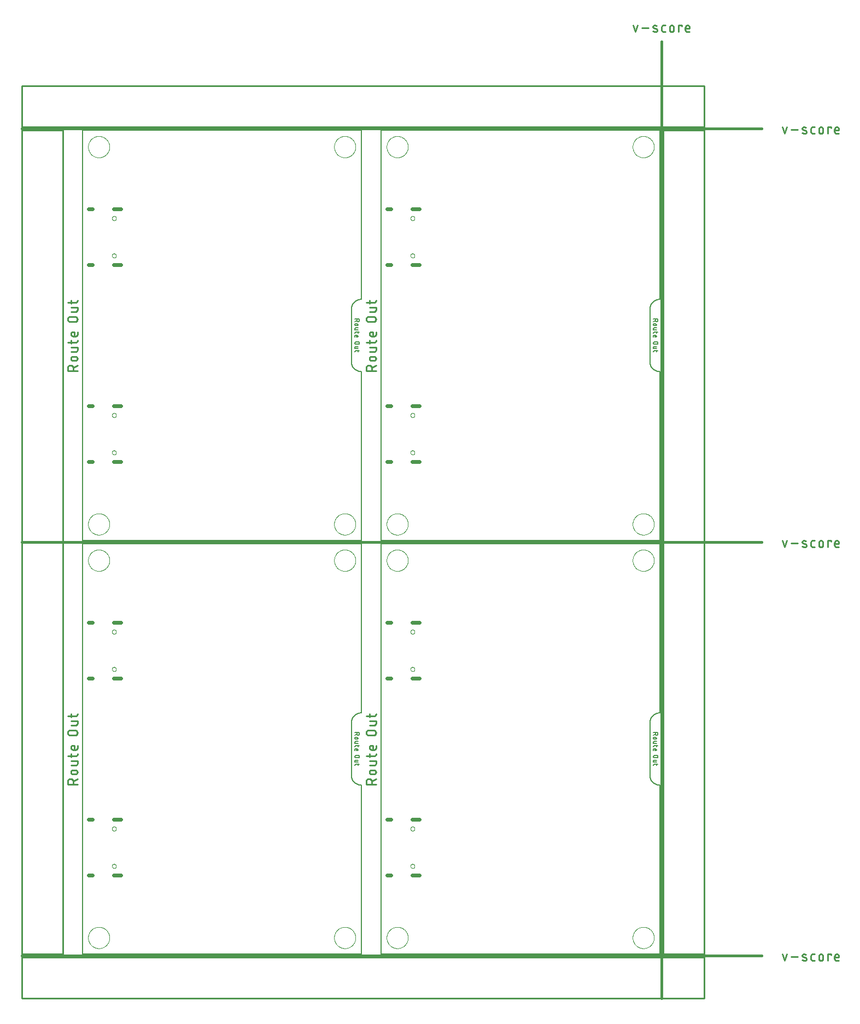
<source format=gko>
G04 EAGLE Gerber RS-274X export*
G75*
%MOMM*%
%FSLAX34Y34*%
%LPD*%
%IN*%
%IPPOS*%
%AMOC8*
5,1,8,0,0,1.08239X$1,22.5*%
G01*
%ADD10C,0.203200*%
%ADD11C,0.127000*%
%ADD12C,0.279400*%
%ADD13C,0.381000*%
%ADD14C,0.254000*%
%ADD15C,0.000000*%
%ADD16C,0.600000*%


D10*
X0Y0D02*
X0Y635000D01*
X431800Y635000D01*
X431800Y373380D01*
X431432Y373376D01*
X431064Y373362D01*
X430696Y373340D01*
X430329Y373309D01*
X429963Y373269D01*
X429598Y373220D01*
X429234Y373162D01*
X428872Y373096D01*
X428511Y373021D01*
X428153Y372937D01*
X427796Y372845D01*
X427442Y372744D01*
X427091Y372634D01*
X426742Y372516D01*
X426396Y372390D01*
X426053Y372255D01*
X425714Y372112D01*
X425378Y371961D01*
X425046Y371802D01*
X424718Y371634D01*
X424394Y371459D01*
X424074Y371276D01*
X423759Y371086D01*
X423448Y370888D01*
X423143Y370682D01*
X422842Y370469D01*
X422547Y370249D01*
X422257Y370022D01*
X421973Y369788D01*
X421694Y369547D01*
X421421Y369300D01*
X421155Y369046D01*
X420894Y368785D01*
X420640Y368519D01*
X420393Y368246D01*
X420152Y367967D01*
X419918Y367683D01*
X419691Y367393D01*
X419471Y367098D01*
X419258Y366797D01*
X419052Y366492D01*
X418854Y366181D01*
X418664Y365866D01*
X418481Y365546D01*
X418306Y365222D01*
X418138Y364894D01*
X417979Y364562D01*
X417828Y364226D01*
X417685Y363887D01*
X417550Y363544D01*
X417424Y363198D01*
X417306Y362849D01*
X417196Y362498D01*
X417095Y362144D01*
X417003Y361787D01*
X416919Y361429D01*
X416844Y361068D01*
X416778Y360706D01*
X416720Y360342D01*
X416671Y359977D01*
X416631Y359611D01*
X416600Y359244D01*
X416578Y358876D01*
X416564Y358508D01*
X416560Y358140D01*
X416560Y276860D01*
X416564Y276492D01*
X416578Y276124D01*
X416600Y275756D01*
X416631Y275389D01*
X416671Y275023D01*
X416720Y274658D01*
X416778Y274294D01*
X416844Y273932D01*
X416919Y273571D01*
X417003Y273213D01*
X417095Y272856D01*
X417196Y272502D01*
X417306Y272151D01*
X417424Y271802D01*
X417550Y271456D01*
X417685Y271113D01*
X417828Y270774D01*
X417979Y270438D01*
X418138Y270106D01*
X418306Y269778D01*
X418481Y269454D01*
X418664Y269134D01*
X418854Y268819D01*
X419052Y268508D01*
X419258Y268203D01*
X419471Y267902D01*
X419691Y267607D01*
X419918Y267317D01*
X420152Y267033D01*
X420393Y266754D01*
X420640Y266481D01*
X420894Y266215D01*
X421155Y265954D01*
X421421Y265700D01*
X421694Y265453D01*
X421973Y265212D01*
X422257Y264978D01*
X422547Y264751D01*
X422842Y264531D01*
X423143Y264318D01*
X423448Y264112D01*
X423759Y263914D01*
X424074Y263724D01*
X424394Y263541D01*
X424718Y263366D01*
X425046Y263198D01*
X425378Y263039D01*
X425714Y262888D01*
X426053Y262745D01*
X426396Y262610D01*
X426742Y262484D01*
X427091Y262366D01*
X427442Y262256D01*
X427796Y262155D01*
X428153Y262063D01*
X428511Y261979D01*
X428872Y261904D01*
X429234Y261838D01*
X429598Y261780D01*
X429963Y261731D01*
X430329Y261691D01*
X430696Y261660D01*
X431064Y261638D01*
X431432Y261624D01*
X431800Y261620D01*
X431800Y0D01*
X0Y0D01*
D11*
X422021Y342964D02*
X428879Y342964D01*
X428879Y341059D01*
X428877Y340974D01*
X428871Y340888D01*
X428862Y340803D01*
X428848Y340719D01*
X428831Y340635D01*
X428810Y340552D01*
X428786Y340470D01*
X428758Y340390D01*
X428726Y340310D01*
X428690Y340232D01*
X428652Y340156D01*
X428609Y340082D01*
X428564Y340010D01*
X428515Y339939D01*
X428463Y339871D01*
X428409Y339806D01*
X428351Y339743D01*
X428290Y339682D01*
X428227Y339624D01*
X428162Y339570D01*
X428094Y339518D01*
X428023Y339469D01*
X427951Y339424D01*
X427877Y339381D01*
X427801Y339343D01*
X427723Y339307D01*
X427643Y339275D01*
X427563Y339247D01*
X427481Y339223D01*
X427398Y339202D01*
X427314Y339185D01*
X427230Y339171D01*
X427145Y339162D01*
X427059Y339156D01*
X426974Y339154D01*
X426889Y339156D01*
X426803Y339162D01*
X426718Y339171D01*
X426634Y339185D01*
X426550Y339202D01*
X426467Y339223D01*
X426385Y339247D01*
X426305Y339275D01*
X426225Y339307D01*
X426147Y339343D01*
X426071Y339381D01*
X425997Y339424D01*
X425925Y339469D01*
X425854Y339518D01*
X425786Y339570D01*
X425721Y339624D01*
X425658Y339682D01*
X425597Y339743D01*
X425539Y339806D01*
X425485Y339871D01*
X425433Y339939D01*
X425384Y340010D01*
X425339Y340082D01*
X425296Y340156D01*
X425258Y340232D01*
X425222Y340310D01*
X425190Y340390D01*
X425162Y340470D01*
X425138Y340552D01*
X425117Y340635D01*
X425100Y340719D01*
X425086Y340803D01*
X425077Y340888D01*
X425071Y340974D01*
X425069Y341059D01*
X425069Y342964D01*
X425069Y340678D02*
X422021Y339154D01*
X423545Y335825D02*
X425069Y335825D01*
X425146Y335823D01*
X425223Y335817D01*
X425300Y335807D01*
X425376Y335794D01*
X425451Y335776D01*
X425525Y335755D01*
X425598Y335730D01*
X425670Y335701D01*
X425740Y335669D01*
X425809Y335634D01*
X425875Y335594D01*
X425940Y335552D01*
X426002Y335506D01*
X426062Y335457D01*
X426119Y335406D01*
X426174Y335351D01*
X426225Y335294D01*
X426274Y335234D01*
X426320Y335172D01*
X426362Y335107D01*
X426402Y335041D01*
X426437Y334972D01*
X426469Y334902D01*
X426498Y334830D01*
X426523Y334757D01*
X426544Y334683D01*
X426562Y334608D01*
X426575Y334532D01*
X426585Y334455D01*
X426591Y334378D01*
X426593Y334301D01*
X426591Y334224D01*
X426585Y334147D01*
X426575Y334070D01*
X426562Y333994D01*
X426544Y333919D01*
X426523Y333845D01*
X426498Y333772D01*
X426469Y333700D01*
X426437Y333630D01*
X426402Y333561D01*
X426362Y333495D01*
X426320Y333430D01*
X426274Y333368D01*
X426225Y333308D01*
X426174Y333251D01*
X426119Y333196D01*
X426062Y333145D01*
X426002Y333096D01*
X425940Y333050D01*
X425875Y333008D01*
X425809Y332968D01*
X425740Y332933D01*
X425670Y332901D01*
X425598Y332872D01*
X425525Y332847D01*
X425451Y332826D01*
X425376Y332808D01*
X425300Y332795D01*
X425223Y332785D01*
X425146Y332779D01*
X425069Y332777D01*
X423545Y332777D01*
X423468Y332779D01*
X423391Y332785D01*
X423314Y332795D01*
X423238Y332808D01*
X423163Y332826D01*
X423089Y332847D01*
X423016Y332872D01*
X422944Y332901D01*
X422874Y332933D01*
X422805Y332968D01*
X422739Y333008D01*
X422674Y333050D01*
X422612Y333096D01*
X422552Y333145D01*
X422495Y333196D01*
X422440Y333251D01*
X422389Y333308D01*
X422340Y333368D01*
X422294Y333430D01*
X422252Y333495D01*
X422212Y333561D01*
X422177Y333630D01*
X422145Y333700D01*
X422116Y333772D01*
X422091Y333845D01*
X422070Y333919D01*
X422052Y333994D01*
X422039Y334070D01*
X422029Y334147D01*
X422023Y334224D01*
X422021Y334301D01*
X422023Y334378D01*
X422029Y334455D01*
X422039Y334532D01*
X422052Y334608D01*
X422070Y334683D01*
X422091Y334757D01*
X422116Y334830D01*
X422145Y334902D01*
X422177Y334972D01*
X422212Y335041D01*
X422252Y335107D01*
X422294Y335172D01*
X422340Y335234D01*
X422389Y335294D01*
X422440Y335351D01*
X422495Y335406D01*
X422552Y335457D01*
X422612Y335506D01*
X422674Y335552D01*
X422739Y335594D01*
X422805Y335634D01*
X422874Y335669D01*
X422944Y335701D01*
X423016Y335730D01*
X423089Y335755D01*
X423163Y335776D01*
X423238Y335794D01*
X423314Y335807D01*
X423391Y335817D01*
X423468Y335823D01*
X423545Y335825D01*
X423164Y329241D02*
X426593Y329241D01*
X423164Y329241D02*
X423098Y329239D01*
X423031Y329233D01*
X422966Y329224D01*
X422900Y329210D01*
X422836Y329193D01*
X422773Y329172D01*
X422711Y329148D01*
X422651Y329119D01*
X422593Y329088D01*
X422536Y329053D01*
X422481Y329015D01*
X422429Y328974D01*
X422380Y328929D01*
X422333Y328882D01*
X422288Y328833D01*
X422247Y328781D01*
X422209Y328726D01*
X422174Y328670D01*
X422143Y328611D01*
X422114Y328551D01*
X422090Y328489D01*
X422069Y328426D01*
X422052Y328362D01*
X422038Y328296D01*
X422029Y328231D01*
X422023Y328164D01*
X422021Y328098D01*
X422021Y326193D01*
X426593Y326193D01*
X426593Y323339D02*
X426593Y321053D01*
X428879Y322577D02*
X423164Y322577D01*
X423098Y322575D01*
X423031Y322569D01*
X422966Y322560D01*
X422900Y322546D01*
X422836Y322529D01*
X422773Y322508D01*
X422711Y322484D01*
X422651Y322455D01*
X422593Y322424D01*
X422536Y322389D01*
X422481Y322351D01*
X422429Y322310D01*
X422380Y322265D01*
X422333Y322218D01*
X422288Y322169D01*
X422247Y322117D01*
X422209Y322062D01*
X422174Y322006D01*
X422143Y321947D01*
X422114Y321887D01*
X422090Y321825D01*
X422069Y321762D01*
X422052Y321698D01*
X422038Y321632D01*
X422029Y321567D01*
X422023Y321500D01*
X422021Y321434D01*
X422021Y321053D01*
X422021Y316882D02*
X422021Y314977D01*
X422021Y316882D02*
X422023Y316948D01*
X422029Y317015D01*
X422038Y317080D01*
X422052Y317146D01*
X422069Y317210D01*
X422090Y317273D01*
X422114Y317335D01*
X422143Y317395D01*
X422174Y317454D01*
X422209Y317510D01*
X422247Y317565D01*
X422288Y317617D01*
X422333Y317666D01*
X422380Y317713D01*
X422429Y317758D01*
X422481Y317799D01*
X422536Y317837D01*
X422593Y317872D01*
X422651Y317903D01*
X422711Y317932D01*
X422773Y317956D01*
X422836Y317977D01*
X422900Y317994D01*
X422966Y318008D01*
X423031Y318017D01*
X423098Y318023D01*
X423164Y318025D01*
X425069Y318025D01*
X425146Y318023D01*
X425223Y318017D01*
X425300Y318007D01*
X425376Y317994D01*
X425451Y317976D01*
X425525Y317955D01*
X425598Y317930D01*
X425670Y317901D01*
X425740Y317869D01*
X425809Y317834D01*
X425875Y317794D01*
X425940Y317752D01*
X426002Y317706D01*
X426062Y317657D01*
X426119Y317606D01*
X426174Y317551D01*
X426225Y317494D01*
X426274Y317434D01*
X426320Y317372D01*
X426362Y317307D01*
X426402Y317241D01*
X426437Y317172D01*
X426469Y317102D01*
X426498Y317030D01*
X426523Y316957D01*
X426544Y316883D01*
X426562Y316808D01*
X426575Y316732D01*
X426585Y316655D01*
X426591Y316578D01*
X426593Y316501D01*
X426591Y316424D01*
X426585Y316347D01*
X426575Y316270D01*
X426562Y316194D01*
X426544Y316119D01*
X426523Y316045D01*
X426498Y315972D01*
X426469Y315900D01*
X426437Y315830D01*
X426402Y315761D01*
X426362Y315695D01*
X426320Y315630D01*
X426274Y315568D01*
X426225Y315508D01*
X426174Y315451D01*
X426119Y315396D01*
X426062Y315345D01*
X426002Y315296D01*
X425940Y315250D01*
X425875Y315208D01*
X425809Y315168D01*
X425740Y315133D01*
X425670Y315101D01*
X425598Y315072D01*
X425525Y315047D01*
X425451Y315026D01*
X425376Y315008D01*
X425300Y314995D01*
X425223Y314985D01*
X425146Y314979D01*
X425069Y314977D01*
X424307Y314977D01*
X424307Y318025D01*
X423926Y307677D02*
X426974Y307677D01*
X427059Y307675D01*
X427145Y307669D01*
X427230Y307660D01*
X427314Y307646D01*
X427398Y307629D01*
X427481Y307608D01*
X427563Y307584D01*
X427643Y307556D01*
X427723Y307524D01*
X427801Y307488D01*
X427877Y307450D01*
X427951Y307407D01*
X428023Y307362D01*
X428094Y307313D01*
X428162Y307261D01*
X428227Y307207D01*
X428290Y307149D01*
X428351Y307088D01*
X428409Y307025D01*
X428463Y306960D01*
X428515Y306892D01*
X428564Y306821D01*
X428609Y306749D01*
X428652Y306675D01*
X428690Y306599D01*
X428726Y306521D01*
X428758Y306441D01*
X428786Y306361D01*
X428810Y306279D01*
X428831Y306196D01*
X428848Y306112D01*
X428862Y306028D01*
X428871Y305943D01*
X428877Y305857D01*
X428879Y305772D01*
X428877Y305687D01*
X428871Y305601D01*
X428862Y305516D01*
X428848Y305432D01*
X428831Y305348D01*
X428810Y305265D01*
X428786Y305183D01*
X428758Y305103D01*
X428726Y305023D01*
X428690Y304945D01*
X428652Y304869D01*
X428609Y304795D01*
X428564Y304723D01*
X428515Y304652D01*
X428463Y304584D01*
X428409Y304519D01*
X428351Y304456D01*
X428290Y304395D01*
X428227Y304337D01*
X428162Y304283D01*
X428094Y304231D01*
X428023Y304182D01*
X427951Y304137D01*
X427877Y304094D01*
X427801Y304056D01*
X427723Y304020D01*
X427643Y303988D01*
X427563Y303960D01*
X427481Y303936D01*
X427398Y303915D01*
X427314Y303898D01*
X427230Y303884D01*
X427145Y303875D01*
X427059Y303869D01*
X426974Y303867D01*
X423926Y303867D01*
X423841Y303869D01*
X423755Y303875D01*
X423670Y303884D01*
X423586Y303898D01*
X423502Y303915D01*
X423419Y303936D01*
X423337Y303960D01*
X423257Y303988D01*
X423177Y304020D01*
X423099Y304056D01*
X423023Y304094D01*
X422949Y304137D01*
X422877Y304182D01*
X422806Y304231D01*
X422738Y304283D01*
X422673Y304337D01*
X422610Y304395D01*
X422549Y304456D01*
X422491Y304519D01*
X422437Y304584D01*
X422385Y304652D01*
X422336Y304723D01*
X422291Y304795D01*
X422248Y304869D01*
X422210Y304945D01*
X422174Y305023D01*
X422142Y305103D01*
X422114Y305183D01*
X422090Y305265D01*
X422069Y305348D01*
X422052Y305432D01*
X422038Y305516D01*
X422029Y305601D01*
X422023Y305687D01*
X422021Y305772D01*
X422023Y305857D01*
X422029Y305943D01*
X422038Y306028D01*
X422052Y306112D01*
X422069Y306196D01*
X422090Y306279D01*
X422114Y306361D01*
X422142Y306441D01*
X422174Y306521D01*
X422210Y306599D01*
X422248Y306675D01*
X422291Y306749D01*
X422336Y306821D01*
X422385Y306892D01*
X422437Y306960D01*
X422491Y307025D01*
X422549Y307088D01*
X422610Y307149D01*
X422673Y307207D01*
X422738Y307261D01*
X422806Y307313D01*
X422877Y307362D01*
X422949Y307407D01*
X423023Y307450D01*
X423099Y307488D01*
X423177Y307524D01*
X423257Y307556D01*
X423337Y307584D01*
X423419Y307608D01*
X423502Y307629D01*
X423586Y307646D01*
X423670Y307660D01*
X423755Y307669D01*
X423841Y307675D01*
X423926Y307677D01*
X423164Y300224D02*
X426593Y300224D01*
X423164Y300224D02*
X423098Y300222D01*
X423031Y300216D01*
X422966Y300207D01*
X422900Y300193D01*
X422836Y300176D01*
X422773Y300155D01*
X422711Y300131D01*
X422651Y300102D01*
X422593Y300071D01*
X422536Y300036D01*
X422481Y299998D01*
X422429Y299957D01*
X422380Y299912D01*
X422333Y299865D01*
X422288Y299816D01*
X422247Y299764D01*
X422209Y299709D01*
X422174Y299653D01*
X422143Y299594D01*
X422114Y299534D01*
X422090Y299472D01*
X422069Y299409D01*
X422052Y299345D01*
X422038Y299279D01*
X422029Y299214D01*
X422023Y299147D01*
X422021Y299081D01*
X422021Y297176D01*
X426593Y297176D01*
X426593Y294322D02*
X426593Y292036D01*
X428879Y293560D02*
X423164Y293560D01*
X423098Y293558D01*
X423031Y293552D01*
X422966Y293543D01*
X422900Y293529D01*
X422836Y293512D01*
X422773Y293491D01*
X422711Y293467D01*
X422651Y293438D01*
X422593Y293407D01*
X422536Y293372D01*
X422481Y293334D01*
X422429Y293293D01*
X422380Y293248D01*
X422333Y293201D01*
X422288Y293152D01*
X422247Y293100D01*
X422209Y293045D01*
X422174Y292989D01*
X422143Y292930D01*
X422114Y292870D01*
X422090Y292808D01*
X422069Y292745D01*
X422052Y292681D01*
X422038Y292615D01*
X422029Y292550D01*
X422023Y292483D01*
X422021Y292417D01*
X422021Y292036D01*
D12*
X-7747Y263004D02*
X-22733Y263004D01*
X-22733Y267167D01*
X-22731Y267295D01*
X-22725Y267423D01*
X-22715Y267551D01*
X-22701Y267679D01*
X-22684Y267806D01*
X-22662Y267932D01*
X-22637Y268058D01*
X-22607Y268182D01*
X-22574Y268306D01*
X-22537Y268429D01*
X-22496Y268551D01*
X-22452Y268671D01*
X-22404Y268790D01*
X-22352Y268907D01*
X-22297Y269023D01*
X-22238Y269136D01*
X-22175Y269249D01*
X-22109Y269359D01*
X-22040Y269466D01*
X-21968Y269572D01*
X-21892Y269676D01*
X-21813Y269777D01*
X-21731Y269876D01*
X-21646Y269972D01*
X-21559Y270065D01*
X-21468Y270156D01*
X-21375Y270243D01*
X-21279Y270328D01*
X-21180Y270410D01*
X-21079Y270489D01*
X-20975Y270565D01*
X-20869Y270637D01*
X-20762Y270706D01*
X-20651Y270772D01*
X-20539Y270835D01*
X-20426Y270894D01*
X-20310Y270949D01*
X-20193Y271001D01*
X-20074Y271049D01*
X-19954Y271093D01*
X-19832Y271134D01*
X-19709Y271171D01*
X-19585Y271204D01*
X-19461Y271234D01*
X-19335Y271259D01*
X-19209Y271281D01*
X-19082Y271298D01*
X-18954Y271312D01*
X-18826Y271322D01*
X-18698Y271328D01*
X-18570Y271330D01*
X-18442Y271328D01*
X-18314Y271322D01*
X-18186Y271312D01*
X-18058Y271298D01*
X-17931Y271281D01*
X-17805Y271259D01*
X-17679Y271234D01*
X-17555Y271204D01*
X-17431Y271171D01*
X-17308Y271134D01*
X-17186Y271093D01*
X-17066Y271049D01*
X-16947Y271001D01*
X-16830Y270949D01*
X-16714Y270894D01*
X-16601Y270835D01*
X-16489Y270772D01*
X-16378Y270706D01*
X-16271Y270637D01*
X-16165Y270565D01*
X-16061Y270489D01*
X-15960Y270410D01*
X-15861Y270328D01*
X-15765Y270243D01*
X-15672Y270156D01*
X-15581Y270065D01*
X-15494Y269972D01*
X-15409Y269876D01*
X-15327Y269777D01*
X-15248Y269676D01*
X-15172Y269572D01*
X-15100Y269466D01*
X-15031Y269359D01*
X-14965Y269249D01*
X-14902Y269136D01*
X-14843Y269023D01*
X-14788Y268907D01*
X-14736Y268790D01*
X-14688Y268671D01*
X-14644Y268551D01*
X-14603Y268429D01*
X-14566Y268306D01*
X-14533Y268182D01*
X-14503Y268058D01*
X-14478Y267932D01*
X-14456Y267806D01*
X-14439Y267679D01*
X-14425Y267551D01*
X-14415Y267423D01*
X-14409Y267295D01*
X-14407Y267167D01*
X-14407Y263004D01*
X-14407Y267999D02*
X-7747Y271329D01*
X-11077Y278288D02*
X-14407Y278288D01*
X-14521Y278290D01*
X-14634Y278296D01*
X-14748Y278305D01*
X-14860Y278319D01*
X-14973Y278336D01*
X-15085Y278358D01*
X-15195Y278383D01*
X-15305Y278411D01*
X-15414Y278444D01*
X-15522Y278480D01*
X-15629Y278520D01*
X-15734Y278564D01*
X-15837Y278611D01*
X-15939Y278661D01*
X-16039Y278715D01*
X-16137Y278773D01*
X-16233Y278834D01*
X-16327Y278897D01*
X-16419Y278965D01*
X-16509Y279035D01*
X-16595Y279108D01*
X-16680Y279184D01*
X-16762Y279263D01*
X-16841Y279345D01*
X-16917Y279430D01*
X-16990Y279516D01*
X-17060Y279606D01*
X-17128Y279698D01*
X-17191Y279792D01*
X-17252Y279888D01*
X-17310Y279986D01*
X-17364Y280086D01*
X-17414Y280188D01*
X-17461Y280291D01*
X-17505Y280396D01*
X-17545Y280503D01*
X-17581Y280611D01*
X-17614Y280720D01*
X-17642Y280830D01*
X-17667Y280940D01*
X-17689Y281052D01*
X-17706Y281165D01*
X-17720Y281277D01*
X-17729Y281391D01*
X-17735Y281504D01*
X-17737Y281618D01*
X-17735Y281732D01*
X-17729Y281845D01*
X-17720Y281959D01*
X-17706Y282071D01*
X-17689Y282184D01*
X-17667Y282296D01*
X-17642Y282406D01*
X-17614Y282516D01*
X-17581Y282625D01*
X-17545Y282733D01*
X-17505Y282840D01*
X-17461Y282945D01*
X-17414Y283048D01*
X-17364Y283150D01*
X-17310Y283250D01*
X-17252Y283348D01*
X-17191Y283444D01*
X-17128Y283538D01*
X-17060Y283630D01*
X-16990Y283720D01*
X-16917Y283806D01*
X-16841Y283891D01*
X-16762Y283973D01*
X-16680Y284052D01*
X-16595Y284128D01*
X-16509Y284201D01*
X-16419Y284271D01*
X-16327Y284339D01*
X-16233Y284402D01*
X-16137Y284463D01*
X-16039Y284521D01*
X-15939Y284575D01*
X-15837Y284625D01*
X-15734Y284672D01*
X-15629Y284716D01*
X-15522Y284756D01*
X-15414Y284792D01*
X-15305Y284825D01*
X-15195Y284853D01*
X-15085Y284878D01*
X-14973Y284900D01*
X-14860Y284917D01*
X-14748Y284931D01*
X-14634Y284940D01*
X-14521Y284946D01*
X-14407Y284948D01*
X-11077Y284948D01*
X-10963Y284946D01*
X-10850Y284940D01*
X-10736Y284931D01*
X-10624Y284917D01*
X-10511Y284900D01*
X-10399Y284878D01*
X-10289Y284853D01*
X-10179Y284825D01*
X-10070Y284792D01*
X-9962Y284756D01*
X-9855Y284716D01*
X-9750Y284672D01*
X-9647Y284625D01*
X-9545Y284575D01*
X-9445Y284521D01*
X-9347Y284463D01*
X-9251Y284402D01*
X-9157Y284339D01*
X-9065Y284271D01*
X-8975Y284201D01*
X-8889Y284128D01*
X-8804Y284052D01*
X-8722Y283973D01*
X-8643Y283891D01*
X-8567Y283806D01*
X-8494Y283720D01*
X-8424Y283630D01*
X-8356Y283538D01*
X-8293Y283444D01*
X-8232Y283348D01*
X-8174Y283250D01*
X-8120Y283150D01*
X-8070Y283048D01*
X-8023Y282945D01*
X-7979Y282840D01*
X-7939Y282733D01*
X-7903Y282625D01*
X-7870Y282516D01*
X-7842Y282406D01*
X-7817Y282296D01*
X-7795Y282184D01*
X-7778Y282071D01*
X-7764Y281959D01*
X-7755Y281845D01*
X-7749Y281732D01*
X-7747Y281618D01*
X-7749Y281504D01*
X-7755Y281391D01*
X-7764Y281277D01*
X-7778Y281165D01*
X-7795Y281052D01*
X-7817Y280940D01*
X-7842Y280830D01*
X-7870Y280720D01*
X-7903Y280611D01*
X-7939Y280503D01*
X-7979Y280396D01*
X-8023Y280291D01*
X-8070Y280188D01*
X-8120Y280086D01*
X-8174Y279986D01*
X-8232Y279888D01*
X-8293Y279792D01*
X-8356Y279698D01*
X-8424Y279606D01*
X-8494Y279516D01*
X-8567Y279430D01*
X-8643Y279345D01*
X-8722Y279263D01*
X-8804Y279184D01*
X-8889Y279108D01*
X-8975Y279035D01*
X-9065Y278965D01*
X-9157Y278897D01*
X-9251Y278834D01*
X-9347Y278773D01*
X-9445Y278715D01*
X-9545Y278661D01*
X-9647Y278611D01*
X-9750Y278564D01*
X-9855Y278520D01*
X-9962Y278480D01*
X-10070Y278444D01*
X-10179Y278411D01*
X-10289Y278383D01*
X-10399Y278358D01*
X-10511Y278336D01*
X-10624Y278319D01*
X-10736Y278305D01*
X-10850Y278296D01*
X-10963Y278290D01*
X-11077Y278288D01*
X-10245Y292356D02*
X-17738Y292356D01*
X-10245Y292355D02*
X-10147Y292357D01*
X-10049Y292363D01*
X-9951Y292372D01*
X-9854Y292386D01*
X-9758Y292403D01*
X-9662Y292424D01*
X-9567Y292449D01*
X-9473Y292477D01*
X-9380Y292509D01*
X-9289Y292545D01*
X-9199Y292584D01*
X-9111Y292627D01*
X-9024Y292674D01*
X-8940Y292723D01*
X-8857Y292776D01*
X-8777Y292832D01*
X-8699Y292891D01*
X-8623Y292954D01*
X-8549Y293019D01*
X-8479Y293087D01*
X-8411Y293157D01*
X-8346Y293231D01*
X-8283Y293307D01*
X-8224Y293385D01*
X-8168Y293465D01*
X-8115Y293548D01*
X-8066Y293632D01*
X-8019Y293719D01*
X-7976Y293807D01*
X-7937Y293897D01*
X-7901Y293988D01*
X-7869Y294081D01*
X-7841Y294175D01*
X-7816Y294270D01*
X-7795Y294366D01*
X-7778Y294462D01*
X-7764Y294559D01*
X-7755Y294657D01*
X-7749Y294755D01*
X-7747Y294853D01*
X-7747Y299016D01*
X-17738Y299016D01*
X-17738Y304997D02*
X-17738Y309992D01*
X-22733Y306662D02*
X-10245Y306662D01*
X-10147Y306664D01*
X-10049Y306670D01*
X-9951Y306679D01*
X-9854Y306693D01*
X-9758Y306710D01*
X-9662Y306731D01*
X-9567Y306756D01*
X-9473Y306784D01*
X-9380Y306816D01*
X-9289Y306852D01*
X-9199Y306891D01*
X-9111Y306934D01*
X-9024Y306981D01*
X-8940Y307030D01*
X-8857Y307083D01*
X-8777Y307139D01*
X-8699Y307198D01*
X-8623Y307261D01*
X-8549Y307326D01*
X-8479Y307394D01*
X-8411Y307464D01*
X-8346Y307538D01*
X-8283Y307614D01*
X-8224Y307692D01*
X-8168Y307772D01*
X-8115Y307855D01*
X-8066Y307939D01*
X-8019Y308026D01*
X-7976Y308114D01*
X-7937Y308204D01*
X-7901Y308295D01*
X-7869Y308388D01*
X-7841Y308482D01*
X-7816Y308577D01*
X-7795Y308673D01*
X-7778Y308769D01*
X-7764Y308866D01*
X-7755Y308964D01*
X-7749Y309062D01*
X-7747Y309160D01*
X-7747Y309992D01*
X-7747Y318821D02*
X-7747Y322984D01*
X-7747Y318821D02*
X-7749Y318723D01*
X-7755Y318625D01*
X-7764Y318527D01*
X-7778Y318430D01*
X-7795Y318334D01*
X-7816Y318238D01*
X-7841Y318143D01*
X-7869Y318049D01*
X-7901Y317956D01*
X-7937Y317865D01*
X-7976Y317775D01*
X-8019Y317687D01*
X-8066Y317600D01*
X-8115Y317516D01*
X-8168Y317433D01*
X-8224Y317353D01*
X-8283Y317275D01*
X-8346Y317199D01*
X-8411Y317125D01*
X-8479Y317055D01*
X-8549Y316987D01*
X-8623Y316922D01*
X-8699Y316859D01*
X-8777Y316800D01*
X-8857Y316744D01*
X-8940Y316691D01*
X-9024Y316642D01*
X-9111Y316595D01*
X-9199Y316552D01*
X-9289Y316513D01*
X-9380Y316477D01*
X-9473Y316445D01*
X-9567Y316417D01*
X-9662Y316392D01*
X-9758Y316371D01*
X-9854Y316354D01*
X-9951Y316340D01*
X-10049Y316331D01*
X-10147Y316325D01*
X-10245Y316323D01*
X-10245Y316324D02*
X-14407Y316324D01*
X-14521Y316326D01*
X-14634Y316332D01*
X-14748Y316341D01*
X-14860Y316355D01*
X-14973Y316372D01*
X-15085Y316394D01*
X-15195Y316419D01*
X-15305Y316447D01*
X-15414Y316480D01*
X-15522Y316516D01*
X-15629Y316556D01*
X-15734Y316600D01*
X-15837Y316647D01*
X-15939Y316697D01*
X-16039Y316751D01*
X-16137Y316809D01*
X-16233Y316870D01*
X-16327Y316933D01*
X-16419Y317001D01*
X-16509Y317071D01*
X-16595Y317144D01*
X-16680Y317220D01*
X-16762Y317299D01*
X-16841Y317381D01*
X-16917Y317466D01*
X-16990Y317552D01*
X-17060Y317642D01*
X-17128Y317734D01*
X-17191Y317828D01*
X-17252Y317924D01*
X-17310Y318022D01*
X-17364Y318122D01*
X-17414Y318224D01*
X-17461Y318327D01*
X-17505Y318432D01*
X-17545Y318539D01*
X-17581Y318647D01*
X-17614Y318756D01*
X-17642Y318866D01*
X-17667Y318976D01*
X-17689Y319088D01*
X-17706Y319201D01*
X-17720Y319313D01*
X-17729Y319427D01*
X-17735Y319540D01*
X-17737Y319654D01*
X-17735Y319768D01*
X-17729Y319881D01*
X-17720Y319995D01*
X-17706Y320107D01*
X-17689Y320220D01*
X-17667Y320332D01*
X-17642Y320442D01*
X-17614Y320552D01*
X-17581Y320661D01*
X-17545Y320769D01*
X-17505Y320876D01*
X-17461Y320981D01*
X-17414Y321084D01*
X-17364Y321186D01*
X-17310Y321286D01*
X-17252Y321384D01*
X-17191Y321480D01*
X-17128Y321574D01*
X-17060Y321666D01*
X-16990Y321756D01*
X-16917Y321842D01*
X-16841Y321927D01*
X-16762Y322009D01*
X-16680Y322088D01*
X-16595Y322164D01*
X-16509Y322237D01*
X-16419Y322307D01*
X-16327Y322375D01*
X-16233Y322438D01*
X-16137Y322499D01*
X-16039Y322557D01*
X-15939Y322611D01*
X-15837Y322661D01*
X-15734Y322708D01*
X-15629Y322752D01*
X-15522Y322792D01*
X-15414Y322828D01*
X-15305Y322861D01*
X-15195Y322889D01*
X-15085Y322914D01*
X-14973Y322936D01*
X-14860Y322953D01*
X-14748Y322967D01*
X-14634Y322976D01*
X-14521Y322982D01*
X-14407Y322984D01*
X-12742Y322984D01*
X-12742Y316324D01*
X-11910Y338417D02*
X-18570Y338417D01*
X-18698Y338419D01*
X-18826Y338425D01*
X-18954Y338435D01*
X-19082Y338449D01*
X-19209Y338466D01*
X-19335Y338488D01*
X-19461Y338513D01*
X-19585Y338543D01*
X-19709Y338576D01*
X-19832Y338613D01*
X-19954Y338654D01*
X-20074Y338698D01*
X-20193Y338746D01*
X-20310Y338798D01*
X-20426Y338853D01*
X-20539Y338912D01*
X-20652Y338975D01*
X-20762Y339041D01*
X-20869Y339110D01*
X-20975Y339182D01*
X-21079Y339258D01*
X-21180Y339337D01*
X-21279Y339419D01*
X-21375Y339504D01*
X-21468Y339591D01*
X-21559Y339682D01*
X-21646Y339775D01*
X-21731Y339871D01*
X-21813Y339970D01*
X-21892Y340071D01*
X-21968Y340175D01*
X-22040Y340281D01*
X-22109Y340388D01*
X-22175Y340499D01*
X-22238Y340611D01*
X-22297Y340724D01*
X-22352Y340840D01*
X-22404Y340957D01*
X-22452Y341076D01*
X-22496Y341196D01*
X-22537Y341318D01*
X-22574Y341441D01*
X-22607Y341565D01*
X-22637Y341689D01*
X-22662Y341815D01*
X-22684Y341941D01*
X-22701Y342068D01*
X-22715Y342196D01*
X-22725Y342324D01*
X-22731Y342452D01*
X-22733Y342580D01*
X-22731Y342708D01*
X-22725Y342836D01*
X-22715Y342964D01*
X-22701Y343092D01*
X-22684Y343219D01*
X-22662Y343345D01*
X-22637Y343471D01*
X-22607Y343595D01*
X-22574Y343719D01*
X-22537Y343842D01*
X-22496Y343964D01*
X-22452Y344084D01*
X-22404Y344203D01*
X-22352Y344320D01*
X-22297Y344436D01*
X-22238Y344549D01*
X-22175Y344662D01*
X-22109Y344772D01*
X-22040Y344879D01*
X-21968Y344985D01*
X-21892Y345089D01*
X-21813Y345190D01*
X-21731Y345289D01*
X-21646Y345385D01*
X-21559Y345478D01*
X-21468Y345569D01*
X-21375Y345656D01*
X-21279Y345741D01*
X-21180Y345823D01*
X-21079Y345902D01*
X-20975Y345978D01*
X-20869Y346050D01*
X-20762Y346119D01*
X-20651Y346185D01*
X-20539Y346248D01*
X-20426Y346307D01*
X-20310Y346362D01*
X-20193Y346414D01*
X-20074Y346462D01*
X-19954Y346506D01*
X-19832Y346547D01*
X-19709Y346584D01*
X-19585Y346617D01*
X-19461Y346647D01*
X-19335Y346672D01*
X-19209Y346694D01*
X-19082Y346711D01*
X-18954Y346725D01*
X-18826Y346735D01*
X-18698Y346741D01*
X-18570Y346743D01*
X-18570Y346742D02*
X-11910Y346742D01*
X-11910Y346743D02*
X-11782Y346741D01*
X-11654Y346735D01*
X-11526Y346725D01*
X-11398Y346711D01*
X-11271Y346694D01*
X-11145Y346672D01*
X-11019Y346647D01*
X-10895Y346617D01*
X-10771Y346584D01*
X-10648Y346547D01*
X-10526Y346506D01*
X-10406Y346462D01*
X-10287Y346414D01*
X-10170Y346362D01*
X-10054Y346307D01*
X-9941Y346248D01*
X-9828Y346185D01*
X-9718Y346119D01*
X-9611Y346050D01*
X-9505Y345978D01*
X-9401Y345902D01*
X-9300Y345823D01*
X-9201Y345741D01*
X-9105Y345656D01*
X-9012Y345569D01*
X-8921Y345478D01*
X-8834Y345385D01*
X-8749Y345289D01*
X-8667Y345190D01*
X-8588Y345089D01*
X-8512Y344985D01*
X-8440Y344879D01*
X-8371Y344772D01*
X-8305Y344662D01*
X-8242Y344549D01*
X-8183Y344436D01*
X-8128Y344320D01*
X-8076Y344203D01*
X-8028Y344084D01*
X-7984Y343964D01*
X-7943Y343842D01*
X-7906Y343719D01*
X-7873Y343595D01*
X-7843Y343471D01*
X-7818Y343345D01*
X-7796Y343219D01*
X-7779Y343092D01*
X-7765Y342964D01*
X-7755Y342836D01*
X-7749Y342708D01*
X-7747Y342580D01*
X-7749Y342452D01*
X-7755Y342324D01*
X-7765Y342196D01*
X-7779Y342068D01*
X-7796Y341941D01*
X-7818Y341815D01*
X-7843Y341689D01*
X-7873Y341565D01*
X-7906Y341441D01*
X-7943Y341318D01*
X-7984Y341196D01*
X-8028Y341076D01*
X-8076Y340957D01*
X-8128Y340840D01*
X-8183Y340724D01*
X-8242Y340611D01*
X-8305Y340499D01*
X-8371Y340388D01*
X-8440Y340281D01*
X-8512Y340175D01*
X-8588Y340071D01*
X-8667Y339970D01*
X-8749Y339871D01*
X-8834Y339775D01*
X-8921Y339682D01*
X-9012Y339591D01*
X-9105Y339504D01*
X-9201Y339419D01*
X-9300Y339337D01*
X-9401Y339258D01*
X-9505Y339182D01*
X-9611Y339110D01*
X-9718Y339041D01*
X-9829Y338975D01*
X-9941Y338912D01*
X-10054Y338853D01*
X-10170Y338798D01*
X-10287Y338746D01*
X-10406Y338698D01*
X-10526Y338654D01*
X-10648Y338613D01*
X-10771Y338576D01*
X-10895Y338543D01*
X-11019Y338513D01*
X-11145Y338488D01*
X-11271Y338466D01*
X-11398Y338449D01*
X-11526Y338435D01*
X-11654Y338425D01*
X-11782Y338419D01*
X-11910Y338417D01*
X-10245Y354359D02*
X-17738Y354359D01*
X-10245Y354359D02*
X-10147Y354361D01*
X-10049Y354367D01*
X-9951Y354376D01*
X-9854Y354390D01*
X-9758Y354407D01*
X-9662Y354428D01*
X-9567Y354453D01*
X-9473Y354481D01*
X-9380Y354513D01*
X-9289Y354549D01*
X-9199Y354588D01*
X-9111Y354631D01*
X-9024Y354678D01*
X-8940Y354727D01*
X-8857Y354780D01*
X-8777Y354836D01*
X-8699Y354895D01*
X-8623Y354958D01*
X-8549Y355023D01*
X-8479Y355091D01*
X-8411Y355161D01*
X-8346Y355235D01*
X-8283Y355311D01*
X-8224Y355389D01*
X-8168Y355469D01*
X-8115Y355552D01*
X-8066Y355636D01*
X-8019Y355723D01*
X-7976Y355811D01*
X-7937Y355901D01*
X-7901Y355992D01*
X-7869Y356085D01*
X-7841Y356179D01*
X-7816Y356274D01*
X-7795Y356370D01*
X-7778Y356466D01*
X-7764Y356563D01*
X-7755Y356661D01*
X-7749Y356759D01*
X-7747Y356857D01*
X-7747Y361020D01*
X-17738Y361020D01*
X-17738Y367001D02*
X-17738Y371996D01*
X-22733Y368666D02*
X-10245Y368666D01*
X-10147Y368668D01*
X-10049Y368674D01*
X-9951Y368683D01*
X-9854Y368697D01*
X-9758Y368714D01*
X-9662Y368735D01*
X-9567Y368760D01*
X-9473Y368788D01*
X-9380Y368820D01*
X-9289Y368856D01*
X-9199Y368895D01*
X-9111Y368938D01*
X-9024Y368985D01*
X-8940Y369034D01*
X-8857Y369087D01*
X-8777Y369143D01*
X-8699Y369202D01*
X-8623Y369265D01*
X-8549Y369330D01*
X-8479Y369398D01*
X-8411Y369468D01*
X-8346Y369542D01*
X-8283Y369618D01*
X-8224Y369696D01*
X-8168Y369776D01*
X-8115Y369859D01*
X-8066Y369943D01*
X-8019Y370030D01*
X-7976Y370118D01*
X-7937Y370208D01*
X-7901Y370299D01*
X-7869Y370392D01*
X-7841Y370486D01*
X-7816Y370581D01*
X-7795Y370677D01*
X-7778Y370773D01*
X-7764Y370870D01*
X-7755Y370968D01*
X-7749Y371066D01*
X-7747Y371164D01*
X-7747Y371996D01*
D10*
X462280Y635000D02*
X462280Y0D01*
X462280Y635000D02*
X894080Y635000D01*
X894080Y373380D01*
X893712Y373376D01*
X893344Y373362D01*
X892976Y373340D01*
X892609Y373309D01*
X892243Y373269D01*
X891878Y373220D01*
X891514Y373162D01*
X891152Y373096D01*
X890791Y373021D01*
X890433Y372937D01*
X890076Y372845D01*
X889722Y372744D01*
X889371Y372634D01*
X889022Y372516D01*
X888676Y372390D01*
X888333Y372255D01*
X887994Y372112D01*
X887658Y371961D01*
X887326Y371802D01*
X886998Y371634D01*
X886674Y371459D01*
X886354Y371276D01*
X886039Y371086D01*
X885728Y370888D01*
X885423Y370682D01*
X885122Y370469D01*
X884827Y370249D01*
X884537Y370022D01*
X884253Y369788D01*
X883974Y369547D01*
X883701Y369300D01*
X883435Y369046D01*
X883174Y368785D01*
X882920Y368519D01*
X882673Y368246D01*
X882432Y367967D01*
X882198Y367683D01*
X881971Y367393D01*
X881751Y367098D01*
X881538Y366797D01*
X881332Y366492D01*
X881134Y366181D01*
X880944Y365866D01*
X880761Y365546D01*
X880586Y365222D01*
X880418Y364894D01*
X880259Y364562D01*
X880108Y364226D01*
X879965Y363887D01*
X879830Y363544D01*
X879704Y363198D01*
X879586Y362849D01*
X879476Y362498D01*
X879375Y362144D01*
X879283Y361787D01*
X879199Y361429D01*
X879124Y361068D01*
X879058Y360706D01*
X879000Y360342D01*
X878951Y359977D01*
X878911Y359611D01*
X878880Y359244D01*
X878858Y358876D01*
X878844Y358508D01*
X878840Y358140D01*
X878840Y276860D01*
X878844Y276492D01*
X878858Y276124D01*
X878880Y275756D01*
X878911Y275389D01*
X878951Y275023D01*
X879000Y274658D01*
X879058Y274294D01*
X879124Y273932D01*
X879199Y273571D01*
X879283Y273213D01*
X879375Y272856D01*
X879476Y272502D01*
X879586Y272151D01*
X879704Y271802D01*
X879830Y271456D01*
X879965Y271113D01*
X880108Y270774D01*
X880259Y270438D01*
X880418Y270106D01*
X880586Y269778D01*
X880761Y269454D01*
X880944Y269134D01*
X881134Y268819D01*
X881332Y268508D01*
X881538Y268203D01*
X881751Y267902D01*
X881971Y267607D01*
X882198Y267317D01*
X882432Y267033D01*
X882673Y266754D01*
X882920Y266481D01*
X883174Y266215D01*
X883435Y265954D01*
X883701Y265700D01*
X883974Y265453D01*
X884253Y265212D01*
X884537Y264978D01*
X884827Y264751D01*
X885122Y264531D01*
X885423Y264318D01*
X885728Y264112D01*
X886039Y263914D01*
X886354Y263724D01*
X886674Y263541D01*
X886998Y263366D01*
X887326Y263198D01*
X887658Y263039D01*
X887994Y262888D01*
X888333Y262745D01*
X888676Y262610D01*
X889022Y262484D01*
X889371Y262366D01*
X889722Y262256D01*
X890076Y262155D01*
X890433Y262063D01*
X890791Y261979D01*
X891152Y261904D01*
X891514Y261838D01*
X891878Y261780D01*
X892243Y261731D01*
X892609Y261691D01*
X892976Y261660D01*
X893344Y261638D01*
X893712Y261624D01*
X894080Y261620D01*
X894080Y0D01*
X462280Y0D01*
D11*
X884301Y342964D02*
X891159Y342964D01*
X891159Y341059D01*
X891157Y340974D01*
X891151Y340888D01*
X891142Y340803D01*
X891128Y340719D01*
X891111Y340635D01*
X891090Y340552D01*
X891066Y340470D01*
X891038Y340390D01*
X891006Y340310D01*
X890970Y340232D01*
X890932Y340156D01*
X890889Y340082D01*
X890844Y340010D01*
X890795Y339939D01*
X890743Y339871D01*
X890689Y339806D01*
X890631Y339743D01*
X890570Y339682D01*
X890507Y339624D01*
X890442Y339570D01*
X890374Y339518D01*
X890303Y339469D01*
X890231Y339424D01*
X890157Y339381D01*
X890081Y339343D01*
X890003Y339307D01*
X889923Y339275D01*
X889843Y339247D01*
X889761Y339223D01*
X889678Y339202D01*
X889594Y339185D01*
X889510Y339171D01*
X889425Y339162D01*
X889339Y339156D01*
X889254Y339154D01*
X889169Y339156D01*
X889083Y339162D01*
X888998Y339171D01*
X888914Y339185D01*
X888830Y339202D01*
X888747Y339223D01*
X888665Y339247D01*
X888585Y339275D01*
X888505Y339307D01*
X888427Y339343D01*
X888351Y339381D01*
X888277Y339424D01*
X888205Y339469D01*
X888134Y339518D01*
X888066Y339570D01*
X888001Y339624D01*
X887938Y339682D01*
X887877Y339743D01*
X887819Y339806D01*
X887765Y339871D01*
X887713Y339939D01*
X887664Y340010D01*
X887619Y340082D01*
X887576Y340156D01*
X887538Y340232D01*
X887502Y340310D01*
X887470Y340390D01*
X887442Y340470D01*
X887418Y340552D01*
X887397Y340635D01*
X887380Y340719D01*
X887366Y340803D01*
X887357Y340888D01*
X887351Y340974D01*
X887349Y341059D01*
X887349Y342964D01*
X887349Y340678D02*
X884301Y339154D01*
X885825Y335825D02*
X887349Y335825D01*
X887426Y335823D01*
X887503Y335817D01*
X887580Y335807D01*
X887656Y335794D01*
X887731Y335776D01*
X887805Y335755D01*
X887878Y335730D01*
X887950Y335701D01*
X888020Y335669D01*
X888089Y335634D01*
X888155Y335594D01*
X888220Y335552D01*
X888282Y335506D01*
X888342Y335457D01*
X888399Y335406D01*
X888454Y335351D01*
X888505Y335294D01*
X888554Y335234D01*
X888600Y335172D01*
X888642Y335107D01*
X888682Y335041D01*
X888717Y334972D01*
X888749Y334902D01*
X888778Y334830D01*
X888803Y334757D01*
X888824Y334683D01*
X888842Y334608D01*
X888855Y334532D01*
X888865Y334455D01*
X888871Y334378D01*
X888873Y334301D01*
X888871Y334224D01*
X888865Y334147D01*
X888855Y334070D01*
X888842Y333994D01*
X888824Y333919D01*
X888803Y333845D01*
X888778Y333772D01*
X888749Y333700D01*
X888717Y333630D01*
X888682Y333561D01*
X888642Y333495D01*
X888600Y333430D01*
X888554Y333368D01*
X888505Y333308D01*
X888454Y333251D01*
X888399Y333196D01*
X888342Y333145D01*
X888282Y333096D01*
X888220Y333050D01*
X888155Y333008D01*
X888089Y332968D01*
X888020Y332933D01*
X887950Y332901D01*
X887878Y332872D01*
X887805Y332847D01*
X887731Y332826D01*
X887656Y332808D01*
X887580Y332795D01*
X887503Y332785D01*
X887426Y332779D01*
X887349Y332777D01*
X885825Y332777D01*
X885748Y332779D01*
X885671Y332785D01*
X885594Y332795D01*
X885518Y332808D01*
X885443Y332826D01*
X885369Y332847D01*
X885296Y332872D01*
X885224Y332901D01*
X885154Y332933D01*
X885085Y332968D01*
X885019Y333008D01*
X884954Y333050D01*
X884892Y333096D01*
X884832Y333145D01*
X884775Y333196D01*
X884720Y333251D01*
X884669Y333308D01*
X884620Y333368D01*
X884574Y333430D01*
X884532Y333495D01*
X884492Y333561D01*
X884457Y333630D01*
X884425Y333700D01*
X884396Y333772D01*
X884371Y333845D01*
X884350Y333919D01*
X884332Y333994D01*
X884319Y334070D01*
X884309Y334147D01*
X884303Y334224D01*
X884301Y334301D01*
X884303Y334378D01*
X884309Y334455D01*
X884319Y334532D01*
X884332Y334608D01*
X884350Y334683D01*
X884371Y334757D01*
X884396Y334830D01*
X884425Y334902D01*
X884457Y334972D01*
X884492Y335041D01*
X884532Y335107D01*
X884574Y335172D01*
X884620Y335234D01*
X884669Y335294D01*
X884720Y335351D01*
X884775Y335406D01*
X884832Y335457D01*
X884892Y335506D01*
X884954Y335552D01*
X885019Y335594D01*
X885085Y335634D01*
X885154Y335669D01*
X885224Y335701D01*
X885296Y335730D01*
X885369Y335755D01*
X885443Y335776D01*
X885518Y335794D01*
X885594Y335807D01*
X885671Y335817D01*
X885748Y335823D01*
X885825Y335825D01*
X885444Y329241D02*
X888873Y329241D01*
X885444Y329241D02*
X885378Y329239D01*
X885311Y329233D01*
X885246Y329224D01*
X885180Y329210D01*
X885116Y329193D01*
X885053Y329172D01*
X884991Y329148D01*
X884931Y329119D01*
X884873Y329088D01*
X884816Y329053D01*
X884761Y329015D01*
X884709Y328974D01*
X884660Y328929D01*
X884613Y328882D01*
X884568Y328833D01*
X884527Y328781D01*
X884489Y328726D01*
X884454Y328670D01*
X884423Y328611D01*
X884394Y328551D01*
X884370Y328489D01*
X884349Y328426D01*
X884332Y328362D01*
X884318Y328296D01*
X884309Y328231D01*
X884303Y328164D01*
X884301Y328098D01*
X884301Y326193D01*
X888873Y326193D01*
X888873Y323339D02*
X888873Y321053D01*
X891159Y322577D02*
X885444Y322577D01*
X885378Y322575D01*
X885311Y322569D01*
X885246Y322560D01*
X885180Y322546D01*
X885116Y322529D01*
X885053Y322508D01*
X884991Y322484D01*
X884931Y322455D01*
X884873Y322424D01*
X884816Y322389D01*
X884761Y322351D01*
X884709Y322310D01*
X884660Y322265D01*
X884613Y322218D01*
X884568Y322169D01*
X884527Y322117D01*
X884489Y322062D01*
X884454Y322006D01*
X884423Y321947D01*
X884394Y321887D01*
X884370Y321825D01*
X884349Y321762D01*
X884332Y321698D01*
X884318Y321632D01*
X884309Y321567D01*
X884303Y321500D01*
X884301Y321434D01*
X884301Y321053D01*
X884301Y316882D02*
X884301Y314977D01*
X884301Y316882D02*
X884303Y316948D01*
X884309Y317015D01*
X884318Y317080D01*
X884332Y317146D01*
X884349Y317210D01*
X884370Y317273D01*
X884394Y317335D01*
X884423Y317395D01*
X884454Y317454D01*
X884489Y317510D01*
X884527Y317565D01*
X884568Y317617D01*
X884613Y317666D01*
X884660Y317713D01*
X884709Y317758D01*
X884761Y317799D01*
X884816Y317837D01*
X884873Y317872D01*
X884931Y317903D01*
X884991Y317932D01*
X885053Y317956D01*
X885116Y317977D01*
X885180Y317994D01*
X885246Y318008D01*
X885311Y318017D01*
X885378Y318023D01*
X885444Y318025D01*
X887349Y318025D01*
X887426Y318023D01*
X887503Y318017D01*
X887580Y318007D01*
X887656Y317994D01*
X887731Y317976D01*
X887805Y317955D01*
X887878Y317930D01*
X887950Y317901D01*
X888020Y317869D01*
X888089Y317834D01*
X888155Y317794D01*
X888220Y317752D01*
X888282Y317706D01*
X888342Y317657D01*
X888399Y317606D01*
X888454Y317551D01*
X888505Y317494D01*
X888554Y317434D01*
X888600Y317372D01*
X888642Y317307D01*
X888682Y317241D01*
X888717Y317172D01*
X888749Y317102D01*
X888778Y317030D01*
X888803Y316957D01*
X888824Y316883D01*
X888842Y316808D01*
X888855Y316732D01*
X888865Y316655D01*
X888871Y316578D01*
X888873Y316501D01*
X888871Y316424D01*
X888865Y316347D01*
X888855Y316270D01*
X888842Y316194D01*
X888824Y316119D01*
X888803Y316045D01*
X888778Y315972D01*
X888749Y315900D01*
X888717Y315830D01*
X888682Y315761D01*
X888642Y315695D01*
X888600Y315630D01*
X888554Y315568D01*
X888505Y315508D01*
X888454Y315451D01*
X888399Y315396D01*
X888342Y315345D01*
X888282Y315296D01*
X888220Y315250D01*
X888155Y315208D01*
X888089Y315168D01*
X888020Y315133D01*
X887950Y315101D01*
X887878Y315072D01*
X887805Y315047D01*
X887731Y315026D01*
X887656Y315008D01*
X887580Y314995D01*
X887503Y314985D01*
X887426Y314979D01*
X887349Y314977D01*
X886587Y314977D01*
X886587Y318025D01*
X886206Y307677D02*
X889254Y307677D01*
X889339Y307675D01*
X889425Y307669D01*
X889510Y307660D01*
X889594Y307646D01*
X889678Y307629D01*
X889761Y307608D01*
X889843Y307584D01*
X889923Y307556D01*
X890003Y307524D01*
X890081Y307488D01*
X890157Y307450D01*
X890231Y307407D01*
X890303Y307362D01*
X890374Y307313D01*
X890442Y307261D01*
X890507Y307207D01*
X890570Y307149D01*
X890631Y307088D01*
X890689Y307025D01*
X890743Y306960D01*
X890795Y306892D01*
X890844Y306821D01*
X890889Y306749D01*
X890932Y306675D01*
X890970Y306599D01*
X891006Y306521D01*
X891038Y306441D01*
X891066Y306361D01*
X891090Y306279D01*
X891111Y306196D01*
X891128Y306112D01*
X891142Y306028D01*
X891151Y305943D01*
X891157Y305857D01*
X891159Y305772D01*
X891157Y305687D01*
X891151Y305601D01*
X891142Y305516D01*
X891128Y305432D01*
X891111Y305348D01*
X891090Y305265D01*
X891066Y305183D01*
X891038Y305103D01*
X891006Y305023D01*
X890970Y304945D01*
X890932Y304869D01*
X890889Y304795D01*
X890844Y304723D01*
X890795Y304652D01*
X890743Y304584D01*
X890689Y304519D01*
X890631Y304456D01*
X890570Y304395D01*
X890507Y304337D01*
X890442Y304283D01*
X890374Y304231D01*
X890303Y304182D01*
X890231Y304137D01*
X890157Y304094D01*
X890081Y304056D01*
X890003Y304020D01*
X889923Y303988D01*
X889843Y303960D01*
X889761Y303936D01*
X889678Y303915D01*
X889594Y303898D01*
X889510Y303884D01*
X889425Y303875D01*
X889339Y303869D01*
X889254Y303867D01*
X886206Y303867D01*
X886121Y303869D01*
X886035Y303875D01*
X885950Y303884D01*
X885866Y303898D01*
X885782Y303915D01*
X885699Y303936D01*
X885617Y303960D01*
X885537Y303988D01*
X885457Y304020D01*
X885379Y304056D01*
X885303Y304094D01*
X885229Y304137D01*
X885157Y304182D01*
X885086Y304231D01*
X885018Y304283D01*
X884953Y304337D01*
X884890Y304395D01*
X884829Y304456D01*
X884771Y304519D01*
X884717Y304584D01*
X884665Y304652D01*
X884616Y304723D01*
X884571Y304795D01*
X884528Y304869D01*
X884490Y304945D01*
X884454Y305023D01*
X884422Y305103D01*
X884394Y305183D01*
X884370Y305265D01*
X884349Y305348D01*
X884332Y305432D01*
X884318Y305516D01*
X884309Y305601D01*
X884303Y305687D01*
X884301Y305772D01*
X884303Y305857D01*
X884309Y305943D01*
X884318Y306028D01*
X884332Y306112D01*
X884349Y306196D01*
X884370Y306279D01*
X884394Y306361D01*
X884422Y306441D01*
X884454Y306521D01*
X884490Y306599D01*
X884528Y306675D01*
X884571Y306749D01*
X884616Y306821D01*
X884665Y306892D01*
X884717Y306960D01*
X884771Y307025D01*
X884829Y307088D01*
X884890Y307149D01*
X884953Y307207D01*
X885018Y307261D01*
X885086Y307313D01*
X885157Y307362D01*
X885229Y307407D01*
X885303Y307450D01*
X885379Y307488D01*
X885457Y307524D01*
X885537Y307556D01*
X885617Y307584D01*
X885699Y307608D01*
X885782Y307629D01*
X885866Y307646D01*
X885950Y307660D01*
X886035Y307669D01*
X886121Y307675D01*
X886206Y307677D01*
X885444Y300224D02*
X888873Y300224D01*
X885444Y300224D02*
X885378Y300222D01*
X885311Y300216D01*
X885246Y300207D01*
X885180Y300193D01*
X885116Y300176D01*
X885053Y300155D01*
X884991Y300131D01*
X884931Y300102D01*
X884873Y300071D01*
X884816Y300036D01*
X884761Y299998D01*
X884709Y299957D01*
X884660Y299912D01*
X884613Y299865D01*
X884568Y299816D01*
X884527Y299764D01*
X884489Y299709D01*
X884454Y299653D01*
X884423Y299594D01*
X884394Y299534D01*
X884370Y299472D01*
X884349Y299409D01*
X884332Y299345D01*
X884318Y299279D01*
X884309Y299214D01*
X884303Y299147D01*
X884301Y299081D01*
X884301Y297176D01*
X888873Y297176D01*
X888873Y294322D02*
X888873Y292036D01*
X891159Y293560D02*
X885444Y293560D01*
X885378Y293558D01*
X885311Y293552D01*
X885246Y293543D01*
X885180Y293529D01*
X885116Y293512D01*
X885053Y293491D01*
X884991Y293467D01*
X884931Y293438D01*
X884873Y293407D01*
X884816Y293372D01*
X884761Y293334D01*
X884709Y293293D01*
X884660Y293248D01*
X884613Y293201D01*
X884568Y293152D01*
X884527Y293100D01*
X884489Y293045D01*
X884454Y292989D01*
X884423Y292930D01*
X884394Y292870D01*
X884370Y292808D01*
X884349Y292745D01*
X884332Y292681D01*
X884318Y292615D01*
X884309Y292550D01*
X884303Y292483D01*
X884301Y292417D01*
X884301Y292036D01*
D12*
X454533Y263004D02*
X439547Y263004D01*
X439547Y267167D01*
X439549Y267295D01*
X439555Y267423D01*
X439565Y267551D01*
X439579Y267679D01*
X439596Y267806D01*
X439618Y267932D01*
X439643Y268058D01*
X439673Y268182D01*
X439706Y268306D01*
X439743Y268429D01*
X439784Y268551D01*
X439828Y268671D01*
X439876Y268790D01*
X439928Y268907D01*
X439983Y269023D01*
X440042Y269136D01*
X440105Y269249D01*
X440171Y269359D01*
X440240Y269466D01*
X440312Y269572D01*
X440388Y269676D01*
X440467Y269777D01*
X440549Y269876D01*
X440634Y269972D01*
X440721Y270065D01*
X440812Y270156D01*
X440905Y270243D01*
X441001Y270328D01*
X441100Y270410D01*
X441201Y270489D01*
X441305Y270565D01*
X441411Y270637D01*
X441518Y270706D01*
X441629Y270772D01*
X441741Y270835D01*
X441854Y270894D01*
X441970Y270949D01*
X442087Y271001D01*
X442206Y271049D01*
X442326Y271093D01*
X442448Y271134D01*
X442571Y271171D01*
X442695Y271204D01*
X442819Y271234D01*
X442945Y271259D01*
X443071Y271281D01*
X443198Y271298D01*
X443326Y271312D01*
X443454Y271322D01*
X443582Y271328D01*
X443710Y271330D01*
X443838Y271328D01*
X443966Y271322D01*
X444094Y271312D01*
X444222Y271298D01*
X444349Y271281D01*
X444475Y271259D01*
X444601Y271234D01*
X444725Y271204D01*
X444849Y271171D01*
X444972Y271134D01*
X445094Y271093D01*
X445214Y271049D01*
X445333Y271001D01*
X445450Y270949D01*
X445566Y270894D01*
X445679Y270835D01*
X445792Y270772D01*
X445902Y270706D01*
X446009Y270637D01*
X446115Y270565D01*
X446219Y270489D01*
X446320Y270410D01*
X446419Y270328D01*
X446515Y270243D01*
X446608Y270156D01*
X446699Y270065D01*
X446786Y269972D01*
X446871Y269876D01*
X446953Y269777D01*
X447032Y269676D01*
X447108Y269572D01*
X447180Y269466D01*
X447249Y269359D01*
X447315Y269249D01*
X447378Y269136D01*
X447437Y269023D01*
X447492Y268907D01*
X447544Y268790D01*
X447592Y268671D01*
X447636Y268551D01*
X447677Y268429D01*
X447714Y268306D01*
X447747Y268182D01*
X447777Y268058D01*
X447802Y267932D01*
X447824Y267806D01*
X447841Y267679D01*
X447855Y267551D01*
X447865Y267423D01*
X447871Y267295D01*
X447873Y267167D01*
X447873Y263004D01*
X447873Y267999D02*
X454533Y271329D01*
X451203Y278288D02*
X447873Y278288D01*
X447759Y278290D01*
X447646Y278296D01*
X447532Y278305D01*
X447420Y278319D01*
X447307Y278336D01*
X447195Y278358D01*
X447085Y278383D01*
X446975Y278411D01*
X446866Y278444D01*
X446758Y278480D01*
X446651Y278520D01*
X446546Y278564D01*
X446443Y278611D01*
X446341Y278661D01*
X446241Y278715D01*
X446143Y278773D01*
X446047Y278834D01*
X445953Y278897D01*
X445861Y278965D01*
X445771Y279035D01*
X445685Y279108D01*
X445600Y279184D01*
X445518Y279263D01*
X445439Y279345D01*
X445363Y279430D01*
X445290Y279516D01*
X445220Y279606D01*
X445152Y279698D01*
X445089Y279792D01*
X445028Y279888D01*
X444970Y279986D01*
X444916Y280086D01*
X444866Y280188D01*
X444819Y280291D01*
X444775Y280396D01*
X444735Y280503D01*
X444699Y280611D01*
X444666Y280720D01*
X444638Y280830D01*
X444613Y280940D01*
X444591Y281052D01*
X444574Y281165D01*
X444560Y281277D01*
X444551Y281391D01*
X444545Y281504D01*
X444543Y281618D01*
X444545Y281732D01*
X444551Y281845D01*
X444560Y281959D01*
X444574Y282071D01*
X444591Y282184D01*
X444613Y282296D01*
X444638Y282406D01*
X444666Y282516D01*
X444699Y282625D01*
X444735Y282733D01*
X444775Y282840D01*
X444819Y282945D01*
X444866Y283048D01*
X444916Y283150D01*
X444970Y283250D01*
X445028Y283348D01*
X445089Y283444D01*
X445152Y283538D01*
X445220Y283630D01*
X445290Y283720D01*
X445363Y283806D01*
X445439Y283891D01*
X445518Y283973D01*
X445600Y284052D01*
X445685Y284128D01*
X445771Y284201D01*
X445861Y284271D01*
X445953Y284339D01*
X446047Y284402D01*
X446143Y284463D01*
X446241Y284521D01*
X446341Y284575D01*
X446443Y284625D01*
X446546Y284672D01*
X446651Y284716D01*
X446758Y284756D01*
X446866Y284792D01*
X446975Y284825D01*
X447085Y284853D01*
X447195Y284878D01*
X447307Y284900D01*
X447420Y284917D01*
X447532Y284931D01*
X447646Y284940D01*
X447759Y284946D01*
X447873Y284948D01*
X451203Y284948D01*
X451317Y284946D01*
X451430Y284940D01*
X451544Y284931D01*
X451656Y284917D01*
X451769Y284900D01*
X451881Y284878D01*
X451991Y284853D01*
X452101Y284825D01*
X452210Y284792D01*
X452318Y284756D01*
X452425Y284716D01*
X452530Y284672D01*
X452633Y284625D01*
X452735Y284575D01*
X452835Y284521D01*
X452933Y284463D01*
X453029Y284402D01*
X453123Y284339D01*
X453215Y284271D01*
X453305Y284201D01*
X453391Y284128D01*
X453476Y284052D01*
X453558Y283973D01*
X453637Y283891D01*
X453713Y283806D01*
X453786Y283720D01*
X453856Y283630D01*
X453924Y283538D01*
X453987Y283444D01*
X454048Y283348D01*
X454106Y283250D01*
X454160Y283150D01*
X454210Y283048D01*
X454257Y282945D01*
X454301Y282840D01*
X454341Y282733D01*
X454377Y282625D01*
X454410Y282516D01*
X454438Y282406D01*
X454463Y282296D01*
X454485Y282184D01*
X454502Y282071D01*
X454516Y281959D01*
X454525Y281845D01*
X454531Y281732D01*
X454533Y281618D01*
X454531Y281504D01*
X454525Y281391D01*
X454516Y281277D01*
X454502Y281165D01*
X454485Y281052D01*
X454463Y280940D01*
X454438Y280830D01*
X454410Y280720D01*
X454377Y280611D01*
X454341Y280503D01*
X454301Y280396D01*
X454257Y280291D01*
X454210Y280188D01*
X454160Y280086D01*
X454106Y279986D01*
X454048Y279888D01*
X453987Y279792D01*
X453924Y279698D01*
X453856Y279606D01*
X453786Y279516D01*
X453713Y279430D01*
X453637Y279345D01*
X453558Y279263D01*
X453476Y279184D01*
X453391Y279108D01*
X453305Y279035D01*
X453215Y278965D01*
X453123Y278897D01*
X453029Y278834D01*
X452933Y278773D01*
X452835Y278715D01*
X452735Y278661D01*
X452633Y278611D01*
X452530Y278564D01*
X452425Y278520D01*
X452318Y278480D01*
X452210Y278444D01*
X452101Y278411D01*
X451991Y278383D01*
X451881Y278358D01*
X451769Y278336D01*
X451656Y278319D01*
X451544Y278305D01*
X451430Y278296D01*
X451317Y278290D01*
X451203Y278288D01*
X452035Y292356D02*
X444542Y292356D01*
X452035Y292355D02*
X452133Y292357D01*
X452231Y292363D01*
X452329Y292372D01*
X452426Y292386D01*
X452522Y292403D01*
X452618Y292424D01*
X452713Y292449D01*
X452807Y292477D01*
X452900Y292509D01*
X452991Y292545D01*
X453081Y292584D01*
X453169Y292627D01*
X453256Y292674D01*
X453340Y292723D01*
X453423Y292776D01*
X453503Y292832D01*
X453582Y292891D01*
X453657Y292954D01*
X453731Y293019D01*
X453801Y293087D01*
X453869Y293157D01*
X453935Y293231D01*
X453997Y293307D01*
X454056Y293385D01*
X454112Y293465D01*
X454165Y293548D01*
X454215Y293632D01*
X454261Y293719D01*
X454304Y293807D01*
X454343Y293897D01*
X454379Y293988D01*
X454411Y294081D01*
X454439Y294175D01*
X454464Y294270D01*
X454485Y294366D01*
X454502Y294462D01*
X454516Y294559D01*
X454525Y294657D01*
X454531Y294755D01*
X454533Y294853D01*
X454533Y299016D01*
X444542Y299016D01*
X444542Y304997D02*
X444542Y309992D01*
X439547Y306662D02*
X452035Y306662D01*
X452133Y306664D01*
X452231Y306670D01*
X452329Y306679D01*
X452426Y306693D01*
X452522Y306710D01*
X452618Y306731D01*
X452713Y306756D01*
X452807Y306784D01*
X452900Y306816D01*
X452991Y306852D01*
X453081Y306891D01*
X453169Y306934D01*
X453256Y306981D01*
X453340Y307030D01*
X453423Y307083D01*
X453503Y307139D01*
X453582Y307198D01*
X453657Y307261D01*
X453731Y307326D01*
X453801Y307394D01*
X453869Y307464D01*
X453935Y307538D01*
X453997Y307614D01*
X454056Y307692D01*
X454112Y307772D01*
X454165Y307855D01*
X454215Y307939D01*
X454261Y308026D01*
X454304Y308114D01*
X454343Y308204D01*
X454379Y308295D01*
X454411Y308388D01*
X454439Y308482D01*
X454464Y308577D01*
X454485Y308673D01*
X454502Y308769D01*
X454516Y308866D01*
X454525Y308964D01*
X454531Y309062D01*
X454533Y309160D01*
X454533Y309992D01*
X454533Y318821D02*
X454533Y322984D01*
X454533Y318821D02*
X454531Y318723D01*
X454525Y318625D01*
X454516Y318527D01*
X454502Y318430D01*
X454485Y318334D01*
X454464Y318238D01*
X454439Y318143D01*
X454411Y318049D01*
X454379Y317956D01*
X454343Y317865D01*
X454304Y317775D01*
X454261Y317687D01*
X454214Y317600D01*
X454165Y317516D01*
X454112Y317433D01*
X454056Y317353D01*
X453997Y317275D01*
X453935Y317199D01*
X453869Y317125D01*
X453801Y317055D01*
X453731Y316987D01*
X453657Y316922D01*
X453582Y316859D01*
X453503Y316800D01*
X453423Y316744D01*
X453340Y316691D01*
X453256Y316642D01*
X453169Y316595D01*
X453081Y316552D01*
X452991Y316513D01*
X452900Y316477D01*
X452807Y316445D01*
X452713Y316417D01*
X452618Y316392D01*
X452522Y316371D01*
X452426Y316354D01*
X452329Y316340D01*
X452231Y316331D01*
X452133Y316325D01*
X452035Y316323D01*
X452035Y316324D02*
X447873Y316324D01*
X447759Y316326D01*
X447646Y316332D01*
X447532Y316341D01*
X447420Y316355D01*
X447307Y316372D01*
X447195Y316394D01*
X447085Y316419D01*
X446975Y316447D01*
X446866Y316480D01*
X446758Y316516D01*
X446651Y316556D01*
X446546Y316600D01*
X446443Y316647D01*
X446341Y316697D01*
X446241Y316751D01*
X446143Y316809D01*
X446047Y316870D01*
X445953Y316933D01*
X445861Y317001D01*
X445771Y317071D01*
X445685Y317144D01*
X445600Y317220D01*
X445518Y317299D01*
X445439Y317381D01*
X445363Y317466D01*
X445290Y317552D01*
X445220Y317642D01*
X445152Y317734D01*
X445089Y317828D01*
X445028Y317924D01*
X444970Y318022D01*
X444916Y318122D01*
X444866Y318224D01*
X444819Y318327D01*
X444775Y318432D01*
X444735Y318539D01*
X444699Y318647D01*
X444666Y318756D01*
X444638Y318866D01*
X444613Y318976D01*
X444591Y319088D01*
X444574Y319201D01*
X444560Y319313D01*
X444551Y319427D01*
X444545Y319540D01*
X444543Y319654D01*
X444545Y319768D01*
X444551Y319881D01*
X444560Y319995D01*
X444574Y320107D01*
X444591Y320220D01*
X444613Y320332D01*
X444638Y320442D01*
X444666Y320552D01*
X444699Y320661D01*
X444735Y320769D01*
X444775Y320876D01*
X444819Y320981D01*
X444866Y321084D01*
X444916Y321186D01*
X444970Y321286D01*
X445028Y321384D01*
X445089Y321480D01*
X445152Y321574D01*
X445220Y321666D01*
X445290Y321756D01*
X445363Y321842D01*
X445439Y321927D01*
X445518Y322009D01*
X445600Y322088D01*
X445685Y322164D01*
X445771Y322237D01*
X445861Y322307D01*
X445953Y322375D01*
X446047Y322438D01*
X446143Y322499D01*
X446241Y322557D01*
X446341Y322611D01*
X446443Y322661D01*
X446546Y322708D01*
X446651Y322752D01*
X446758Y322792D01*
X446866Y322828D01*
X446975Y322861D01*
X447085Y322889D01*
X447195Y322914D01*
X447307Y322936D01*
X447420Y322953D01*
X447532Y322967D01*
X447646Y322976D01*
X447759Y322982D01*
X447873Y322984D01*
X449538Y322984D01*
X449538Y316324D01*
X450370Y338417D02*
X443710Y338417D01*
X443582Y338419D01*
X443454Y338425D01*
X443326Y338435D01*
X443198Y338449D01*
X443071Y338466D01*
X442945Y338488D01*
X442819Y338513D01*
X442695Y338543D01*
X442571Y338576D01*
X442448Y338613D01*
X442326Y338654D01*
X442206Y338698D01*
X442087Y338746D01*
X441970Y338798D01*
X441854Y338853D01*
X441741Y338912D01*
X441629Y338975D01*
X441518Y339041D01*
X441411Y339110D01*
X441305Y339182D01*
X441201Y339258D01*
X441100Y339337D01*
X441001Y339419D01*
X440905Y339504D01*
X440812Y339591D01*
X440721Y339682D01*
X440634Y339775D01*
X440549Y339871D01*
X440467Y339970D01*
X440388Y340071D01*
X440312Y340175D01*
X440240Y340281D01*
X440171Y340388D01*
X440105Y340499D01*
X440042Y340611D01*
X439983Y340724D01*
X439928Y340840D01*
X439876Y340957D01*
X439828Y341076D01*
X439784Y341196D01*
X439743Y341318D01*
X439706Y341441D01*
X439673Y341565D01*
X439643Y341689D01*
X439618Y341815D01*
X439596Y341941D01*
X439579Y342068D01*
X439565Y342196D01*
X439555Y342324D01*
X439549Y342452D01*
X439547Y342580D01*
X439549Y342708D01*
X439555Y342836D01*
X439565Y342964D01*
X439579Y343092D01*
X439596Y343219D01*
X439618Y343345D01*
X439643Y343471D01*
X439673Y343595D01*
X439706Y343719D01*
X439743Y343842D01*
X439784Y343964D01*
X439828Y344084D01*
X439876Y344203D01*
X439928Y344320D01*
X439983Y344436D01*
X440042Y344549D01*
X440105Y344662D01*
X440171Y344772D01*
X440240Y344879D01*
X440312Y344985D01*
X440388Y345089D01*
X440467Y345190D01*
X440549Y345289D01*
X440634Y345385D01*
X440721Y345478D01*
X440812Y345569D01*
X440905Y345656D01*
X441001Y345741D01*
X441100Y345823D01*
X441201Y345902D01*
X441305Y345978D01*
X441411Y346050D01*
X441518Y346119D01*
X441629Y346185D01*
X441741Y346248D01*
X441854Y346307D01*
X441970Y346362D01*
X442087Y346414D01*
X442206Y346462D01*
X442326Y346506D01*
X442448Y346547D01*
X442571Y346584D01*
X442695Y346617D01*
X442819Y346647D01*
X442945Y346672D01*
X443071Y346694D01*
X443198Y346711D01*
X443326Y346725D01*
X443454Y346735D01*
X443582Y346741D01*
X443710Y346743D01*
X443710Y346742D02*
X450370Y346742D01*
X450370Y346743D02*
X450498Y346741D01*
X450626Y346735D01*
X450754Y346725D01*
X450882Y346711D01*
X451009Y346694D01*
X451135Y346672D01*
X451261Y346647D01*
X451385Y346617D01*
X451509Y346584D01*
X451632Y346547D01*
X451754Y346506D01*
X451874Y346462D01*
X451993Y346414D01*
X452110Y346362D01*
X452226Y346307D01*
X452339Y346248D01*
X452452Y346185D01*
X452562Y346119D01*
X452669Y346050D01*
X452775Y345978D01*
X452879Y345902D01*
X452980Y345823D01*
X453079Y345741D01*
X453175Y345656D01*
X453268Y345569D01*
X453359Y345478D01*
X453446Y345385D01*
X453531Y345289D01*
X453613Y345190D01*
X453692Y345089D01*
X453768Y344985D01*
X453840Y344879D01*
X453909Y344772D01*
X453975Y344662D01*
X454038Y344549D01*
X454097Y344436D01*
X454152Y344320D01*
X454204Y344203D01*
X454252Y344084D01*
X454296Y343964D01*
X454337Y343842D01*
X454374Y343719D01*
X454407Y343595D01*
X454437Y343471D01*
X454462Y343345D01*
X454484Y343219D01*
X454501Y343092D01*
X454515Y342964D01*
X454525Y342836D01*
X454531Y342708D01*
X454533Y342580D01*
X454531Y342452D01*
X454525Y342324D01*
X454515Y342196D01*
X454501Y342068D01*
X454484Y341941D01*
X454462Y341815D01*
X454437Y341689D01*
X454407Y341565D01*
X454374Y341441D01*
X454337Y341318D01*
X454296Y341196D01*
X454252Y341076D01*
X454204Y340957D01*
X454152Y340840D01*
X454097Y340724D01*
X454038Y340611D01*
X453975Y340499D01*
X453909Y340388D01*
X453840Y340281D01*
X453768Y340175D01*
X453692Y340071D01*
X453613Y339970D01*
X453531Y339871D01*
X453446Y339775D01*
X453359Y339682D01*
X453268Y339591D01*
X453175Y339504D01*
X453079Y339419D01*
X452980Y339337D01*
X452879Y339258D01*
X452775Y339182D01*
X452669Y339110D01*
X452562Y339041D01*
X452452Y338975D01*
X452339Y338912D01*
X452226Y338853D01*
X452110Y338798D01*
X451993Y338746D01*
X451874Y338698D01*
X451754Y338654D01*
X451632Y338613D01*
X451509Y338576D01*
X451385Y338543D01*
X451261Y338513D01*
X451135Y338488D01*
X451009Y338466D01*
X450882Y338449D01*
X450754Y338435D01*
X450626Y338425D01*
X450498Y338419D01*
X450370Y338417D01*
X452035Y354359D02*
X444542Y354359D01*
X452035Y354359D02*
X452133Y354361D01*
X452231Y354367D01*
X452329Y354376D01*
X452426Y354390D01*
X452522Y354407D01*
X452618Y354428D01*
X452713Y354453D01*
X452807Y354481D01*
X452900Y354513D01*
X452991Y354549D01*
X453081Y354588D01*
X453169Y354631D01*
X453256Y354678D01*
X453340Y354727D01*
X453423Y354780D01*
X453503Y354836D01*
X453582Y354895D01*
X453657Y354958D01*
X453731Y355023D01*
X453801Y355091D01*
X453869Y355161D01*
X453935Y355235D01*
X453997Y355311D01*
X454056Y355389D01*
X454112Y355469D01*
X454165Y355552D01*
X454215Y355636D01*
X454261Y355723D01*
X454304Y355811D01*
X454343Y355901D01*
X454379Y355992D01*
X454411Y356085D01*
X454439Y356179D01*
X454464Y356274D01*
X454485Y356370D01*
X454502Y356466D01*
X454516Y356563D01*
X454525Y356661D01*
X454531Y356759D01*
X454533Y356857D01*
X454533Y361020D01*
X444542Y361020D01*
X444542Y367001D02*
X444542Y371996D01*
X439547Y368666D02*
X452035Y368666D01*
X452035Y368665D02*
X452133Y368667D01*
X452231Y368673D01*
X452329Y368682D01*
X452426Y368696D01*
X452522Y368713D01*
X452618Y368734D01*
X452713Y368759D01*
X452807Y368787D01*
X452900Y368819D01*
X452991Y368855D01*
X453081Y368894D01*
X453169Y368937D01*
X453256Y368984D01*
X453340Y369033D01*
X453423Y369086D01*
X453503Y369142D01*
X453582Y369201D01*
X453657Y369264D01*
X453731Y369329D01*
X453801Y369397D01*
X453869Y369467D01*
X453935Y369541D01*
X453997Y369617D01*
X454056Y369695D01*
X454112Y369775D01*
X454165Y369858D01*
X454215Y369942D01*
X454261Y370029D01*
X454304Y370117D01*
X454343Y370207D01*
X454379Y370298D01*
X454411Y370391D01*
X454439Y370485D01*
X454464Y370580D01*
X454485Y370676D01*
X454502Y370772D01*
X454516Y370869D01*
X454525Y370967D01*
X454531Y371065D01*
X454533Y371163D01*
X454533Y371164D02*
X454533Y371996D01*
D10*
X0Y640080D02*
X0Y1275080D01*
X431800Y1275080D01*
X431800Y1013460D01*
X431432Y1013456D01*
X431064Y1013442D01*
X430696Y1013420D01*
X430329Y1013389D01*
X429963Y1013349D01*
X429598Y1013300D01*
X429234Y1013242D01*
X428872Y1013176D01*
X428511Y1013101D01*
X428153Y1013017D01*
X427796Y1012925D01*
X427442Y1012824D01*
X427091Y1012714D01*
X426742Y1012596D01*
X426396Y1012470D01*
X426053Y1012335D01*
X425714Y1012192D01*
X425378Y1012041D01*
X425046Y1011882D01*
X424718Y1011714D01*
X424394Y1011539D01*
X424074Y1011356D01*
X423759Y1011166D01*
X423448Y1010968D01*
X423143Y1010762D01*
X422842Y1010549D01*
X422547Y1010329D01*
X422257Y1010102D01*
X421973Y1009868D01*
X421694Y1009627D01*
X421421Y1009380D01*
X421155Y1009126D01*
X420894Y1008865D01*
X420640Y1008599D01*
X420393Y1008326D01*
X420152Y1008047D01*
X419918Y1007763D01*
X419691Y1007473D01*
X419471Y1007178D01*
X419258Y1006877D01*
X419052Y1006572D01*
X418854Y1006261D01*
X418664Y1005946D01*
X418481Y1005626D01*
X418306Y1005302D01*
X418138Y1004974D01*
X417979Y1004642D01*
X417828Y1004306D01*
X417685Y1003967D01*
X417550Y1003624D01*
X417424Y1003278D01*
X417306Y1002929D01*
X417196Y1002578D01*
X417095Y1002224D01*
X417003Y1001867D01*
X416919Y1001509D01*
X416844Y1001148D01*
X416778Y1000786D01*
X416720Y1000422D01*
X416671Y1000057D01*
X416631Y999691D01*
X416600Y999324D01*
X416578Y998956D01*
X416564Y998588D01*
X416560Y998220D01*
X416560Y916940D01*
X416564Y916572D01*
X416578Y916204D01*
X416600Y915836D01*
X416631Y915469D01*
X416671Y915103D01*
X416720Y914738D01*
X416778Y914374D01*
X416844Y914012D01*
X416919Y913651D01*
X417003Y913293D01*
X417095Y912936D01*
X417196Y912582D01*
X417306Y912231D01*
X417424Y911882D01*
X417550Y911536D01*
X417685Y911193D01*
X417828Y910854D01*
X417979Y910518D01*
X418138Y910186D01*
X418306Y909858D01*
X418481Y909534D01*
X418664Y909214D01*
X418854Y908899D01*
X419052Y908588D01*
X419258Y908283D01*
X419471Y907982D01*
X419691Y907687D01*
X419918Y907397D01*
X420152Y907113D01*
X420393Y906834D01*
X420640Y906561D01*
X420894Y906295D01*
X421155Y906034D01*
X421421Y905780D01*
X421694Y905533D01*
X421973Y905292D01*
X422257Y905058D01*
X422547Y904831D01*
X422842Y904611D01*
X423143Y904398D01*
X423448Y904192D01*
X423759Y903994D01*
X424074Y903804D01*
X424394Y903621D01*
X424718Y903446D01*
X425046Y903278D01*
X425378Y903119D01*
X425714Y902968D01*
X426053Y902825D01*
X426396Y902690D01*
X426742Y902564D01*
X427091Y902446D01*
X427442Y902336D01*
X427796Y902235D01*
X428153Y902143D01*
X428511Y902059D01*
X428872Y901984D01*
X429234Y901918D01*
X429598Y901860D01*
X429963Y901811D01*
X430329Y901771D01*
X430696Y901740D01*
X431064Y901718D01*
X431432Y901704D01*
X431800Y901700D01*
X431800Y640080D01*
X0Y640080D01*
D11*
X422021Y983044D02*
X428879Y983044D01*
X428879Y981139D01*
X428877Y981054D01*
X428871Y980968D01*
X428862Y980883D01*
X428848Y980799D01*
X428831Y980715D01*
X428810Y980632D01*
X428786Y980550D01*
X428758Y980470D01*
X428726Y980390D01*
X428690Y980312D01*
X428652Y980236D01*
X428609Y980162D01*
X428564Y980090D01*
X428515Y980019D01*
X428463Y979951D01*
X428409Y979886D01*
X428351Y979823D01*
X428290Y979762D01*
X428227Y979704D01*
X428162Y979650D01*
X428094Y979598D01*
X428023Y979549D01*
X427951Y979504D01*
X427877Y979461D01*
X427801Y979423D01*
X427723Y979387D01*
X427643Y979355D01*
X427563Y979327D01*
X427481Y979303D01*
X427398Y979282D01*
X427314Y979265D01*
X427230Y979251D01*
X427145Y979242D01*
X427059Y979236D01*
X426974Y979234D01*
X426889Y979236D01*
X426803Y979242D01*
X426718Y979251D01*
X426634Y979265D01*
X426550Y979282D01*
X426467Y979303D01*
X426385Y979327D01*
X426305Y979355D01*
X426225Y979387D01*
X426147Y979423D01*
X426071Y979461D01*
X425997Y979504D01*
X425925Y979549D01*
X425854Y979598D01*
X425786Y979650D01*
X425721Y979704D01*
X425658Y979762D01*
X425597Y979823D01*
X425539Y979886D01*
X425485Y979951D01*
X425433Y980019D01*
X425384Y980090D01*
X425339Y980162D01*
X425296Y980236D01*
X425258Y980312D01*
X425222Y980390D01*
X425190Y980470D01*
X425162Y980550D01*
X425138Y980632D01*
X425117Y980715D01*
X425100Y980799D01*
X425086Y980883D01*
X425077Y980968D01*
X425071Y981054D01*
X425069Y981139D01*
X425069Y983044D01*
X425069Y980758D02*
X422021Y979234D01*
X423545Y975905D02*
X425069Y975905D01*
X425146Y975903D01*
X425223Y975897D01*
X425300Y975887D01*
X425376Y975874D01*
X425451Y975856D01*
X425525Y975835D01*
X425598Y975810D01*
X425670Y975781D01*
X425740Y975749D01*
X425809Y975714D01*
X425875Y975674D01*
X425940Y975632D01*
X426002Y975586D01*
X426062Y975537D01*
X426119Y975486D01*
X426174Y975431D01*
X426225Y975374D01*
X426274Y975314D01*
X426320Y975252D01*
X426362Y975187D01*
X426402Y975121D01*
X426437Y975052D01*
X426469Y974982D01*
X426498Y974910D01*
X426523Y974837D01*
X426544Y974763D01*
X426562Y974688D01*
X426575Y974612D01*
X426585Y974535D01*
X426591Y974458D01*
X426593Y974381D01*
X426591Y974304D01*
X426585Y974227D01*
X426575Y974150D01*
X426562Y974074D01*
X426544Y973999D01*
X426523Y973925D01*
X426498Y973852D01*
X426469Y973780D01*
X426437Y973710D01*
X426402Y973641D01*
X426362Y973575D01*
X426320Y973510D01*
X426274Y973448D01*
X426225Y973388D01*
X426174Y973331D01*
X426119Y973276D01*
X426062Y973225D01*
X426002Y973176D01*
X425940Y973130D01*
X425875Y973088D01*
X425809Y973048D01*
X425740Y973013D01*
X425670Y972981D01*
X425598Y972952D01*
X425525Y972927D01*
X425451Y972906D01*
X425376Y972888D01*
X425300Y972875D01*
X425223Y972865D01*
X425146Y972859D01*
X425069Y972857D01*
X423545Y972857D01*
X423468Y972859D01*
X423391Y972865D01*
X423314Y972875D01*
X423238Y972888D01*
X423163Y972906D01*
X423089Y972927D01*
X423016Y972952D01*
X422944Y972981D01*
X422874Y973013D01*
X422805Y973048D01*
X422739Y973088D01*
X422674Y973130D01*
X422612Y973176D01*
X422552Y973225D01*
X422495Y973276D01*
X422440Y973331D01*
X422389Y973388D01*
X422340Y973448D01*
X422294Y973510D01*
X422252Y973575D01*
X422212Y973641D01*
X422177Y973710D01*
X422145Y973780D01*
X422116Y973852D01*
X422091Y973925D01*
X422070Y973999D01*
X422052Y974074D01*
X422039Y974150D01*
X422029Y974227D01*
X422023Y974304D01*
X422021Y974381D01*
X422023Y974458D01*
X422029Y974535D01*
X422039Y974612D01*
X422052Y974688D01*
X422070Y974763D01*
X422091Y974837D01*
X422116Y974910D01*
X422145Y974982D01*
X422177Y975052D01*
X422212Y975121D01*
X422252Y975187D01*
X422294Y975252D01*
X422340Y975314D01*
X422389Y975374D01*
X422440Y975431D01*
X422495Y975486D01*
X422552Y975537D01*
X422612Y975586D01*
X422674Y975632D01*
X422739Y975674D01*
X422805Y975714D01*
X422874Y975749D01*
X422944Y975781D01*
X423016Y975810D01*
X423089Y975835D01*
X423163Y975856D01*
X423238Y975874D01*
X423314Y975887D01*
X423391Y975897D01*
X423468Y975903D01*
X423545Y975905D01*
X423164Y969321D02*
X426593Y969321D01*
X423164Y969321D02*
X423098Y969319D01*
X423031Y969313D01*
X422966Y969304D01*
X422900Y969290D01*
X422836Y969273D01*
X422773Y969252D01*
X422711Y969228D01*
X422651Y969199D01*
X422593Y969168D01*
X422536Y969133D01*
X422481Y969095D01*
X422429Y969054D01*
X422380Y969009D01*
X422333Y968962D01*
X422288Y968913D01*
X422247Y968861D01*
X422209Y968806D01*
X422174Y968750D01*
X422143Y968691D01*
X422114Y968631D01*
X422090Y968569D01*
X422069Y968506D01*
X422052Y968442D01*
X422038Y968376D01*
X422029Y968311D01*
X422023Y968244D01*
X422021Y968178D01*
X422021Y966273D01*
X426593Y966273D01*
X426593Y963419D02*
X426593Y961133D01*
X428879Y962657D02*
X423164Y962657D01*
X423098Y962655D01*
X423031Y962649D01*
X422966Y962640D01*
X422900Y962626D01*
X422836Y962609D01*
X422773Y962588D01*
X422711Y962564D01*
X422651Y962535D01*
X422593Y962504D01*
X422536Y962469D01*
X422481Y962431D01*
X422429Y962390D01*
X422380Y962345D01*
X422333Y962298D01*
X422288Y962249D01*
X422247Y962197D01*
X422209Y962142D01*
X422174Y962086D01*
X422143Y962027D01*
X422114Y961967D01*
X422090Y961905D01*
X422069Y961842D01*
X422052Y961778D01*
X422038Y961712D01*
X422029Y961647D01*
X422023Y961580D01*
X422021Y961514D01*
X422021Y961133D01*
X422021Y956962D02*
X422021Y955057D01*
X422021Y956962D02*
X422023Y957028D01*
X422029Y957095D01*
X422038Y957160D01*
X422052Y957226D01*
X422069Y957290D01*
X422090Y957353D01*
X422114Y957415D01*
X422143Y957475D01*
X422174Y957534D01*
X422209Y957590D01*
X422247Y957645D01*
X422288Y957697D01*
X422333Y957746D01*
X422380Y957793D01*
X422429Y957838D01*
X422481Y957879D01*
X422536Y957917D01*
X422593Y957952D01*
X422651Y957983D01*
X422711Y958012D01*
X422773Y958036D01*
X422836Y958057D01*
X422900Y958074D01*
X422966Y958088D01*
X423031Y958097D01*
X423098Y958103D01*
X423164Y958105D01*
X425069Y958105D01*
X425146Y958103D01*
X425223Y958097D01*
X425300Y958087D01*
X425376Y958074D01*
X425451Y958056D01*
X425525Y958035D01*
X425598Y958010D01*
X425670Y957981D01*
X425740Y957949D01*
X425809Y957914D01*
X425875Y957874D01*
X425940Y957832D01*
X426002Y957786D01*
X426062Y957737D01*
X426119Y957686D01*
X426174Y957631D01*
X426225Y957574D01*
X426274Y957514D01*
X426320Y957452D01*
X426362Y957387D01*
X426402Y957321D01*
X426437Y957252D01*
X426469Y957182D01*
X426498Y957110D01*
X426523Y957037D01*
X426544Y956963D01*
X426562Y956888D01*
X426575Y956812D01*
X426585Y956735D01*
X426591Y956658D01*
X426593Y956581D01*
X426591Y956504D01*
X426585Y956427D01*
X426575Y956350D01*
X426562Y956274D01*
X426544Y956199D01*
X426523Y956125D01*
X426498Y956052D01*
X426469Y955980D01*
X426437Y955910D01*
X426402Y955841D01*
X426362Y955775D01*
X426320Y955710D01*
X426274Y955648D01*
X426225Y955588D01*
X426174Y955531D01*
X426119Y955476D01*
X426062Y955425D01*
X426002Y955376D01*
X425940Y955330D01*
X425875Y955288D01*
X425809Y955248D01*
X425740Y955213D01*
X425670Y955181D01*
X425598Y955152D01*
X425525Y955127D01*
X425451Y955106D01*
X425376Y955088D01*
X425300Y955075D01*
X425223Y955065D01*
X425146Y955059D01*
X425069Y955057D01*
X424307Y955057D01*
X424307Y958105D01*
X423926Y947757D02*
X426974Y947757D01*
X427059Y947755D01*
X427145Y947749D01*
X427230Y947740D01*
X427314Y947726D01*
X427398Y947709D01*
X427481Y947688D01*
X427563Y947664D01*
X427643Y947636D01*
X427723Y947604D01*
X427801Y947568D01*
X427877Y947530D01*
X427951Y947487D01*
X428023Y947442D01*
X428094Y947393D01*
X428162Y947341D01*
X428227Y947287D01*
X428290Y947229D01*
X428351Y947168D01*
X428409Y947105D01*
X428463Y947040D01*
X428515Y946972D01*
X428564Y946901D01*
X428609Y946829D01*
X428652Y946755D01*
X428690Y946679D01*
X428726Y946601D01*
X428758Y946521D01*
X428786Y946441D01*
X428810Y946359D01*
X428831Y946276D01*
X428848Y946192D01*
X428862Y946108D01*
X428871Y946023D01*
X428877Y945937D01*
X428879Y945852D01*
X428877Y945767D01*
X428871Y945681D01*
X428862Y945596D01*
X428848Y945512D01*
X428831Y945428D01*
X428810Y945345D01*
X428786Y945263D01*
X428758Y945183D01*
X428726Y945103D01*
X428690Y945025D01*
X428652Y944949D01*
X428609Y944875D01*
X428564Y944803D01*
X428515Y944732D01*
X428463Y944664D01*
X428409Y944599D01*
X428351Y944536D01*
X428290Y944475D01*
X428227Y944417D01*
X428162Y944363D01*
X428094Y944311D01*
X428023Y944262D01*
X427951Y944217D01*
X427877Y944174D01*
X427801Y944136D01*
X427723Y944100D01*
X427643Y944068D01*
X427563Y944040D01*
X427481Y944016D01*
X427398Y943995D01*
X427314Y943978D01*
X427230Y943964D01*
X427145Y943955D01*
X427059Y943949D01*
X426974Y943947D01*
X423926Y943947D01*
X423841Y943949D01*
X423755Y943955D01*
X423670Y943964D01*
X423586Y943978D01*
X423502Y943995D01*
X423419Y944016D01*
X423337Y944040D01*
X423257Y944068D01*
X423177Y944100D01*
X423099Y944136D01*
X423023Y944174D01*
X422949Y944217D01*
X422877Y944262D01*
X422806Y944311D01*
X422738Y944363D01*
X422673Y944417D01*
X422610Y944475D01*
X422549Y944536D01*
X422491Y944599D01*
X422437Y944664D01*
X422385Y944732D01*
X422336Y944803D01*
X422291Y944875D01*
X422248Y944949D01*
X422210Y945025D01*
X422174Y945103D01*
X422142Y945183D01*
X422114Y945263D01*
X422090Y945345D01*
X422069Y945428D01*
X422052Y945512D01*
X422038Y945596D01*
X422029Y945681D01*
X422023Y945767D01*
X422021Y945852D01*
X422023Y945937D01*
X422029Y946023D01*
X422038Y946108D01*
X422052Y946192D01*
X422069Y946276D01*
X422090Y946359D01*
X422114Y946441D01*
X422142Y946521D01*
X422174Y946601D01*
X422210Y946679D01*
X422248Y946755D01*
X422291Y946829D01*
X422336Y946901D01*
X422385Y946972D01*
X422437Y947040D01*
X422491Y947105D01*
X422549Y947168D01*
X422610Y947229D01*
X422673Y947287D01*
X422738Y947341D01*
X422806Y947393D01*
X422877Y947442D01*
X422949Y947487D01*
X423023Y947530D01*
X423099Y947568D01*
X423177Y947604D01*
X423257Y947636D01*
X423337Y947664D01*
X423419Y947688D01*
X423502Y947709D01*
X423586Y947726D01*
X423670Y947740D01*
X423755Y947749D01*
X423841Y947755D01*
X423926Y947757D01*
X423164Y940304D02*
X426593Y940304D01*
X423164Y940304D02*
X423098Y940302D01*
X423031Y940296D01*
X422966Y940287D01*
X422900Y940273D01*
X422836Y940256D01*
X422773Y940235D01*
X422711Y940211D01*
X422651Y940182D01*
X422593Y940151D01*
X422536Y940116D01*
X422481Y940078D01*
X422429Y940037D01*
X422380Y939992D01*
X422333Y939945D01*
X422288Y939896D01*
X422247Y939844D01*
X422209Y939789D01*
X422174Y939733D01*
X422143Y939674D01*
X422114Y939614D01*
X422090Y939552D01*
X422069Y939489D01*
X422052Y939425D01*
X422038Y939359D01*
X422029Y939294D01*
X422023Y939227D01*
X422021Y939161D01*
X422021Y937256D01*
X426593Y937256D01*
X426593Y934402D02*
X426593Y932116D01*
X428879Y933640D02*
X423164Y933640D01*
X423098Y933638D01*
X423031Y933632D01*
X422966Y933623D01*
X422900Y933609D01*
X422836Y933592D01*
X422773Y933571D01*
X422711Y933547D01*
X422651Y933518D01*
X422593Y933487D01*
X422536Y933452D01*
X422481Y933414D01*
X422429Y933373D01*
X422380Y933328D01*
X422333Y933281D01*
X422288Y933232D01*
X422247Y933180D01*
X422209Y933125D01*
X422174Y933069D01*
X422143Y933010D01*
X422114Y932950D01*
X422090Y932888D01*
X422069Y932825D01*
X422052Y932761D01*
X422038Y932695D01*
X422029Y932630D01*
X422023Y932563D01*
X422021Y932497D01*
X422021Y932116D01*
D12*
X-7747Y903084D02*
X-22733Y903084D01*
X-22733Y907247D01*
X-22731Y907375D01*
X-22725Y907503D01*
X-22715Y907631D01*
X-22701Y907759D01*
X-22684Y907886D01*
X-22662Y908012D01*
X-22637Y908138D01*
X-22607Y908262D01*
X-22574Y908386D01*
X-22537Y908509D01*
X-22496Y908631D01*
X-22452Y908751D01*
X-22404Y908870D01*
X-22352Y908987D01*
X-22297Y909103D01*
X-22238Y909216D01*
X-22175Y909329D01*
X-22109Y909439D01*
X-22040Y909546D01*
X-21968Y909652D01*
X-21892Y909756D01*
X-21813Y909857D01*
X-21731Y909956D01*
X-21646Y910052D01*
X-21559Y910145D01*
X-21468Y910236D01*
X-21375Y910323D01*
X-21279Y910408D01*
X-21180Y910490D01*
X-21079Y910569D01*
X-20975Y910645D01*
X-20869Y910717D01*
X-20762Y910786D01*
X-20651Y910852D01*
X-20539Y910915D01*
X-20426Y910974D01*
X-20310Y911029D01*
X-20193Y911081D01*
X-20074Y911129D01*
X-19954Y911173D01*
X-19832Y911214D01*
X-19709Y911251D01*
X-19585Y911284D01*
X-19461Y911314D01*
X-19335Y911339D01*
X-19209Y911361D01*
X-19082Y911378D01*
X-18954Y911392D01*
X-18826Y911402D01*
X-18698Y911408D01*
X-18570Y911410D01*
X-18442Y911408D01*
X-18314Y911402D01*
X-18186Y911392D01*
X-18058Y911378D01*
X-17931Y911361D01*
X-17805Y911339D01*
X-17679Y911314D01*
X-17555Y911284D01*
X-17431Y911251D01*
X-17308Y911214D01*
X-17186Y911173D01*
X-17066Y911129D01*
X-16947Y911081D01*
X-16830Y911029D01*
X-16714Y910974D01*
X-16601Y910915D01*
X-16489Y910852D01*
X-16378Y910786D01*
X-16271Y910717D01*
X-16165Y910645D01*
X-16061Y910569D01*
X-15960Y910490D01*
X-15861Y910408D01*
X-15765Y910323D01*
X-15672Y910236D01*
X-15581Y910145D01*
X-15494Y910052D01*
X-15409Y909956D01*
X-15327Y909857D01*
X-15248Y909756D01*
X-15172Y909652D01*
X-15100Y909546D01*
X-15031Y909439D01*
X-14965Y909329D01*
X-14902Y909216D01*
X-14843Y909103D01*
X-14788Y908987D01*
X-14736Y908870D01*
X-14688Y908751D01*
X-14644Y908631D01*
X-14603Y908509D01*
X-14566Y908386D01*
X-14533Y908262D01*
X-14503Y908138D01*
X-14478Y908012D01*
X-14456Y907886D01*
X-14439Y907759D01*
X-14425Y907631D01*
X-14415Y907503D01*
X-14409Y907375D01*
X-14407Y907247D01*
X-14407Y903084D01*
X-14407Y908079D02*
X-7747Y911409D01*
X-11077Y918368D02*
X-14407Y918368D01*
X-14521Y918370D01*
X-14634Y918376D01*
X-14748Y918385D01*
X-14860Y918399D01*
X-14973Y918416D01*
X-15085Y918438D01*
X-15195Y918463D01*
X-15305Y918491D01*
X-15414Y918524D01*
X-15522Y918560D01*
X-15629Y918600D01*
X-15734Y918644D01*
X-15837Y918691D01*
X-15939Y918741D01*
X-16039Y918795D01*
X-16137Y918853D01*
X-16233Y918914D01*
X-16327Y918977D01*
X-16419Y919045D01*
X-16509Y919115D01*
X-16595Y919188D01*
X-16680Y919264D01*
X-16762Y919343D01*
X-16841Y919425D01*
X-16917Y919510D01*
X-16990Y919596D01*
X-17060Y919686D01*
X-17128Y919778D01*
X-17191Y919872D01*
X-17252Y919968D01*
X-17310Y920066D01*
X-17364Y920166D01*
X-17414Y920268D01*
X-17461Y920371D01*
X-17505Y920476D01*
X-17545Y920583D01*
X-17581Y920691D01*
X-17614Y920800D01*
X-17642Y920910D01*
X-17667Y921020D01*
X-17689Y921132D01*
X-17706Y921245D01*
X-17720Y921357D01*
X-17729Y921471D01*
X-17735Y921584D01*
X-17737Y921698D01*
X-17735Y921812D01*
X-17729Y921925D01*
X-17720Y922039D01*
X-17706Y922151D01*
X-17689Y922264D01*
X-17667Y922376D01*
X-17642Y922486D01*
X-17614Y922596D01*
X-17581Y922705D01*
X-17545Y922813D01*
X-17505Y922920D01*
X-17461Y923025D01*
X-17414Y923128D01*
X-17364Y923230D01*
X-17310Y923330D01*
X-17252Y923428D01*
X-17191Y923524D01*
X-17128Y923618D01*
X-17060Y923710D01*
X-16990Y923800D01*
X-16917Y923886D01*
X-16841Y923971D01*
X-16762Y924053D01*
X-16680Y924132D01*
X-16595Y924208D01*
X-16509Y924281D01*
X-16419Y924351D01*
X-16327Y924419D01*
X-16233Y924482D01*
X-16137Y924543D01*
X-16039Y924601D01*
X-15939Y924655D01*
X-15837Y924705D01*
X-15734Y924752D01*
X-15629Y924796D01*
X-15522Y924836D01*
X-15414Y924872D01*
X-15305Y924905D01*
X-15195Y924933D01*
X-15085Y924958D01*
X-14973Y924980D01*
X-14860Y924997D01*
X-14748Y925011D01*
X-14634Y925020D01*
X-14521Y925026D01*
X-14407Y925028D01*
X-11077Y925028D01*
X-10963Y925026D01*
X-10850Y925020D01*
X-10736Y925011D01*
X-10624Y924997D01*
X-10511Y924980D01*
X-10399Y924958D01*
X-10289Y924933D01*
X-10179Y924905D01*
X-10070Y924872D01*
X-9962Y924836D01*
X-9855Y924796D01*
X-9750Y924752D01*
X-9647Y924705D01*
X-9545Y924655D01*
X-9445Y924601D01*
X-9347Y924543D01*
X-9251Y924482D01*
X-9157Y924419D01*
X-9065Y924351D01*
X-8975Y924281D01*
X-8889Y924208D01*
X-8804Y924132D01*
X-8722Y924053D01*
X-8643Y923971D01*
X-8567Y923886D01*
X-8494Y923800D01*
X-8424Y923710D01*
X-8356Y923618D01*
X-8293Y923524D01*
X-8232Y923428D01*
X-8174Y923330D01*
X-8120Y923230D01*
X-8070Y923128D01*
X-8023Y923025D01*
X-7979Y922920D01*
X-7939Y922813D01*
X-7903Y922705D01*
X-7870Y922596D01*
X-7842Y922486D01*
X-7817Y922376D01*
X-7795Y922264D01*
X-7778Y922151D01*
X-7764Y922039D01*
X-7755Y921925D01*
X-7749Y921812D01*
X-7747Y921698D01*
X-7749Y921584D01*
X-7755Y921471D01*
X-7764Y921357D01*
X-7778Y921245D01*
X-7795Y921132D01*
X-7817Y921020D01*
X-7842Y920910D01*
X-7870Y920800D01*
X-7903Y920691D01*
X-7939Y920583D01*
X-7979Y920476D01*
X-8023Y920371D01*
X-8070Y920268D01*
X-8120Y920166D01*
X-8174Y920066D01*
X-8232Y919968D01*
X-8293Y919872D01*
X-8356Y919778D01*
X-8424Y919686D01*
X-8494Y919596D01*
X-8567Y919510D01*
X-8643Y919425D01*
X-8722Y919343D01*
X-8804Y919264D01*
X-8889Y919188D01*
X-8975Y919115D01*
X-9065Y919045D01*
X-9157Y918977D01*
X-9251Y918914D01*
X-9347Y918853D01*
X-9445Y918795D01*
X-9545Y918741D01*
X-9647Y918691D01*
X-9750Y918644D01*
X-9855Y918600D01*
X-9962Y918560D01*
X-10070Y918524D01*
X-10179Y918491D01*
X-10289Y918463D01*
X-10399Y918438D01*
X-10511Y918416D01*
X-10624Y918399D01*
X-10736Y918385D01*
X-10850Y918376D01*
X-10963Y918370D01*
X-11077Y918368D01*
X-10245Y932436D02*
X-17738Y932436D01*
X-10245Y932435D02*
X-10147Y932437D01*
X-10049Y932443D01*
X-9951Y932452D01*
X-9854Y932466D01*
X-9758Y932483D01*
X-9662Y932504D01*
X-9567Y932529D01*
X-9473Y932557D01*
X-9380Y932589D01*
X-9289Y932625D01*
X-9199Y932664D01*
X-9111Y932707D01*
X-9024Y932754D01*
X-8940Y932803D01*
X-8857Y932856D01*
X-8777Y932912D01*
X-8699Y932971D01*
X-8623Y933034D01*
X-8549Y933099D01*
X-8479Y933167D01*
X-8411Y933237D01*
X-8346Y933311D01*
X-8283Y933387D01*
X-8224Y933465D01*
X-8168Y933545D01*
X-8115Y933628D01*
X-8066Y933712D01*
X-8019Y933799D01*
X-7976Y933887D01*
X-7937Y933977D01*
X-7901Y934068D01*
X-7869Y934161D01*
X-7841Y934255D01*
X-7816Y934350D01*
X-7795Y934446D01*
X-7778Y934542D01*
X-7764Y934639D01*
X-7755Y934737D01*
X-7749Y934835D01*
X-7747Y934933D01*
X-7747Y939096D01*
X-17738Y939096D01*
X-17738Y945077D02*
X-17738Y950072D01*
X-22733Y946742D02*
X-10245Y946742D01*
X-10147Y946744D01*
X-10049Y946750D01*
X-9951Y946759D01*
X-9854Y946773D01*
X-9758Y946790D01*
X-9662Y946811D01*
X-9567Y946836D01*
X-9473Y946864D01*
X-9380Y946896D01*
X-9289Y946932D01*
X-9199Y946971D01*
X-9111Y947014D01*
X-9024Y947061D01*
X-8940Y947110D01*
X-8857Y947163D01*
X-8777Y947219D01*
X-8699Y947278D01*
X-8623Y947341D01*
X-8549Y947406D01*
X-8479Y947474D01*
X-8411Y947544D01*
X-8346Y947618D01*
X-8283Y947694D01*
X-8224Y947772D01*
X-8168Y947852D01*
X-8115Y947935D01*
X-8066Y948019D01*
X-8019Y948106D01*
X-7976Y948194D01*
X-7937Y948284D01*
X-7901Y948375D01*
X-7869Y948468D01*
X-7841Y948562D01*
X-7816Y948657D01*
X-7795Y948753D01*
X-7778Y948849D01*
X-7764Y948946D01*
X-7755Y949044D01*
X-7749Y949142D01*
X-7747Y949240D01*
X-7747Y950072D01*
X-7747Y958901D02*
X-7747Y963064D01*
X-7747Y958901D02*
X-7749Y958803D01*
X-7755Y958705D01*
X-7764Y958607D01*
X-7778Y958510D01*
X-7795Y958414D01*
X-7816Y958318D01*
X-7841Y958223D01*
X-7869Y958129D01*
X-7901Y958036D01*
X-7937Y957945D01*
X-7976Y957855D01*
X-8019Y957767D01*
X-8066Y957680D01*
X-8115Y957596D01*
X-8168Y957513D01*
X-8224Y957433D01*
X-8283Y957355D01*
X-8346Y957279D01*
X-8411Y957205D01*
X-8479Y957135D01*
X-8549Y957067D01*
X-8623Y957002D01*
X-8699Y956939D01*
X-8777Y956880D01*
X-8857Y956824D01*
X-8940Y956771D01*
X-9024Y956722D01*
X-9111Y956675D01*
X-9199Y956632D01*
X-9289Y956593D01*
X-9380Y956557D01*
X-9473Y956525D01*
X-9567Y956497D01*
X-9662Y956472D01*
X-9758Y956451D01*
X-9854Y956434D01*
X-9951Y956420D01*
X-10049Y956411D01*
X-10147Y956405D01*
X-10245Y956403D01*
X-10245Y956404D02*
X-14407Y956404D01*
X-14521Y956406D01*
X-14634Y956412D01*
X-14748Y956421D01*
X-14860Y956435D01*
X-14973Y956452D01*
X-15085Y956474D01*
X-15195Y956499D01*
X-15305Y956527D01*
X-15414Y956560D01*
X-15522Y956596D01*
X-15629Y956636D01*
X-15734Y956680D01*
X-15837Y956727D01*
X-15939Y956777D01*
X-16039Y956831D01*
X-16137Y956889D01*
X-16233Y956950D01*
X-16327Y957013D01*
X-16419Y957081D01*
X-16509Y957151D01*
X-16595Y957224D01*
X-16680Y957300D01*
X-16762Y957379D01*
X-16841Y957461D01*
X-16917Y957546D01*
X-16990Y957632D01*
X-17060Y957722D01*
X-17128Y957814D01*
X-17191Y957908D01*
X-17252Y958004D01*
X-17310Y958102D01*
X-17364Y958202D01*
X-17414Y958304D01*
X-17461Y958407D01*
X-17505Y958512D01*
X-17545Y958619D01*
X-17581Y958727D01*
X-17614Y958836D01*
X-17642Y958946D01*
X-17667Y959056D01*
X-17689Y959168D01*
X-17706Y959281D01*
X-17720Y959393D01*
X-17729Y959507D01*
X-17735Y959620D01*
X-17737Y959734D01*
X-17735Y959848D01*
X-17729Y959961D01*
X-17720Y960075D01*
X-17706Y960187D01*
X-17689Y960300D01*
X-17667Y960412D01*
X-17642Y960522D01*
X-17614Y960632D01*
X-17581Y960741D01*
X-17545Y960849D01*
X-17505Y960956D01*
X-17461Y961061D01*
X-17414Y961164D01*
X-17364Y961266D01*
X-17310Y961366D01*
X-17252Y961464D01*
X-17191Y961560D01*
X-17128Y961654D01*
X-17060Y961746D01*
X-16990Y961836D01*
X-16917Y961922D01*
X-16841Y962007D01*
X-16762Y962089D01*
X-16680Y962168D01*
X-16595Y962244D01*
X-16509Y962317D01*
X-16419Y962387D01*
X-16327Y962455D01*
X-16233Y962518D01*
X-16137Y962579D01*
X-16039Y962637D01*
X-15939Y962691D01*
X-15837Y962741D01*
X-15734Y962788D01*
X-15629Y962832D01*
X-15522Y962872D01*
X-15414Y962908D01*
X-15305Y962941D01*
X-15195Y962969D01*
X-15085Y962994D01*
X-14973Y963016D01*
X-14860Y963033D01*
X-14748Y963047D01*
X-14634Y963056D01*
X-14521Y963062D01*
X-14407Y963064D01*
X-12742Y963064D01*
X-12742Y956404D01*
X-11910Y978497D02*
X-18570Y978497D01*
X-18698Y978499D01*
X-18826Y978505D01*
X-18954Y978515D01*
X-19082Y978529D01*
X-19209Y978546D01*
X-19335Y978568D01*
X-19461Y978593D01*
X-19585Y978623D01*
X-19709Y978656D01*
X-19832Y978693D01*
X-19954Y978734D01*
X-20074Y978778D01*
X-20193Y978826D01*
X-20310Y978878D01*
X-20426Y978933D01*
X-20539Y978992D01*
X-20652Y979055D01*
X-20762Y979121D01*
X-20869Y979190D01*
X-20975Y979262D01*
X-21079Y979338D01*
X-21180Y979417D01*
X-21279Y979499D01*
X-21375Y979584D01*
X-21468Y979671D01*
X-21559Y979762D01*
X-21646Y979855D01*
X-21731Y979951D01*
X-21813Y980050D01*
X-21892Y980151D01*
X-21968Y980255D01*
X-22040Y980361D01*
X-22109Y980468D01*
X-22175Y980579D01*
X-22238Y980691D01*
X-22297Y980804D01*
X-22352Y980920D01*
X-22404Y981037D01*
X-22452Y981156D01*
X-22496Y981276D01*
X-22537Y981398D01*
X-22574Y981521D01*
X-22607Y981645D01*
X-22637Y981769D01*
X-22662Y981895D01*
X-22684Y982021D01*
X-22701Y982148D01*
X-22715Y982276D01*
X-22725Y982404D01*
X-22731Y982532D01*
X-22733Y982660D01*
X-22731Y982788D01*
X-22725Y982916D01*
X-22715Y983044D01*
X-22701Y983172D01*
X-22684Y983299D01*
X-22662Y983425D01*
X-22637Y983551D01*
X-22607Y983675D01*
X-22574Y983799D01*
X-22537Y983922D01*
X-22496Y984044D01*
X-22452Y984164D01*
X-22404Y984283D01*
X-22352Y984400D01*
X-22297Y984516D01*
X-22238Y984629D01*
X-22175Y984742D01*
X-22109Y984852D01*
X-22040Y984959D01*
X-21968Y985065D01*
X-21892Y985169D01*
X-21813Y985270D01*
X-21731Y985369D01*
X-21646Y985465D01*
X-21559Y985558D01*
X-21468Y985649D01*
X-21375Y985736D01*
X-21279Y985821D01*
X-21180Y985903D01*
X-21079Y985982D01*
X-20975Y986058D01*
X-20869Y986130D01*
X-20762Y986199D01*
X-20651Y986265D01*
X-20539Y986328D01*
X-20426Y986387D01*
X-20310Y986442D01*
X-20193Y986494D01*
X-20074Y986542D01*
X-19954Y986586D01*
X-19832Y986627D01*
X-19709Y986664D01*
X-19585Y986697D01*
X-19461Y986727D01*
X-19335Y986752D01*
X-19209Y986774D01*
X-19082Y986791D01*
X-18954Y986805D01*
X-18826Y986815D01*
X-18698Y986821D01*
X-18570Y986823D01*
X-18570Y986822D02*
X-11910Y986822D01*
X-11910Y986823D02*
X-11782Y986821D01*
X-11654Y986815D01*
X-11526Y986805D01*
X-11398Y986791D01*
X-11271Y986774D01*
X-11145Y986752D01*
X-11019Y986727D01*
X-10895Y986697D01*
X-10771Y986664D01*
X-10648Y986627D01*
X-10526Y986586D01*
X-10406Y986542D01*
X-10287Y986494D01*
X-10170Y986442D01*
X-10054Y986387D01*
X-9941Y986328D01*
X-9828Y986265D01*
X-9718Y986199D01*
X-9611Y986130D01*
X-9505Y986058D01*
X-9401Y985982D01*
X-9300Y985903D01*
X-9201Y985821D01*
X-9105Y985736D01*
X-9012Y985649D01*
X-8921Y985558D01*
X-8834Y985465D01*
X-8749Y985369D01*
X-8667Y985270D01*
X-8588Y985169D01*
X-8512Y985065D01*
X-8440Y984959D01*
X-8371Y984852D01*
X-8305Y984742D01*
X-8242Y984629D01*
X-8183Y984516D01*
X-8128Y984400D01*
X-8076Y984283D01*
X-8028Y984164D01*
X-7984Y984044D01*
X-7943Y983922D01*
X-7906Y983799D01*
X-7873Y983675D01*
X-7843Y983551D01*
X-7818Y983425D01*
X-7796Y983299D01*
X-7779Y983172D01*
X-7765Y983044D01*
X-7755Y982916D01*
X-7749Y982788D01*
X-7747Y982660D01*
X-7749Y982532D01*
X-7755Y982404D01*
X-7765Y982276D01*
X-7779Y982148D01*
X-7796Y982021D01*
X-7818Y981895D01*
X-7843Y981769D01*
X-7873Y981645D01*
X-7906Y981521D01*
X-7943Y981398D01*
X-7984Y981276D01*
X-8028Y981156D01*
X-8076Y981037D01*
X-8128Y980920D01*
X-8183Y980804D01*
X-8242Y980691D01*
X-8305Y980579D01*
X-8371Y980468D01*
X-8440Y980361D01*
X-8512Y980255D01*
X-8588Y980151D01*
X-8667Y980050D01*
X-8749Y979951D01*
X-8834Y979855D01*
X-8921Y979762D01*
X-9012Y979671D01*
X-9105Y979584D01*
X-9201Y979499D01*
X-9300Y979417D01*
X-9401Y979338D01*
X-9505Y979262D01*
X-9611Y979190D01*
X-9718Y979121D01*
X-9829Y979055D01*
X-9941Y978992D01*
X-10054Y978933D01*
X-10170Y978878D01*
X-10287Y978826D01*
X-10406Y978778D01*
X-10526Y978734D01*
X-10648Y978693D01*
X-10771Y978656D01*
X-10895Y978623D01*
X-11019Y978593D01*
X-11145Y978568D01*
X-11271Y978546D01*
X-11398Y978529D01*
X-11526Y978515D01*
X-11654Y978505D01*
X-11782Y978499D01*
X-11910Y978497D01*
X-10245Y994439D02*
X-17738Y994439D01*
X-10245Y994439D02*
X-10147Y994441D01*
X-10049Y994447D01*
X-9951Y994456D01*
X-9854Y994470D01*
X-9758Y994487D01*
X-9662Y994508D01*
X-9567Y994533D01*
X-9473Y994561D01*
X-9380Y994593D01*
X-9289Y994629D01*
X-9199Y994668D01*
X-9111Y994711D01*
X-9024Y994758D01*
X-8940Y994807D01*
X-8857Y994860D01*
X-8777Y994916D01*
X-8699Y994975D01*
X-8623Y995038D01*
X-8549Y995103D01*
X-8479Y995171D01*
X-8411Y995241D01*
X-8346Y995315D01*
X-8283Y995391D01*
X-8224Y995469D01*
X-8168Y995549D01*
X-8115Y995632D01*
X-8066Y995716D01*
X-8019Y995803D01*
X-7976Y995891D01*
X-7937Y995981D01*
X-7901Y996072D01*
X-7869Y996165D01*
X-7841Y996259D01*
X-7816Y996354D01*
X-7795Y996450D01*
X-7778Y996546D01*
X-7764Y996643D01*
X-7755Y996741D01*
X-7749Y996839D01*
X-7747Y996937D01*
X-7747Y1001100D01*
X-17738Y1001100D01*
X-17738Y1007081D02*
X-17738Y1012076D01*
X-22733Y1008746D02*
X-10245Y1008746D01*
X-10147Y1008748D01*
X-10049Y1008754D01*
X-9951Y1008763D01*
X-9854Y1008777D01*
X-9758Y1008794D01*
X-9662Y1008815D01*
X-9567Y1008840D01*
X-9473Y1008868D01*
X-9380Y1008900D01*
X-9289Y1008936D01*
X-9199Y1008975D01*
X-9111Y1009018D01*
X-9024Y1009065D01*
X-8940Y1009114D01*
X-8857Y1009167D01*
X-8777Y1009223D01*
X-8699Y1009282D01*
X-8623Y1009345D01*
X-8549Y1009410D01*
X-8479Y1009478D01*
X-8411Y1009548D01*
X-8346Y1009622D01*
X-8283Y1009698D01*
X-8224Y1009776D01*
X-8168Y1009856D01*
X-8115Y1009939D01*
X-8066Y1010023D01*
X-8019Y1010110D01*
X-7976Y1010198D01*
X-7937Y1010288D01*
X-7901Y1010379D01*
X-7869Y1010472D01*
X-7841Y1010566D01*
X-7816Y1010661D01*
X-7795Y1010757D01*
X-7778Y1010853D01*
X-7764Y1010950D01*
X-7755Y1011048D01*
X-7749Y1011146D01*
X-7747Y1011244D01*
X-7747Y1012076D01*
D10*
X462280Y1275080D02*
X462280Y640080D01*
X462280Y1275080D02*
X894080Y1275080D01*
X894080Y1013460D01*
X893712Y1013456D01*
X893344Y1013442D01*
X892976Y1013420D01*
X892609Y1013389D01*
X892243Y1013349D01*
X891878Y1013300D01*
X891514Y1013242D01*
X891152Y1013176D01*
X890791Y1013101D01*
X890433Y1013017D01*
X890076Y1012925D01*
X889722Y1012824D01*
X889371Y1012714D01*
X889022Y1012596D01*
X888676Y1012470D01*
X888333Y1012335D01*
X887994Y1012192D01*
X887658Y1012041D01*
X887326Y1011882D01*
X886998Y1011714D01*
X886674Y1011539D01*
X886354Y1011356D01*
X886039Y1011166D01*
X885728Y1010968D01*
X885423Y1010762D01*
X885122Y1010549D01*
X884827Y1010329D01*
X884537Y1010102D01*
X884253Y1009868D01*
X883974Y1009627D01*
X883701Y1009380D01*
X883435Y1009126D01*
X883174Y1008865D01*
X882920Y1008599D01*
X882673Y1008326D01*
X882432Y1008047D01*
X882198Y1007763D01*
X881971Y1007473D01*
X881751Y1007178D01*
X881538Y1006877D01*
X881332Y1006572D01*
X881134Y1006261D01*
X880944Y1005946D01*
X880761Y1005626D01*
X880586Y1005302D01*
X880418Y1004974D01*
X880259Y1004642D01*
X880108Y1004306D01*
X879965Y1003967D01*
X879830Y1003624D01*
X879704Y1003278D01*
X879586Y1002929D01*
X879476Y1002578D01*
X879375Y1002224D01*
X879283Y1001867D01*
X879199Y1001509D01*
X879124Y1001148D01*
X879058Y1000786D01*
X879000Y1000422D01*
X878951Y1000057D01*
X878911Y999691D01*
X878880Y999324D01*
X878858Y998956D01*
X878844Y998588D01*
X878840Y998220D01*
X878840Y916940D01*
X878844Y916572D01*
X878858Y916204D01*
X878880Y915836D01*
X878911Y915469D01*
X878951Y915103D01*
X879000Y914738D01*
X879058Y914374D01*
X879124Y914012D01*
X879199Y913651D01*
X879283Y913293D01*
X879375Y912936D01*
X879476Y912582D01*
X879586Y912231D01*
X879704Y911882D01*
X879830Y911536D01*
X879965Y911193D01*
X880108Y910854D01*
X880259Y910518D01*
X880418Y910186D01*
X880586Y909858D01*
X880761Y909534D01*
X880944Y909214D01*
X881134Y908899D01*
X881332Y908588D01*
X881538Y908283D01*
X881751Y907982D01*
X881971Y907687D01*
X882198Y907397D01*
X882432Y907113D01*
X882673Y906834D01*
X882920Y906561D01*
X883174Y906295D01*
X883435Y906034D01*
X883701Y905780D01*
X883974Y905533D01*
X884253Y905292D01*
X884537Y905058D01*
X884827Y904831D01*
X885122Y904611D01*
X885423Y904398D01*
X885728Y904192D01*
X886039Y903994D01*
X886354Y903804D01*
X886674Y903621D01*
X886998Y903446D01*
X887326Y903278D01*
X887658Y903119D01*
X887994Y902968D01*
X888333Y902825D01*
X888676Y902690D01*
X889022Y902564D01*
X889371Y902446D01*
X889722Y902336D01*
X890076Y902235D01*
X890433Y902143D01*
X890791Y902059D01*
X891152Y901984D01*
X891514Y901918D01*
X891878Y901860D01*
X892243Y901811D01*
X892609Y901771D01*
X892976Y901740D01*
X893344Y901718D01*
X893712Y901704D01*
X894080Y901700D01*
X894080Y640080D01*
X462280Y640080D01*
D11*
X884301Y983044D02*
X891159Y983044D01*
X891159Y981139D01*
X891157Y981054D01*
X891151Y980968D01*
X891142Y980883D01*
X891128Y980799D01*
X891111Y980715D01*
X891090Y980632D01*
X891066Y980550D01*
X891038Y980470D01*
X891006Y980390D01*
X890970Y980312D01*
X890932Y980236D01*
X890889Y980162D01*
X890844Y980090D01*
X890795Y980019D01*
X890743Y979951D01*
X890689Y979886D01*
X890631Y979823D01*
X890570Y979762D01*
X890507Y979704D01*
X890442Y979650D01*
X890374Y979598D01*
X890303Y979549D01*
X890231Y979504D01*
X890157Y979461D01*
X890081Y979423D01*
X890003Y979387D01*
X889923Y979355D01*
X889843Y979327D01*
X889761Y979303D01*
X889678Y979282D01*
X889594Y979265D01*
X889510Y979251D01*
X889425Y979242D01*
X889339Y979236D01*
X889254Y979234D01*
X889169Y979236D01*
X889083Y979242D01*
X888998Y979251D01*
X888914Y979265D01*
X888830Y979282D01*
X888747Y979303D01*
X888665Y979327D01*
X888585Y979355D01*
X888505Y979387D01*
X888427Y979423D01*
X888351Y979461D01*
X888277Y979504D01*
X888205Y979549D01*
X888134Y979598D01*
X888066Y979650D01*
X888001Y979704D01*
X887938Y979762D01*
X887877Y979823D01*
X887819Y979886D01*
X887765Y979951D01*
X887713Y980019D01*
X887664Y980090D01*
X887619Y980162D01*
X887576Y980236D01*
X887538Y980312D01*
X887502Y980390D01*
X887470Y980470D01*
X887442Y980550D01*
X887418Y980632D01*
X887397Y980715D01*
X887380Y980799D01*
X887366Y980883D01*
X887357Y980968D01*
X887351Y981054D01*
X887349Y981139D01*
X887349Y983044D01*
X887349Y980758D02*
X884301Y979234D01*
X885825Y975905D02*
X887349Y975905D01*
X887426Y975903D01*
X887503Y975897D01*
X887580Y975887D01*
X887656Y975874D01*
X887731Y975856D01*
X887805Y975835D01*
X887878Y975810D01*
X887950Y975781D01*
X888020Y975749D01*
X888089Y975714D01*
X888155Y975674D01*
X888220Y975632D01*
X888282Y975586D01*
X888342Y975537D01*
X888399Y975486D01*
X888454Y975431D01*
X888505Y975374D01*
X888554Y975314D01*
X888600Y975252D01*
X888642Y975187D01*
X888682Y975121D01*
X888717Y975052D01*
X888749Y974982D01*
X888778Y974910D01*
X888803Y974837D01*
X888824Y974763D01*
X888842Y974688D01*
X888855Y974612D01*
X888865Y974535D01*
X888871Y974458D01*
X888873Y974381D01*
X888871Y974304D01*
X888865Y974227D01*
X888855Y974150D01*
X888842Y974074D01*
X888824Y973999D01*
X888803Y973925D01*
X888778Y973852D01*
X888749Y973780D01*
X888717Y973710D01*
X888682Y973641D01*
X888642Y973575D01*
X888600Y973510D01*
X888554Y973448D01*
X888505Y973388D01*
X888454Y973331D01*
X888399Y973276D01*
X888342Y973225D01*
X888282Y973176D01*
X888220Y973130D01*
X888155Y973088D01*
X888089Y973048D01*
X888020Y973013D01*
X887950Y972981D01*
X887878Y972952D01*
X887805Y972927D01*
X887731Y972906D01*
X887656Y972888D01*
X887580Y972875D01*
X887503Y972865D01*
X887426Y972859D01*
X887349Y972857D01*
X885825Y972857D01*
X885748Y972859D01*
X885671Y972865D01*
X885594Y972875D01*
X885518Y972888D01*
X885443Y972906D01*
X885369Y972927D01*
X885296Y972952D01*
X885224Y972981D01*
X885154Y973013D01*
X885085Y973048D01*
X885019Y973088D01*
X884954Y973130D01*
X884892Y973176D01*
X884832Y973225D01*
X884775Y973276D01*
X884720Y973331D01*
X884669Y973388D01*
X884620Y973448D01*
X884574Y973510D01*
X884532Y973575D01*
X884492Y973641D01*
X884457Y973710D01*
X884425Y973780D01*
X884396Y973852D01*
X884371Y973925D01*
X884350Y973999D01*
X884332Y974074D01*
X884319Y974150D01*
X884309Y974227D01*
X884303Y974304D01*
X884301Y974381D01*
X884303Y974458D01*
X884309Y974535D01*
X884319Y974612D01*
X884332Y974688D01*
X884350Y974763D01*
X884371Y974837D01*
X884396Y974910D01*
X884425Y974982D01*
X884457Y975052D01*
X884492Y975121D01*
X884532Y975187D01*
X884574Y975252D01*
X884620Y975314D01*
X884669Y975374D01*
X884720Y975431D01*
X884775Y975486D01*
X884832Y975537D01*
X884892Y975586D01*
X884954Y975632D01*
X885019Y975674D01*
X885085Y975714D01*
X885154Y975749D01*
X885224Y975781D01*
X885296Y975810D01*
X885369Y975835D01*
X885443Y975856D01*
X885518Y975874D01*
X885594Y975887D01*
X885671Y975897D01*
X885748Y975903D01*
X885825Y975905D01*
X885444Y969321D02*
X888873Y969321D01*
X885444Y969321D02*
X885378Y969319D01*
X885311Y969313D01*
X885246Y969304D01*
X885180Y969290D01*
X885116Y969273D01*
X885053Y969252D01*
X884991Y969228D01*
X884931Y969199D01*
X884873Y969168D01*
X884816Y969133D01*
X884761Y969095D01*
X884709Y969054D01*
X884660Y969009D01*
X884613Y968962D01*
X884568Y968913D01*
X884527Y968861D01*
X884489Y968806D01*
X884454Y968750D01*
X884423Y968691D01*
X884394Y968631D01*
X884370Y968569D01*
X884349Y968506D01*
X884332Y968442D01*
X884318Y968376D01*
X884309Y968311D01*
X884303Y968244D01*
X884301Y968178D01*
X884301Y966273D01*
X888873Y966273D01*
X888873Y963419D02*
X888873Y961133D01*
X891159Y962657D02*
X885444Y962657D01*
X885378Y962655D01*
X885311Y962649D01*
X885246Y962640D01*
X885180Y962626D01*
X885116Y962609D01*
X885053Y962588D01*
X884991Y962564D01*
X884931Y962535D01*
X884873Y962504D01*
X884816Y962469D01*
X884761Y962431D01*
X884709Y962390D01*
X884660Y962345D01*
X884613Y962298D01*
X884568Y962249D01*
X884527Y962197D01*
X884489Y962142D01*
X884454Y962086D01*
X884423Y962027D01*
X884394Y961967D01*
X884370Y961905D01*
X884349Y961842D01*
X884332Y961778D01*
X884318Y961712D01*
X884309Y961647D01*
X884303Y961580D01*
X884301Y961514D01*
X884301Y961133D01*
X884301Y956962D02*
X884301Y955057D01*
X884301Y956962D02*
X884303Y957028D01*
X884309Y957095D01*
X884318Y957160D01*
X884332Y957226D01*
X884349Y957290D01*
X884370Y957353D01*
X884394Y957415D01*
X884423Y957475D01*
X884454Y957534D01*
X884489Y957590D01*
X884527Y957645D01*
X884568Y957697D01*
X884613Y957746D01*
X884660Y957793D01*
X884709Y957838D01*
X884761Y957879D01*
X884816Y957917D01*
X884873Y957952D01*
X884931Y957983D01*
X884991Y958012D01*
X885053Y958036D01*
X885116Y958057D01*
X885180Y958074D01*
X885246Y958088D01*
X885311Y958097D01*
X885378Y958103D01*
X885444Y958105D01*
X887349Y958105D01*
X887426Y958103D01*
X887503Y958097D01*
X887580Y958087D01*
X887656Y958074D01*
X887731Y958056D01*
X887805Y958035D01*
X887878Y958010D01*
X887950Y957981D01*
X888020Y957949D01*
X888089Y957914D01*
X888155Y957874D01*
X888220Y957832D01*
X888282Y957786D01*
X888342Y957737D01*
X888399Y957686D01*
X888454Y957631D01*
X888505Y957574D01*
X888554Y957514D01*
X888600Y957452D01*
X888642Y957387D01*
X888682Y957321D01*
X888717Y957252D01*
X888749Y957182D01*
X888778Y957110D01*
X888803Y957037D01*
X888824Y956963D01*
X888842Y956888D01*
X888855Y956812D01*
X888865Y956735D01*
X888871Y956658D01*
X888873Y956581D01*
X888871Y956504D01*
X888865Y956427D01*
X888855Y956350D01*
X888842Y956274D01*
X888824Y956199D01*
X888803Y956125D01*
X888778Y956052D01*
X888749Y955980D01*
X888717Y955910D01*
X888682Y955841D01*
X888642Y955775D01*
X888600Y955710D01*
X888554Y955648D01*
X888505Y955588D01*
X888454Y955531D01*
X888399Y955476D01*
X888342Y955425D01*
X888282Y955376D01*
X888220Y955330D01*
X888155Y955288D01*
X888089Y955248D01*
X888020Y955213D01*
X887950Y955181D01*
X887878Y955152D01*
X887805Y955127D01*
X887731Y955106D01*
X887656Y955088D01*
X887580Y955075D01*
X887503Y955065D01*
X887426Y955059D01*
X887349Y955057D01*
X886587Y955057D01*
X886587Y958105D01*
X886206Y947757D02*
X889254Y947757D01*
X889339Y947755D01*
X889425Y947749D01*
X889510Y947740D01*
X889594Y947726D01*
X889678Y947709D01*
X889761Y947688D01*
X889843Y947664D01*
X889923Y947636D01*
X890003Y947604D01*
X890081Y947568D01*
X890157Y947530D01*
X890231Y947487D01*
X890303Y947442D01*
X890374Y947393D01*
X890442Y947341D01*
X890507Y947287D01*
X890570Y947229D01*
X890631Y947168D01*
X890689Y947105D01*
X890743Y947040D01*
X890795Y946972D01*
X890844Y946901D01*
X890889Y946829D01*
X890932Y946755D01*
X890970Y946679D01*
X891006Y946601D01*
X891038Y946521D01*
X891066Y946441D01*
X891090Y946359D01*
X891111Y946276D01*
X891128Y946192D01*
X891142Y946108D01*
X891151Y946023D01*
X891157Y945937D01*
X891159Y945852D01*
X891157Y945767D01*
X891151Y945681D01*
X891142Y945596D01*
X891128Y945512D01*
X891111Y945428D01*
X891090Y945345D01*
X891066Y945263D01*
X891038Y945183D01*
X891006Y945103D01*
X890970Y945025D01*
X890932Y944949D01*
X890889Y944875D01*
X890844Y944803D01*
X890795Y944732D01*
X890743Y944664D01*
X890689Y944599D01*
X890631Y944536D01*
X890570Y944475D01*
X890507Y944417D01*
X890442Y944363D01*
X890374Y944311D01*
X890303Y944262D01*
X890231Y944217D01*
X890157Y944174D01*
X890081Y944136D01*
X890003Y944100D01*
X889923Y944068D01*
X889843Y944040D01*
X889761Y944016D01*
X889678Y943995D01*
X889594Y943978D01*
X889510Y943964D01*
X889425Y943955D01*
X889339Y943949D01*
X889254Y943947D01*
X886206Y943947D01*
X886121Y943949D01*
X886035Y943955D01*
X885950Y943964D01*
X885866Y943978D01*
X885782Y943995D01*
X885699Y944016D01*
X885617Y944040D01*
X885537Y944068D01*
X885457Y944100D01*
X885379Y944136D01*
X885303Y944174D01*
X885229Y944217D01*
X885157Y944262D01*
X885086Y944311D01*
X885018Y944363D01*
X884953Y944417D01*
X884890Y944475D01*
X884829Y944536D01*
X884771Y944599D01*
X884717Y944664D01*
X884665Y944732D01*
X884616Y944803D01*
X884571Y944875D01*
X884528Y944949D01*
X884490Y945025D01*
X884454Y945103D01*
X884422Y945183D01*
X884394Y945263D01*
X884370Y945345D01*
X884349Y945428D01*
X884332Y945512D01*
X884318Y945596D01*
X884309Y945681D01*
X884303Y945767D01*
X884301Y945852D01*
X884303Y945937D01*
X884309Y946023D01*
X884318Y946108D01*
X884332Y946192D01*
X884349Y946276D01*
X884370Y946359D01*
X884394Y946441D01*
X884422Y946521D01*
X884454Y946601D01*
X884490Y946679D01*
X884528Y946755D01*
X884571Y946829D01*
X884616Y946901D01*
X884665Y946972D01*
X884717Y947040D01*
X884771Y947105D01*
X884829Y947168D01*
X884890Y947229D01*
X884953Y947287D01*
X885018Y947341D01*
X885086Y947393D01*
X885157Y947442D01*
X885229Y947487D01*
X885303Y947530D01*
X885379Y947568D01*
X885457Y947604D01*
X885537Y947636D01*
X885617Y947664D01*
X885699Y947688D01*
X885782Y947709D01*
X885866Y947726D01*
X885950Y947740D01*
X886035Y947749D01*
X886121Y947755D01*
X886206Y947757D01*
X885444Y940304D02*
X888873Y940304D01*
X885444Y940304D02*
X885378Y940302D01*
X885311Y940296D01*
X885246Y940287D01*
X885180Y940273D01*
X885116Y940256D01*
X885053Y940235D01*
X884991Y940211D01*
X884931Y940182D01*
X884873Y940151D01*
X884816Y940116D01*
X884761Y940078D01*
X884709Y940037D01*
X884660Y939992D01*
X884613Y939945D01*
X884568Y939896D01*
X884527Y939844D01*
X884489Y939789D01*
X884454Y939733D01*
X884423Y939674D01*
X884394Y939614D01*
X884370Y939552D01*
X884349Y939489D01*
X884332Y939425D01*
X884318Y939359D01*
X884309Y939294D01*
X884303Y939227D01*
X884301Y939161D01*
X884301Y937256D01*
X888873Y937256D01*
X888873Y934402D02*
X888873Y932116D01*
X891159Y933640D02*
X885444Y933640D01*
X885378Y933638D01*
X885311Y933632D01*
X885246Y933623D01*
X885180Y933609D01*
X885116Y933592D01*
X885053Y933571D01*
X884991Y933547D01*
X884931Y933518D01*
X884873Y933487D01*
X884816Y933452D01*
X884761Y933414D01*
X884709Y933373D01*
X884660Y933328D01*
X884613Y933281D01*
X884568Y933232D01*
X884527Y933180D01*
X884489Y933125D01*
X884454Y933069D01*
X884423Y933010D01*
X884394Y932950D01*
X884370Y932888D01*
X884349Y932825D01*
X884332Y932761D01*
X884318Y932695D01*
X884309Y932630D01*
X884303Y932563D01*
X884301Y932497D01*
X884301Y932116D01*
D12*
X454533Y903084D02*
X439547Y903084D01*
X439547Y907247D01*
X439549Y907375D01*
X439555Y907503D01*
X439565Y907631D01*
X439579Y907759D01*
X439596Y907886D01*
X439618Y908012D01*
X439643Y908138D01*
X439673Y908262D01*
X439706Y908386D01*
X439743Y908509D01*
X439784Y908631D01*
X439828Y908751D01*
X439876Y908870D01*
X439928Y908987D01*
X439983Y909103D01*
X440042Y909216D01*
X440105Y909329D01*
X440171Y909439D01*
X440240Y909546D01*
X440312Y909652D01*
X440388Y909756D01*
X440467Y909857D01*
X440549Y909956D01*
X440634Y910052D01*
X440721Y910145D01*
X440812Y910236D01*
X440905Y910323D01*
X441001Y910408D01*
X441100Y910490D01*
X441201Y910569D01*
X441305Y910645D01*
X441411Y910717D01*
X441518Y910786D01*
X441629Y910852D01*
X441741Y910915D01*
X441854Y910974D01*
X441970Y911029D01*
X442087Y911081D01*
X442206Y911129D01*
X442326Y911173D01*
X442448Y911214D01*
X442571Y911251D01*
X442695Y911284D01*
X442819Y911314D01*
X442945Y911339D01*
X443071Y911361D01*
X443198Y911378D01*
X443326Y911392D01*
X443454Y911402D01*
X443582Y911408D01*
X443710Y911410D01*
X443838Y911408D01*
X443966Y911402D01*
X444094Y911392D01*
X444222Y911378D01*
X444349Y911361D01*
X444475Y911339D01*
X444601Y911314D01*
X444725Y911284D01*
X444849Y911251D01*
X444972Y911214D01*
X445094Y911173D01*
X445214Y911129D01*
X445333Y911081D01*
X445450Y911029D01*
X445566Y910974D01*
X445679Y910915D01*
X445792Y910852D01*
X445902Y910786D01*
X446009Y910717D01*
X446115Y910645D01*
X446219Y910569D01*
X446320Y910490D01*
X446419Y910408D01*
X446515Y910323D01*
X446608Y910236D01*
X446699Y910145D01*
X446786Y910052D01*
X446871Y909956D01*
X446953Y909857D01*
X447032Y909756D01*
X447108Y909652D01*
X447180Y909546D01*
X447249Y909439D01*
X447315Y909329D01*
X447378Y909216D01*
X447437Y909103D01*
X447492Y908987D01*
X447544Y908870D01*
X447592Y908751D01*
X447636Y908631D01*
X447677Y908509D01*
X447714Y908386D01*
X447747Y908262D01*
X447777Y908138D01*
X447802Y908012D01*
X447824Y907886D01*
X447841Y907759D01*
X447855Y907631D01*
X447865Y907503D01*
X447871Y907375D01*
X447873Y907247D01*
X447873Y903084D01*
X447873Y908079D02*
X454533Y911409D01*
X451203Y918368D02*
X447873Y918368D01*
X447759Y918370D01*
X447646Y918376D01*
X447532Y918385D01*
X447420Y918399D01*
X447307Y918416D01*
X447195Y918438D01*
X447085Y918463D01*
X446975Y918491D01*
X446866Y918524D01*
X446758Y918560D01*
X446651Y918600D01*
X446546Y918644D01*
X446443Y918691D01*
X446341Y918741D01*
X446241Y918795D01*
X446143Y918853D01*
X446047Y918914D01*
X445953Y918977D01*
X445861Y919045D01*
X445771Y919115D01*
X445685Y919188D01*
X445600Y919264D01*
X445518Y919343D01*
X445439Y919425D01*
X445363Y919510D01*
X445290Y919596D01*
X445220Y919686D01*
X445152Y919778D01*
X445089Y919872D01*
X445028Y919968D01*
X444970Y920066D01*
X444916Y920166D01*
X444866Y920268D01*
X444819Y920371D01*
X444775Y920476D01*
X444735Y920583D01*
X444699Y920691D01*
X444666Y920800D01*
X444638Y920910D01*
X444613Y921020D01*
X444591Y921132D01*
X444574Y921245D01*
X444560Y921357D01*
X444551Y921471D01*
X444545Y921584D01*
X444543Y921698D01*
X444545Y921812D01*
X444551Y921925D01*
X444560Y922039D01*
X444574Y922151D01*
X444591Y922264D01*
X444613Y922376D01*
X444638Y922486D01*
X444666Y922596D01*
X444699Y922705D01*
X444735Y922813D01*
X444775Y922920D01*
X444819Y923025D01*
X444866Y923128D01*
X444916Y923230D01*
X444970Y923330D01*
X445028Y923428D01*
X445089Y923524D01*
X445152Y923618D01*
X445220Y923710D01*
X445290Y923800D01*
X445363Y923886D01*
X445439Y923971D01*
X445518Y924053D01*
X445600Y924132D01*
X445685Y924208D01*
X445771Y924281D01*
X445861Y924351D01*
X445953Y924419D01*
X446047Y924482D01*
X446143Y924543D01*
X446241Y924601D01*
X446341Y924655D01*
X446443Y924705D01*
X446546Y924752D01*
X446651Y924796D01*
X446758Y924836D01*
X446866Y924872D01*
X446975Y924905D01*
X447085Y924933D01*
X447195Y924958D01*
X447307Y924980D01*
X447420Y924997D01*
X447532Y925011D01*
X447646Y925020D01*
X447759Y925026D01*
X447873Y925028D01*
X451203Y925028D01*
X451317Y925026D01*
X451430Y925020D01*
X451544Y925011D01*
X451656Y924997D01*
X451769Y924980D01*
X451881Y924958D01*
X451991Y924933D01*
X452101Y924905D01*
X452210Y924872D01*
X452318Y924836D01*
X452425Y924796D01*
X452530Y924752D01*
X452633Y924705D01*
X452735Y924655D01*
X452835Y924601D01*
X452933Y924543D01*
X453029Y924482D01*
X453123Y924419D01*
X453215Y924351D01*
X453305Y924281D01*
X453391Y924208D01*
X453476Y924132D01*
X453558Y924053D01*
X453637Y923971D01*
X453713Y923886D01*
X453786Y923800D01*
X453856Y923710D01*
X453924Y923618D01*
X453987Y923524D01*
X454048Y923428D01*
X454106Y923330D01*
X454160Y923230D01*
X454210Y923128D01*
X454257Y923025D01*
X454301Y922920D01*
X454341Y922813D01*
X454377Y922705D01*
X454410Y922596D01*
X454438Y922486D01*
X454463Y922376D01*
X454485Y922264D01*
X454502Y922151D01*
X454516Y922039D01*
X454525Y921925D01*
X454531Y921812D01*
X454533Y921698D01*
X454531Y921584D01*
X454525Y921471D01*
X454516Y921357D01*
X454502Y921245D01*
X454485Y921132D01*
X454463Y921020D01*
X454438Y920910D01*
X454410Y920800D01*
X454377Y920691D01*
X454341Y920583D01*
X454301Y920476D01*
X454257Y920371D01*
X454210Y920268D01*
X454160Y920166D01*
X454106Y920066D01*
X454048Y919968D01*
X453987Y919872D01*
X453924Y919778D01*
X453856Y919686D01*
X453786Y919596D01*
X453713Y919510D01*
X453637Y919425D01*
X453558Y919343D01*
X453476Y919264D01*
X453391Y919188D01*
X453305Y919115D01*
X453215Y919045D01*
X453123Y918977D01*
X453029Y918914D01*
X452933Y918853D01*
X452835Y918795D01*
X452735Y918741D01*
X452633Y918691D01*
X452530Y918644D01*
X452425Y918600D01*
X452318Y918560D01*
X452210Y918524D01*
X452101Y918491D01*
X451991Y918463D01*
X451881Y918438D01*
X451769Y918416D01*
X451656Y918399D01*
X451544Y918385D01*
X451430Y918376D01*
X451317Y918370D01*
X451203Y918368D01*
X452035Y932436D02*
X444542Y932436D01*
X452035Y932435D02*
X452133Y932437D01*
X452231Y932443D01*
X452329Y932452D01*
X452426Y932466D01*
X452522Y932483D01*
X452618Y932504D01*
X452713Y932529D01*
X452807Y932557D01*
X452900Y932589D01*
X452991Y932625D01*
X453081Y932664D01*
X453169Y932707D01*
X453256Y932754D01*
X453340Y932803D01*
X453423Y932856D01*
X453503Y932912D01*
X453582Y932971D01*
X453657Y933034D01*
X453731Y933099D01*
X453801Y933167D01*
X453869Y933237D01*
X453935Y933311D01*
X453997Y933387D01*
X454056Y933465D01*
X454112Y933545D01*
X454165Y933628D01*
X454215Y933712D01*
X454261Y933799D01*
X454304Y933887D01*
X454343Y933977D01*
X454379Y934068D01*
X454411Y934161D01*
X454439Y934255D01*
X454464Y934350D01*
X454485Y934446D01*
X454502Y934542D01*
X454516Y934639D01*
X454525Y934737D01*
X454531Y934835D01*
X454533Y934933D01*
X454533Y939096D01*
X444542Y939096D01*
X444542Y945077D02*
X444542Y950072D01*
X439547Y946742D02*
X452035Y946742D01*
X452133Y946744D01*
X452231Y946750D01*
X452329Y946759D01*
X452426Y946773D01*
X452522Y946790D01*
X452618Y946811D01*
X452713Y946836D01*
X452807Y946864D01*
X452900Y946896D01*
X452991Y946932D01*
X453081Y946971D01*
X453169Y947014D01*
X453256Y947061D01*
X453340Y947110D01*
X453423Y947163D01*
X453503Y947219D01*
X453582Y947278D01*
X453657Y947341D01*
X453731Y947406D01*
X453801Y947474D01*
X453869Y947544D01*
X453935Y947618D01*
X453997Y947694D01*
X454056Y947772D01*
X454112Y947852D01*
X454165Y947935D01*
X454215Y948019D01*
X454261Y948106D01*
X454304Y948194D01*
X454343Y948284D01*
X454379Y948375D01*
X454411Y948468D01*
X454439Y948562D01*
X454464Y948657D01*
X454485Y948753D01*
X454502Y948849D01*
X454516Y948946D01*
X454525Y949044D01*
X454531Y949142D01*
X454533Y949240D01*
X454533Y950072D01*
X454533Y958901D02*
X454533Y963064D01*
X454533Y958901D02*
X454531Y958803D01*
X454525Y958705D01*
X454516Y958607D01*
X454502Y958510D01*
X454485Y958414D01*
X454464Y958318D01*
X454439Y958223D01*
X454411Y958129D01*
X454379Y958036D01*
X454343Y957945D01*
X454304Y957855D01*
X454261Y957767D01*
X454214Y957680D01*
X454165Y957596D01*
X454112Y957513D01*
X454056Y957433D01*
X453997Y957355D01*
X453935Y957279D01*
X453869Y957205D01*
X453801Y957135D01*
X453731Y957067D01*
X453657Y957002D01*
X453582Y956939D01*
X453503Y956880D01*
X453423Y956824D01*
X453340Y956771D01*
X453256Y956722D01*
X453169Y956675D01*
X453081Y956632D01*
X452991Y956593D01*
X452900Y956557D01*
X452807Y956525D01*
X452713Y956497D01*
X452618Y956472D01*
X452522Y956451D01*
X452426Y956434D01*
X452329Y956420D01*
X452231Y956411D01*
X452133Y956405D01*
X452035Y956403D01*
X452035Y956404D02*
X447873Y956404D01*
X447759Y956406D01*
X447646Y956412D01*
X447532Y956421D01*
X447420Y956435D01*
X447307Y956452D01*
X447195Y956474D01*
X447085Y956499D01*
X446975Y956527D01*
X446866Y956560D01*
X446758Y956596D01*
X446651Y956636D01*
X446546Y956680D01*
X446443Y956727D01*
X446341Y956777D01*
X446241Y956831D01*
X446143Y956889D01*
X446047Y956950D01*
X445953Y957013D01*
X445861Y957081D01*
X445771Y957151D01*
X445685Y957224D01*
X445600Y957300D01*
X445518Y957379D01*
X445439Y957461D01*
X445363Y957546D01*
X445290Y957632D01*
X445220Y957722D01*
X445152Y957814D01*
X445089Y957908D01*
X445028Y958004D01*
X444970Y958102D01*
X444916Y958202D01*
X444866Y958304D01*
X444819Y958407D01*
X444775Y958512D01*
X444735Y958619D01*
X444699Y958727D01*
X444666Y958836D01*
X444638Y958946D01*
X444613Y959056D01*
X444591Y959168D01*
X444574Y959281D01*
X444560Y959393D01*
X444551Y959507D01*
X444545Y959620D01*
X444543Y959734D01*
X444545Y959848D01*
X444551Y959961D01*
X444560Y960075D01*
X444574Y960187D01*
X444591Y960300D01*
X444613Y960412D01*
X444638Y960522D01*
X444666Y960632D01*
X444699Y960741D01*
X444735Y960849D01*
X444775Y960956D01*
X444819Y961061D01*
X444866Y961164D01*
X444916Y961266D01*
X444970Y961366D01*
X445028Y961464D01*
X445089Y961560D01*
X445152Y961654D01*
X445220Y961746D01*
X445290Y961836D01*
X445363Y961922D01*
X445439Y962007D01*
X445518Y962089D01*
X445600Y962168D01*
X445685Y962244D01*
X445771Y962317D01*
X445861Y962387D01*
X445953Y962455D01*
X446047Y962518D01*
X446143Y962579D01*
X446241Y962637D01*
X446341Y962691D01*
X446443Y962741D01*
X446546Y962788D01*
X446651Y962832D01*
X446758Y962872D01*
X446866Y962908D01*
X446975Y962941D01*
X447085Y962969D01*
X447195Y962994D01*
X447307Y963016D01*
X447420Y963033D01*
X447532Y963047D01*
X447646Y963056D01*
X447759Y963062D01*
X447873Y963064D01*
X449538Y963064D01*
X449538Y956404D01*
X450370Y978497D02*
X443710Y978497D01*
X443582Y978499D01*
X443454Y978505D01*
X443326Y978515D01*
X443198Y978529D01*
X443071Y978546D01*
X442945Y978568D01*
X442819Y978593D01*
X442695Y978623D01*
X442571Y978656D01*
X442448Y978693D01*
X442326Y978734D01*
X442206Y978778D01*
X442087Y978826D01*
X441970Y978878D01*
X441854Y978933D01*
X441741Y978992D01*
X441629Y979055D01*
X441518Y979121D01*
X441411Y979190D01*
X441305Y979262D01*
X441201Y979338D01*
X441100Y979417D01*
X441001Y979499D01*
X440905Y979584D01*
X440812Y979671D01*
X440721Y979762D01*
X440634Y979855D01*
X440549Y979951D01*
X440467Y980050D01*
X440388Y980151D01*
X440312Y980255D01*
X440240Y980361D01*
X440171Y980468D01*
X440105Y980579D01*
X440042Y980691D01*
X439983Y980804D01*
X439928Y980920D01*
X439876Y981037D01*
X439828Y981156D01*
X439784Y981276D01*
X439743Y981398D01*
X439706Y981521D01*
X439673Y981645D01*
X439643Y981769D01*
X439618Y981895D01*
X439596Y982021D01*
X439579Y982148D01*
X439565Y982276D01*
X439555Y982404D01*
X439549Y982532D01*
X439547Y982660D01*
X439549Y982788D01*
X439555Y982916D01*
X439565Y983044D01*
X439579Y983172D01*
X439596Y983299D01*
X439618Y983425D01*
X439643Y983551D01*
X439673Y983675D01*
X439706Y983799D01*
X439743Y983922D01*
X439784Y984044D01*
X439828Y984164D01*
X439876Y984283D01*
X439928Y984400D01*
X439983Y984516D01*
X440042Y984629D01*
X440105Y984742D01*
X440171Y984852D01*
X440240Y984959D01*
X440312Y985065D01*
X440388Y985169D01*
X440467Y985270D01*
X440549Y985369D01*
X440634Y985465D01*
X440721Y985558D01*
X440812Y985649D01*
X440905Y985736D01*
X441001Y985821D01*
X441100Y985903D01*
X441201Y985982D01*
X441305Y986058D01*
X441411Y986130D01*
X441518Y986199D01*
X441629Y986265D01*
X441741Y986328D01*
X441854Y986387D01*
X441970Y986442D01*
X442087Y986494D01*
X442206Y986542D01*
X442326Y986586D01*
X442448Y986627D01*
X442571Y986664D01*
X442695Y986697D01*
X442819Y986727D01*
X442945Y986752D01*
X443071Y986774D01*
X443198Y986791D01*
X443326Y986805D01*
X443454Y986815D01*
X443582Y986821D01*
X443710Y986823D01*
X443710Y986822D02*
X450370Y986822D01*
X450370Y986823D02*
X450498Y986821D01*
X450626Y986815D01*
X450754Y986805D01*
X450882Y986791D01*
X451009Y986774D01*
X451135Y986752D01*
X451261Y986727D01*
X451385Y986697D01*
X451509Y986664D01*
X451632Y986627D01*
X451754Y986586D01*
X451874Y986542D01*
X451993Y986494D01*
X452110Y986442D01*
X452226Y986387D01*
X452339Y986328D01*
X452452Y986265D01*
X452562Y986199D01*
X452669Y986130D01*
X452775Y986058D01*
X452879Y985982D01*
X452980Y985903D01*
X453079Y985821D01*
X453175Y985736D01*
X453268Y985649D01*
X453359Y985558D01*
X453446Y985465D01*
X453531Y985369D01*
X453613Y985270D01*
X453692Y985169D01*
X453768Y985065D01*
X453840Y984959D01*
X453909Y984852D01*
X453975Y984742D01*
X454038Y984629D01*
X454097Y984516D01*
X454152Y984400D01*
X454204Y984283D01*
X454252Y984164D01*
X454296Y984044D01*
X454337Y983922D01*
X454374Y983799D01*
X454407Y983675D01*
X454437Y983551D01*
X454462Y983425D01*
X454484Y983299D01*
X454501Y983172D01*
X454515Y983044D01*
X454525Y982916D01*
X454531Y982788D01*
X454533Y982660D01*
X454531Y982532D01*
X454525Y982404D01*
X454515Y982276D01*
X454501Y982148D01*
X454484Y982021D01*
X454462Y981895D01*
X454437Y981769D01*
X454407Y981645D01*
X454374Y981521D01*
X454337Y981398D01*
X454296Y981276D01*
X454252Y981156D01*
X454204Y981037D01*
X454152Y980920D01*
X454097Y980804D01*
X454038Y980691D01*
X453975Y980579D01*
X453909Y980468D01*
X453840Y980361D01*
X453768Y980255D01*
X453692Y980151D01*
X453613Y980050D01*
X453531Y979951D01*
X453446Y979855D01*
X453359Y979762D01*
X453268Y979671D01*
X453175Y979584D01*
X453079Y979499D01*
X452980Y979417D01*
X452879Y979338D01*
X452775Y979262D01*
X452669Y979190D01*
X452562Y979121D01*
X452452Y979055D01*
X452339Y978992D01*
X452226Y978933D01*
X452110Y978878D01*
X451993Y978826D01*
X451874Y978778D01*
X451754Y978734D01*
X451632Y978693D01*
X451509Y978656D01*
X451385Y978623D01*
X451261Y978593D01*
X451135Y978568D01*
X451009Y978546D01*
X450882Y978529D01*
X450754Y978515D01*
X450626Y978505D01*
X450498Y978499D01*
X450370Y978497D01*
X452035Y994439D02*
X444542Y994439D01*
X452035Y994439D02*
X452133Y994441D01*
X452231Y994447D01*
X452329Y994456D01*
X452426Y994470D01*
X452522Y994487D01*
X452618Y994508D01*
X452713Y994533D01*
X452807Y994561D01*
X452900Y994593D01*
X452991Y994629D01*
X453081Y994668D01*
X453169Y994711D01*
X453256Y994758D01*
X453340Y994807D01*
X453423Y994860D01*
X453503Y994916D01*
X453582Y994975D01*
X453657Y995038D01*
X453731Y995103D01*
X453801Y995171D01*
X453869Y995241D01*
X453935Y995315D01*
X453997Y995391D01*
X454056Y995469D01*
X454112Y995549D01*
X454165Y995632D01*
X454215Y995716D01*
X454261Y995803D01*
X454304Y995891D01*
X454343Y995981D01*
X454379Y996072D01*
X454411Y996165D01*
X454439Y996259D01*
X454464Y996354D01*
X454485Y996450D01*
X454502Y996546D01*
X454516Y996643D01*
X454525Y996741D01*
X454531Y996839D01*
X454533Y996937D01*
X454533Y1001100D01*
X444542Y1001100D01*
X444542Y1007081D02*
X444542Y1012076D01*
X439547Y1008746D02*
X452035Y1008746D01*
X452035Y1008745D02*
X452133Y1008747D01*
X452231Y1008753D01*
X452329Y1008762D01*
X452426Y1008776D01*
X452522Y1008793D01*
X452618Y1008814D01*
X452713Y1008839D01*
X452807Y1008867D01*
X452900Y1008899D01*
X452991Y1008935D01*
X453081Y1008974D01*
X453169Y1009017D01*
X453256Y1009064D01*
X453340Y1009113D01*
X453423Y1009166D01*
X453503Y1009222D01*
X453582Y1009281D01*
X453657Y1009344D01*
X453731Y1009409D01*
X453801Y1009477D01*
X453869Y1009547D01*
X453935Y1009621D01*
X453997Y1009697D01*
X454056Y1009775D01*
X454112Y1009855D01*
X454165Y1009938D01*
X454215Y1010022D01*
X454261Y1010109D01*
X454304Y1010197D01*
X454343Y1010287D01*
X454379Y1010378D01*
X454411Y1010471D01*
X454439Y1010565D01*
X454464Y1010660D01*
X454485Y1010756D01*
X454502Y1010852D01*
X454516Y1010949D01*
X454525Y1011047D01*
X454531Y1011145D01*
X454533Y1011243D01*
X454533Y1011244D02*
X454533Y1012076D01*
D13*
X896620Y1412240D02*
X896620Y-68580D01*
D12*
X856239Y1427607D02*
X852909Y1437598D01*
X859570Y1437598D02*
X856239Y1427607D01*
X866354Y1433435D02*
X876345Y1433435D01*
X884899Y1433435D02*
X889062Y1431770D01*
X884899Y1433434D02*
X884814Y1433470D01*
X884731Y1433510D01*
X884650Y1433553D01*
X884570Y1433600D01*
X884493Y1433650D01*
X884417Y1433703D01*
X884344Y1433759D01*
X884274Y1433819D01*
X884206Y1433881D01*
X884141Y1433946D01*
X884079Y1434014D01*
X884019Y1434085D01*
X883963Y1434158D01*
X883910Y1434233D01*
X883860Y1434311D01*
X883814Y1434390D01*
X883771Y1434472D01*
X883731Y1434555D01*
X883695Y1434640D01*
X883663Y1434726D01*
X883634Y1434814D01*
X883610Y1434903D01*
X883589Y1434993D01*
X883572Y1435083D01*
X883558Y1435174D01*
X883549Y1435266D01*
X883544Y1435358D01*
X883542Y1435450D01*
X883544Y1435542D01*
X883551Y1435634D01*
X883561Y1435726D01*
X883575Y1435817D01*
X883593Y1435908D01*
X883615Y1435997D01*
X883641Y1436086D01*
X883671Y1436173D01*
X883704Y1436259D01*
X883741Y1436343D01*
X883781Y1436426D01*
X883825Y1436507D01*
X883872Y1436586D01*
X883923Y1436663D01*
X883977Y1436738D01*
X884034Y1436811D01*
X884094Y1436881D01*
X884157Y1436948D01*
X884223Y1437012D01*
X884291Y1437074D01*
X884362Y1437133D01*
X884436Y1437188D01*
X884512Y1437241D01*
X884590Y1437290D01*
X884670Y1437336D01*
X884751Y1437378D01*
X884835Y1437417D01*
X884920Y1437452D01*
X885007Y1437483D01*
X885095Y1437511D01*
X885184Y1437535D01*
X885274Y1437555D01*
X885364Y1437572D01*
X885456Y1437584D01*
X885548Y1437593D01*
X885640Y1437597D01*
X885732Y1437598D01*
X885959Y1437592D01*
X886186Y1437581D01*
X886413Y1437564D01*
X886639Y1437541D01*
X886865Y1437514D01*
X887090Y1437480D01*
X887314Y1437442D01*
X887537Y1437398D01*
X887759Y1437349D01*
X887980Y1437294D01*
X888199Y1437234D01*
X888417Y1437169D01*
X888633Y1437098D01*
X888847Y1437023D01*
X889060Y1436942D01*
X889270Y1436856D01*
X889479Y1436765D01*
X889062Y1431770D02*
X889147Y1431734D01*
X889230Y1431694D01*
X889311Y1431651D01*
X889391Y1431604D01*
X889468Y1431554D01*
X889544Y1431501D01*
X889617Y1431445D01*
X889687Y1431385D01*
X889755Y1431323D01*
X889820Y1431258D01*
X889882Y1431190D01*
X889942Y1431119D01*
X889998Y1431046D01*
X890051Y1430971D01*
X890101Y1430893D01*
X890147Y1430814D01*
X890190Y1430732D01*
X890230Y1430649D01*
X890266Y1430564D01*
X890298Y1430478D01*
X890327Y1430390D01*
X890351Y1430301D01*
X890372Y1430211D01*
X890389Y1430121D01*
X890403Y1430030D01*
X890412Y1429938D01*
X890417Y1429846D01*
X890419Y1429754D01*
X890417Y1429662D01*
X890410Y1429570D01*
X890400Y1429478D01*
X890386Y1429387D01*
X890368Y1429296D01*
X890346Y1429207D01*
X890320Y1429118D01*
X890290Y1429031D01*
X890257Y1428945D01*
X890220Y1428861D01*
X890180Y1428778D01*
X890136Y1428697D01*
X890089Y1428618D01*
X890038Y1428541D01*
X889984Y1428466D01*
X889927Y1428393D01*
X889867Y1428323D01*
X889804Y1428256D01*
X889738Y1428192D01*
X889670Y1428130D01*
X889599Y1428071D01*
X889525Y1428016D01*
X889449Y1427963D01*
X889371Y1427914D01*
X889291Y1427868D01*
X889210Y1427826D01*
X889126Y1427787D01*
X889041Y1427752D01*
X888954Y1427721D01*
X888866Y1427693D01*
X888777Y1427669D01*
X888687Y1427649D01*
X888597Y1427632D01*
X888505Y1427620D01*
X888413Y1427611D01*
X888321Y1427607D01*
X888229Y1427606D01*
X888229Y1427607D02*
X887895Y1427616D01*
X887562Y1427633D01*
X887229Y1427657D01*
X886896Y1427690D01*
X886565Y1427730D01*
X886234Y1427778D01*
X885905Y1427834D01*
X885577Y1427897D01*
X885251Y1427969D01*
X884927Y1428048D01*
X884604Y1428134D01*
X884284Y1428229D01*
X883966Y1428331D01*
X883650Y1428440D01*
X899722Y1427607D02*
X903052Y1427607D01*
X899722Y1427607D02*
X899624Y1427609D01*
X899526Y1427615D01*
X899428Y1427624D01*
X899331Y1427638D01*
X899235Y1427655D01*
X899139Y1427676D01*
X899044Y1427701D01*
X898950Y1427729D01*
X898857Y1427761D01*
X898766Y1427797D01*
X898676Y1427836D01*
X898588Y1427879D01*
X898501Y1427926D01*
X898417Y1427975D01*
X898334Y1428028D01*
X898254Y1428084D01*
X898176Y1428143D01*
X898100Y1428206D01*
X898026Y1428271D01*
X897956Y1428339D01*
X897888Y1428409D01*
X897823Y1428483D01*
X897760Y1428559D01*
X897701Y1428637D01*
X897645Y1428717D01*
X897592Y1428800D01*
X897543Y1428884D01*
X897496Y1428971D01*
X897453Y1429059D01*
X897414Y1429149D01*
X897378Y1429240D01*
X897346Y1429333D01*
X897318Y1429427D01*
X897293Y1429522D01*
X897272Y1429618D01*
X897255Y1429714D01*
X897241Y1429811D01*
X897232Y1429909D01*
X897226Y1430007D01*
X897224Y1430105D01*
X897224Y1435100D01*
X897226Y1435198D01*
X897232Y1435296D01*
X897241Y1435394D01*
X897255Y1435491D01*
X897272Y1435587D01*
X897293Y1435683D01*
X897318Y1435778D01*
X897346Y1435872D01*
X897378Y1435965D01*
X897414Y1436056D01*
X897453Y1436146D01*
X897496Y1436234D01*
X897543Y1436321D01*
X897592Y1436405D01*
X897645Y1436488D01*
X897701Y1436568D01*
X897760Y1436647D01*
X897823Y1436722D01*
X897888Y1436796D01*
X897956Y1436866D01*
X898026Y1436934D01*
X898100Y1437000D01*
X898176Y1437062D01*
X898254Y1437121D01*
X898334Y1437177D01*
X898417Y1437230D01*
X898501Y1437280D01*
X898588Y1437326D01*
X898676Y1437369D01*
X898766Y1437408D01*
X898857Y1437444D01*
X898950Y1437476D01*
X899044Y1437504D01*
X899139Y1437529D01*
X899235Y1437550D01*
X899331Y1437567D01*
X899428Y1437581D01*
X899526Y1437590D01*
X899624Y1437596D01*
X899722Y1437598D01*
X903052Y1437598D01*
X909182Y1434267D02*
X909182Y1430937D01*
X909182Y1434267D02*
X909184Y1434381D01*
X909190Y1434494D01*
X909199Y1434608D01*
X909213Y1434720D01*
X909230Y1434833D01*
X909252Y1434945D01*
X909277Y1435055D01*
X909305Y1435165D01*
X909338Y1435274D01*
X909374Y1435382D01*
X909414Y1435489D01*
X909458Y1435594D01*
X909505Y1435697D01*
X909555Y1435799D01*
X909609Y1435899D01*
X909667Y1435997D01*
X909728Y1436093D01*
X909791Y1436187D01*
X909859Y1436279D01*
X909929Y1436369D01*
X910002Y1436455D01*
X910078Y1436540D01*
X910157Y1436622D01*
X910239Y1436701D01*
X910324Y1436777D01*
X910410Y1436850D01*
X910500Y1436920D01*
X910592Y1436988D01*
X910686Y1437051D01*
X910782Y1437112D01*
X910880Y1437170D01*
X910980Y1437224D01*
X911082Y1437274D01*
X911185Y1437321D01*
X911290Y1437365D01*
X911397Y1437405D01*
X911505Y1437441D01*
X911614Y1437474D01*
X911724Y1437502D01*
X911834Y1437527D01*
X911946Y1437549D01*
X912059Y1437566D01*
X912171Y1437580D01*
X912285Y1437589D01*
X912398Y1437595D01*
X912512Y1437597D01*
X912626Y1437595D01*
X912739Y1437589D01*
X912853Y1437580D01*
X912965Y1437566D01*
X913078Y1437549D01*
X913190Y1437527D01*
X913300Y1437502D01*
X913410Y1437474D01*
X913519Y1437441D01*
X913627Y1437405D01*
X913734Y1437365D01*
X913839Y1437321D01*
X913942Y1437274D01*
X914044Y1437224D01*
X914144Y1437170D01*
X914242Y1437112D01*
X914338Y1437051D01*
X914432Y1436988D01*
X914524Y1436920D01*
X914614Y1436850D01*
X914700Y1436777D01*
X914785Y1436701D01*
X914867Y1436622D01*
X914946Y1436540D01*
X915022Y1436455D01*
X915095Y1436369D01*
X915165Y1436279D01*
X915233Y1436187D01*
X915296Y1436093D01*
X915357Y1435997D01*
X915415Y1435899D01*
X915469Y1435799D01*
X915519Y1435697D01*
X915566Y1435594D01*
X915610Y1435489D01*
X915650Y1435382D01*
X915686Y1435274D01*
X915719Y1435165D01*
X915747Y1435055D01*
X915772Y1434945D01*
X915794Y1434833D01*
X915811Y1434720D01*
X915825Y1434608D01*
X915834Y1434494D01*
X915840Y1434381D01*
X915842Y1434267D01*
X915842Y1430937D01*
X915840Y1430823D01*
X915834Y1430710D01*
X915825Y1430596D01*
X915811Y1430484D01*
X915794Y1430371D01*
X915772Y1430259D01*
X915747Y1430149D01*
X915719Y1430039D01*
X915686Y1429930D01*
X915650Y1429822D01*
X915610Y1429715D01*
X915566Y1429610D01*
X915519Y1429507D01*
X915469Y1429405D01*
X915415Y1429305D01*
X915357Y1429207D01*
X915296Y1429111D01*
X915233Y1429017D01*
X915165Y1428925D01*
X915095Y1428835D01*
X915022Y1428749D01*
X914946Y1428664D01*
X914867Y1428582D01*
X914785Y1428503D01*
X914700Y1428427D01*
X914614Y1428354D01*
X914524Y1428284D01*
X914432Y1428216D01*
X914338Y1428153D01*
X914242Y1428092D01*
X914144Y1428034D01*
X914044Y1427980D01*
X913942Y1427930D01*
X913839Y1427883D01*
X913734Y1427839D01*
X913627Y1427799D01*
X913519Y1427763D01*
X913410Y1427730D01*
X913300Y1427702D01*
X913190Y1427677D01*
X913078Y1427655D01*
X912965Y1427638D01*
X912853Y1427624D01*
X912739Y1427615D01*
X912626Y1427609D01*
X912512Y1427607D01*
X912398Y1427609D01*
X912285Y1427615D01*
X912171Y1427624D01*
X912059Y1427638D01*
X911946Y1427655D01*
X911834Y1427677D01*
X911724Y1427702D01*
X911614Y1427730D01*
X911505Y1427763D01*
X911397Y1427799D01*
X911290Y1427839D01*
X911185Y1427883D01*
X911082Y1427930D01*
X910980Y1427980D01*
X910880Y1428034D01*
X910782Y1428092D01*
X910686Y1428153D01*
X910592Y1428216D01*
X910500Y1428284D01*
X910410Y1428354D01*
X910324Y1428427D01*
X910239Y1428503D01*
X910157Y1428582D01*
X910078Y1428664D01*
X910002Y1428749D01*
X909929Y1428835D01*
X909859Y1428925D01*
X909791Y1429017D01*
X909728Y1429111D01*
X909667Y1429207D01*
X909609Y1429305D01*
X909555Y1429405D01*
X909505Y1429507D01*
X909458Y1429610D01*
X909414Y1429715D01*
X909374Y1429822D01*
X909338Y1429930D01*
X909305Y1430039D01*
X909277Y1430149D01*
X909252Y1430259D01*
X909230Y1430371D01*
X909213Y1430484D01*
X909199Y1430596D01*
X909190Y1430710D01*
X909184Y1430823D01*
X909182Y1430937D01*
X923378Y1427607D02*
X923378Y1437598D01*
X928373Y1437598D01*
X928373Y1435933D01*
X936168Y1427607D02*
X940331Y1427607D01*
X936168Y1427607D02*
X936070Y1427609D01*
X935972Y1427615D01*
X935874Y1427624D01*
X935777Y1427638D01*
X935681Y1427655D01*
X935585Y1427676D01*
X935490Y1427701D01*
X935396Y1427729D01*
X935303Y1427761D01*
X935212Y1427797D01*
X935122Y1427836D01*
X935034Y1427879D01*
X934947Y1427926D01*
X934863Y1427975D01*
X934780Y1428028D01*
X934700Y1428084D01*
X934622Y1428143D01*
X934546Y1428206D01*
X934472Y1428271D01*
X934402Y1428339D01*
X934334Y1428409D01*
X934269Y1428483D01*
X934206Y1428559D01*
X934147Y1428637D01*
X934091Y1428717D01*
X934038Y1428800D01*
X933989Y1428884D01*
X933942Y1428971D01*
X933899Y1429059D01*
X933860Y1429149D01*
X933824Y1429240D01*
X933792Y1429333D01*
X933764Y1429427D01*
X933739Y1429522D01*
X933718Y1429618D01*
X933701Y1429714D01*
X933687Y1429811D01*
X933678Y1429909D01*
X933672Y1430007D01*
X933670Y1430105D01*
X933670Y1434267D01*
X933671Y1434267D02*
X933673Y1434381D01*
X933679Y1434494D01*
X933688Y1434608D01*
X933702Y1434720D01*
X933719Y1434833D01*
X933741Y1434945D01*
X933766Y1435055D01*
X933794Y1435165D01*
X933827Y1435274D01*
X933863Y1435382D01*
X933903Y1435489D01*
X933947Y1435594D01*
X933994Y1435697D01*
X934044Y1435799D01*
X934098Y1435899D01*
X934156Y1435997D01*
X934217Y1436093D01*
X934280Y1436187D01*
X934348Y1436279D01*
X934418Y1436369D01*
X934491Y1436455D01*
X934567Y1436540D01*
X934646Y1436622D01*
X934728Y1436701D01*
X934813Y1436777D01*
X934899Y1436850D01*
X934989Y1436920D01*
X935081Y1436988D01*
X935175Y1437051D01*
X935271Y1437112D01*
X935369Y1437170D01*
X935469Y1437224D01*
X935571Y1437274D01*
X935674Y1437321D01*
X935779Y1437365D01*
X935886Y1437405D01*
X935994Y1437441D01*
X936103Y1437474D01*
X936213Y1437502D01*
X936323Y1437527D01*
X936435Y1437549D01*
X936548Y1437566D01*
X936660Y1437580D01*
X936774Y1437589D01*
X936887Y1437595D01*
X937001Y1437597D01*
X937115Y1437595D01*
X937228Y1437589D01*
X937342Y1437580D01*
X937454Y1437566D01*
X937567Y1437549D01*
X937679Y1437527D01*
X937789Y1437502D01*
X937899Y1437474D01*
X938008Y1437441D01*
X938116Y1437405D01*
X938223Y1437365D01*
X938328Y1437321D01*
X938431Y1437274D01*
X938533Y1437224D01*
X938633Y1437170D01*
X938731Y1437112D01*
X938827Y1437051D01*
X938921Y1436988D01*
X939013Y1436920D01*
X939103Y1436850D01*
X939189Y1436777D01*
X939274Y1436701D01*
X939356Y1436622D01*
X939435Y1436540D01*
X939511Y1436455D01*
X939584Y1436369D01*
X939654Y1436279D01*
X939722Y1436187D01*
X939785Y1436093D01*
X939846Y1435997D01*
X939904Y1435899D01*
X939958Y1435799D01*
X940008Y1435697D01*
X940055Y1435594D01*
X940099Y1435489D01*
X940139Y1435382D01*
X940175Y1435274D01*
X940208Y1435165D01*
X940236Y1435055D01*
X940261Y1434945D01*
X940283Y1434833D01*
X940300Y1434720D01*
X940314Y1434608D01*
X940323Y1434494D01*
X940329Y1434381D01*
X940331Y1434267D01*
X940331Y1432602D01*
X933670Y1432602D01*
D13*
X1051560Y-2540D02*
X-93980Y-2540D01*
D12*
X1084049Y-42D02*
X1087379Y-10033D01*
X1090710Y-42D01*
X1097494Y-4205D02*
X1107485Y-4205D01*
X1116039Y-4205D02*
X1120202Y-5870D01*
X1116039Y-4206D02*
X1115954Y-4170D01*
X1115871Y-4130D01*
X1115790Y-4087D01*
X1115710Y-4040D01*
X1115633Y-3990D01*
X1115557Y-3937D01*
X1115484Y-3881D01*
X1115414Y-3821D01*
X1115346Y-3759D01*
X1115281Y-3694D01*
X1115219Y-3626D01*
X1115159Y-3555D01*
X1115103Y-3482D01*
X1115050Y-3407D01*
X1115000Y-3329D01*
X1114954Y-3250D01*
X1114911Y-3168D01*
X1114871Y-3085D01*
X1114835Y-3000D01*
X1114803Y-2914D01*
X1114774Y-2826D01*
X1114750Y-2737D01*
X1114729Y-2647D01*
X1114712Y-2557D01*
X1114698Y-2466D01*
X1114689Y-2374D01*
X1114684Y-2282D01*
X1114682Y-2190D01*
X1114684Y-2098D01*
X1114691Y-2006D01*
X1114701Y-1914D01*
X1114715Y-1823D01*
X1114733Y-1732D01*
X1114755Y-1643D01*
X1114781Y-1554D01*
X1114811Y-1467D01*
X1114844Y-1381D01*
X1114881Y-1297D01*
X1114921Y-1214D01*
X1114965Y-1133D01*
X1115012Y-1054D01*
X1115063Y-977D01*
X1115117Y-902D01*
X1115174Y-829D01*
X1115234Y-759D01*
X1115297Y-692D01*
X1115363Y-628D01*
X1115431Y-566D01*
X1115502Y-507D01*
X1115576Y-452D01*
X1115652Y-399D01*
X1115730Y-350D01*
X1115810Y-304D01*
X1115891Y-262D01*
X1115975Y-223D01*
X1116060Y-188D01*
X1116147Y-157D01*
X1116235Y-129D01*
X1116324Y-105D01*
X1116414Y-85D01*
X1116504Y-68D01*
X1116596Y-56D01*
X1116688Y-47D01*
X1116780Y-43D01*
X1116872Y-42D01*
X1117099Y-48D01*
X1117326Y-59D01*
X1117553Y-76D01*
X1117779Y-99D01*
X1118005Y-126D01*
X1118230Y-160D01*
X1118454Y-198D01*
X1118677Y-242D01*
X1118899Y-291D01*
X1119120Y-346D01*
X1119339Y-406D01*
X1119557Y-471D01*
X1119773Y-542D01*
X1119987Y-617D01*
X1120200Y-698D01*
X1120410Y-784D01*
X1120619Y-875D01*
X1120202Y-5870D02*
X1120287Y-5906D01*
X1120370Y-5946D01*
X1120451Y-5989D01*
X1120531Y-6036D01*
X1120608Y-6086D01*
X1120684Y-6139D01*
X1120757Y-6195D01*
X1120827Y-6255D01*
X1120895Y-6317D01*
X1120960Y-6382D01*
X1121022Y-6450D01*
X1121082Y-6521D01*
X1121138Y-6594D01*
X1121191Y-6669D01*
X1121241Y-6747D01*
X1121287Y-6826D01*
X1121330Y-6908D01*
X1121370Y-6991D01*
X1121406Y-7076D01*
X1121438Y-7162D01*
X1121467Y-7250D01*
X1121491Y-7339D01*
X1121512Y-7429D01*
X1121529Y-7519D01*
X1121543Y-7610D01*
X1121552Y-7702D01*
X1121557Y-7794D01*
X1121559Y-7886D01*
X1121557Y-7978D01*
X1121550Y-8070D01*
X1121540Y-8162D01*
X1121526Y-8253D01*
X1121508Y-8344D01*
X1121486Y-8433D01*
X1121460Y-8522D01*
X1121430Y-8609D01*
X1121397Y-8695D01*
X1121360Y-8779D01*
X1121320Y-8862D01*
X1121276Y-8943D01*
X1121229Y-9022D01*
X1121178Y-9099D01*
X1121124Y-9174D01*
X1121067Y-9247D01*
X1121007Y-9317D01*
X1120944Y-9384D01*
X1120878Y-9448D01*
X1120810Y-9510D01*
X1120739Y-9569D01*
X1120665Y-9624D01*
X1120589Y-9677D01*
X1120511Y-9726D01*
X1120431Y-9772D01*
X1120350Y-9814D01*
X1120266Y-9853D01*
X1120181Y-9888D01*
X1120094Y-9919D01*
X1120006Y-9947D01*
X1119917Y-9971D01*
X1119827Y-9991D01*
X1119737Y-10008D01*
X1119645Y-10020D01*
X1119553Y-10029D01*
X1119461Y-10033D01*
X1119369Y-10034D01*
X1119369Y-10033D02*
X1119035Y-10024D01*
X1118702Y-10007D01*
X1118369Y-9983D01*
X1118036Y-9950D01*
X1117705Y-9910D01*
X1117374Y-9862D01*
X1117045Y-9806D01*
X1116717Y-9743D01*
X1116391Y-9671D01*
X1116067Y-9592D01*
X1115744Y-9506D01*
X1115424Y-9411D01*
X1115106Y-9309D01*
X1114790Y-9200D01*
X1130862Y-10033D02*
X1134192Y-10033D01*
X1130862Y-10033D02*
X1130764Y-10031D01*
X1130666Y-10025D01*
X1130568Y-10016D01*
X1130471Y-10002D01*
X1130375Y-9985D01*
X1130279Y-9964D01*
X1130184Y-9939D01*
X1130090Y-9911D01*
X1129997Y-9879D01*
X1129906Y-9843D01*
X1129816Y-9804D01*
X1129728Y-9761D01*
X1129641Y-9714D01*
X1129557Y-9665D01*
X1129474Y-9612D01*
X1129394Y-9556D01*
X1129316Y-9497D01*
X1129240Y-9435D01*
X1129166Y-9369D01*
X1129096Y-9301D01*
X1129028Y-9231D01*
X1128963Y-9157D01*
X1128900Y-9082D01*
X1128841Y-9003D01*
X1128785Y-8923D01*
X1128732Y-8840D01*
X1128683Y-8756D01*
X1128636Y-8669D01*
X1128593Y-8581D01*
X1128554Y-8491D01*
X1128518Y-8400D01*
X1128486Y-8307D01*
X1128458Y-8213D01*
X1128433Y-8118D01*
X1128412Y-8022D01*
X1128395Y-7926D01*
X1128381Y-7829D01*
X1128372Y-7731D01*
X1128366Y-7633D01*
X1128364Y-7535D01*
X1128364Y-2540D01*
X1128366Y-2442D01*
X1128372Y-2344D01*
X1128381Y-2246D01*
X1128395Y-2149D01*
X1128412Y-2053D01*
X1128433Y-1957D01*
X1128458Y-1862D01*
X1128486Y-1768D01*
X1128518Y-1675D01*
X1128554Y-1584D01*
X1128593Y-1494D01*
X1128636Y-1406D01*
X1128683Y-1319D01*
X1128732Y-1235D01*
X1128785Y-1152D01*
X1128841Y-1072D01*
X1128900Y-994D01*
X1128963Y-918D01*
X1129028Y-844D01*
X1129096Y-774D01*
X1129166Y-706D01*
X1129240Y-641D01*
X1129316Y-578D01*
X1129394Y-519D01*
X1129474Y-463D01*
X1129557Y-410D01*
X1129641Y-361D01*
X1129728Y-314D01*
X1129816Y-271D01*
X1129906Y-232D01*
X1129997Y-196D01*
X1130090Y-164D01*
X1130184Y-136D01*
X1130279Y-111D01*
X1130375Y-90D01*
X1130471Y-73D01*
X1130568Y-59D01*
X1130666Y-50D01*
X1130764Y-44D01*
X1130862Y-42D01*
X1134192Y-42D01*
X1140322Y-3373D02*
X1140322Y-6703D01*
X1140322Y-3373D02*
X1140324Y-3259D01*
X1140330Y-3146D01*
X1140339Y-3032D01*
X1140353Y-2920D01*
X1140370Y-2807D01*
X1140392Y-2695D01*
X1140417Y-2585D01*
X1140445Y-2475D01*
X1140478Y-2366D01*
X1140514Y-2258D01*
X1140554Y-2151D01*
X1140598Y-2046D01*
X1140645Y-1943D01*
X1140695Y-1841D01*
X1140749Y-1741D01*
X1140807Y-1643D01*
X1140868Y-1547D01*
X1140931Y-1453D01*
X1140999Y-1361D01*
X1141069Y-1271D01*
X1141142Y-1185D01*
X1141218Y-1100D01*
X1141297Y-1018D01*
X1141379Y-939D01*
X1141464Y-863D01*
X1141550Y-790D01*
X1141640Y-720D01*
X1141732Y-652D01*
X1141826Y-589D01*
X1141922Y-528D01*
X1142020Y-470D01*
X1142120Y-416D01*
X1142222Y-366D01*
X1142325Y-319D01*
X1142430Y-275D01*
X1142537Y-235D01*
X1142645Y-199D01*
X1142754Y-166D01*
X1142864Y-138D01*
X1142974Y-113D01*
X1143086Y-91D01*
X1143199Y-74D01*
X1143311Y-60D01*
X1143425Y-51D01*
X1143538Y-45D01*
X1143652Y-43D01*
X1143766Y-45D01*
X1143879Y-51D01*
X1143993Y-60D01*
X1144105Y-74D01*
X1144218Y-91D01*
X1144330Y-113D01*
X1144440Y-138D01*
X1144550Y-166D01*
X1144659Y-199D01*
X1144767Y-235D01*
X1144874Y-275D01*
X1144979Y-319D01*
X1145082Y-366D01*
X1145184Y-416D01*
X1145284Y-470D01*
X1145382Y-528D01*
X1145478Y-589D01*
X1145572Y-652D01*
X1145664Y-720D01*
X1145754Y-790D01*
X1145840Y-863D01*
X1145925Y-939D01*
X1146007Y-1018D01*
X1146086Y-1100D01*
X1146162Y-1185D01*
X1146235Y-1271D01*
X1146305Y-1361D01*
X1146373Y-1453D01*
X1146436Y-1547D01*
X1146497Y-1643D01*
X1146555Y-1741D01*
X1146609Y-1841D01*
X1146659Y-1943D01*
X1146706Y-2046D01*
X1146750Y-2151D01*
X1146790Y-2258D01*
X1146826Y-2366D01*
X1146859Y-2475D01*
X1146887Y-2585D01*
X1146912Y-2695D01*
X1146934Y-2807D01*
X1146951Y-2920D01*
X1146965Y-3032D01*
X1146974Y-3146D01*
X1146980Y-3259D01*
X1146982Y-3373D01*
X1146982Y-6703D01*
X1146980Y-6817D01*
X1146974Y-6930D01*
X1146965Y-7044D01*
X1146951Y-7156D01*
X1146934Y-7269D01*
X1146912Y-7381D01*
X1146887Y-7491D01*
X1146859Y-7601D01*
X1146826Y-7710D01*
X1146790Y-7818D01*
X1146750Y-7925D01*
X1146706Y-8030D01*
X1146659Y-8133D01*
X1146609Y-8235D01*
X1146555Y-8335D01*
X1146497Y-8433D01*
X1146436Y-8529D01*
X1146373Y-8623D01*
X1146305Y-8715D01*
X1146235Y-8805D01*
X1146162Y-8891D01*
X1146086Y-8976D01*
X1146007Y-9058D01*
X1145925Y-9137D01*
X1145840Y-9213D01*
X1145754Y-9286D01*
X1145664Y-9356D01*
X1145572Y-9424D01*
X1145478Y-9487D01*
X1145382Y-9548D01*
X1145284Y-9606D01*
X1145184Y-9660D01*
X1145082Y-9710D01*
X1144979Y-9757D01*
X1144874Y-9801D01*
X1144767Y-9841D01*
X1144659Y-9877D01*
X1144550Y-9910D01*
X1144440Y-9938D01*
X1144330Y-9963D01*
X1144218Y-9985D01*
X1144105Y-10002D01*
X1143993Y-10016D01*
X1143879Y-10025D01*
X1143766Y-10031D01*
X1143652Y-10033D01*
X1143538Y-10031D01*
X1143425Y-10025D01*
X1143311Y-10016D01*
X1143199Y-10002D01*
X1143086Y-9985D01*
X1142974Y-9963D01*
X1142864Y-9938D01*
X1142754Y-9910D01*
X1142645Y-9877D01*
X1142537Y-9841D01*
X1142430Y-9801D01*
X1142325Y-9757D01*
X1142222Y-9710D01*
X1142120Y-9660D01*
X1142020Y-9606D01*
X1141922Y-9548D01*
X1141826Y-9487D01*
X1141732Y-9424D01*
X1141640Y-9356D01*
X1141550Y-9286D01*
X1141464Y-9213D01*
X1141379Y-9137D01*
X1141297Y-9058D01*
X1141218Y-8976D01*
X1141142Y-8891D01*
X1141069Y-8805D01*
X1140999Y-8715D01*
X1140931Y-8623D01*
X1140868Y-8529D01*
X1140807Y-8433D01*
X1140749Y-8335D01*
X1140695Y-8235D01*
X1140645Y-8133D01*
X1140598Y-8030D01*
X1140554Y-7925D01*
X1140514Y-7818D01*
X1140478Y-7710D01*
X1140445Y-7601D01*
X1140417Y-7491D01*
X1140392Y-7381D01*
X1140370Y-7269D01*
X1140353Y-7156D01*
X1140339Y-7044D01*
X1140330Y-6930D01*
X1140324Y-6817D01*
X1140322Y-6703D01*
X1154518Y-10033D02*
X1154518Y-42D01*
X1159513Y-42D01*
X1159513Y-1707D01*
X1167308Y-10033D02*
X1171471Y-10033D01*
X1167308Y-10033D02*
X1167210Y-10031D01*
X1167112Y-10025D01*
X1167014Y-10016D01*
X1166917Y-10002D01*
X1166821Y-9985D01*
X1166725Y-9964D01*
X1166630Y-9939D01*
X1166536Y-9911D01*
X1166443Y-9879D01*
X1166352Y-9843D01*
X1166262Y-9804D01*
X1166174Y-9761D01*
X1166087Y-9714D01*
X1166003Y-9665D01*
X1165920Y-9612D01*
X1165840Y-9556D01*
X1165762Y-9497D01*
X1165686Y-9435D01*
X1165612Y-9369D01*
X1165542Y-9301D01*
X1165474Y-9231D01*
X1165409Y-9157D01*
X1165346Y-9082D01*
X1165287Y-9003D01*
X1165231Y-8923D01*
X1165178Y-8840D01*
X1165129Y-8756D01*
X1165082Y-8669D01*
X1165039Y-8581D01*
X1165000Y-8491D01*
X1164964Y-8400D01*
X1164932Y-8307D01*
X1164904Y-8213D01*
X1164879Y-8118D01*
X1164858Y-8022D01*
X1164841Y-7926D01*
X1164827Y-7829D01*
X1164818Y-7731D01*
X1164812Y-7633D01*
X1164810Y-7535D01*
X1164810Y-3373D01*
X1164811Y-3373D02*
X1164813Y-3259D01*
X1164819Y-3146D01*
X1164828Y-3032D01*
X1164842Y-2920D01*
X1164859Y-2807D01*
X1164881Y-2695D01*
X1164906Y-2585D01*
X1164934Y-2475D01*
X1164967Y-2366D01*
X1165003Y-2258D01*
X1165043Y-2151D01*
X1165087Y-2046D01*
X1165134Y-1943D01*
X1165184Y-1841D01*
X1165238Y-1741D01*
X1165296Y-1643D01*
X1165357Y-1547D01*
X1165420Y-1453D01*
X1165488Y-1361D01*
X1165558Y-1271D01*
X1165631Y-1185D01*
X1165707Y-1100D01*
X1165786Y-1018D01*
X1165868Y-939D01*
X1165953Y-863D01*
X1166039Y-790D01*
X1166129Y-720D01*
X1166221Y-652D01*
X1166315Y-589D01*
X1166411Y-528D01*
X1166509Y-470D01*
X1166609Y-416D01*
X1166711Y-366D01*
X1166814Y-319D01*
X1166919Y-275D01*
X1167026Y-235D01*
X1167134Y-199D01*
X1167243Y-166D01*
X1167353Y-138D01*
X1167463Y-113D01*
X1167575Y-91D01*
X1167688Y-74D01*
X1167800Y-60D01*
X1167914Y-51D01*
X1168027Y-45D01*
X1168141Y-43D01*
X1168255Y-45D01*
X1168368Y-51D01*
X1168482Y-60D01*
X1168594Y-74D01*
X1168707Y-91D01*
X1168819Y-113D01*
X1168929Y-138D01*
X1169039Y-166D01*
X1169148Y-199D01*
X1169256Y-235D01*
X1169363Y-275D01*
X1169468Y-319D01*
X1169571Y-366D01*
X1169673Y-416D01*
X1169773Y-470D01*
X1169871Y-528D01*
X1169967Y-589D01*
X1170061Y-652D01*
X1170153Y-720D01*
X1170243Y-790D01*
X1170329Y-863D01*
X1170414Y-939D01*
X1170496Y-1018D01*
X1170575Y-1100D01*
X1170651Y-1185D01*
X1170724Y-1271D01*
X1170794Y-1361D01*
X1170862Y-1453D01*
X1170925Y-1547D01*
X1170986Y-1643D01*
X1171044Y-1741D01*
X1171098Y-1841D01*
X1171148Y-1943D01*
X1171195Y-2046D01*
X1171239Y-2151D01*
X1171279Y-2258D01*
X1171315Y-2366D01*
X1171348Y-2475D01*
X1171376Y-2585D01*
X1171401Y-2695D01*
X1171423Y-2807D01*
X1171440Y-2920D01*
X1171454Y-3032D01*
X1171463Y-3146D01*
X1171469Y-3259D01*
X1171471Y-3373D01*
X1171471Y-5038D01*
X1164810Y-5038D01*
D13*
X1051560Y637540D02*
X-93980Y637540D01*
D12*
X1084049Y640038D02*
X1087379Y630047D01*
X1090710Y640038D01*
X1097494Y635875D02*
X1107485Y635875D01*
X1116039Y635875D02*
X1120202Y634210D01*
X1116039Y635874D02*
X1115954Y635910D01*
X1115871Y635950D01*
X1115790Y635993D01*
X1115710Y636040D01*
X1115633Y636090D01*
X1115557Y636143D01*
X1115484Y636199D01*
X1115414Y636259D01*
X1115346Y636321D01*
X1115281Y636386D01*
X1115219Y636454D01*
X1115159Y636525D01*
X1115103Y636598D01*
X1115050Y636673D01*
X1115000Y636751D01*
X1114954Y636830D01*
X1114911Y636912D01*
X1114871Y636995D01*
X1114835Y637080D01*
X1114803Y637166D01*
X1114774Y637254D01*
X1114750Y637343D01*
X1114729Y637433D01*
X1114712Y637523D01*
X1114698Y637614D01*
X1114689Y637706D01*
X1114684Y637798D01*
X1114682Y637890D01*
X1114684Y637982D01*
X1114691Y638074D01*
X1114701Y638166D01*
X1114715Y638257D01*
X1114733Y638348D01*
X1114755Y638437D01*
X1114781Y638526D01*
X1114811Y638613D01*
X1114844Y638699D01*
X1114881Y638783D01*
X1114921Y638866D01*
X1114965Y638947D01*
X1115012Y639026D01*
X1115063Y639103D01*
X1115117Y639178D01*
X1115174Y639251D01*
X1115234Y639321D01*
X1115297Y639388D01*
X1115363Y639452D01*
X1115431Y639514D01*
X1115502Y639573D01*
X1115576Y639628D01*
X1115652Y639681D01*
X1115730Y639730D01*
X1115810Y639776D01*
X1115891Y639818D01*
X1115975Y639857D01*
X1116060Y639892D01*
X1116147Y639923D01*
X1116235Y639951D01*
X1116324Y639975D01*
X1116414Y639995D01*
X1116504Y640012D01*
X1116596Y640024D01*
X1116688Y640033D01*
X1116780Y640037D01*
X1116872Y640038D01*
X1117099Y640032D01*
X1117326Y640021D01*
X1117553Y640004D01*
X1117779Y639981D01*
X1118005Y639954D01*
X1118230Y639920D01*
X1118454Y639882D01*
X1118677Y639838D01*
X1118899Y639789D01*
X1119120Y639734D01*
X1119339Y639674D01*
X1119557Y639609D01*
X1119773Y639538D01*
X1119987Y639463D01*
X1120200Y639382D01*
X1120410Y639296D01*
X1120619Y639205D01*
X1120202Y634210D02*
X1120287Y634174D01*
X1120370Y634134D01*
X1120451Y634091D01*
X1120531Y634044D01*
X1120608Y633994D01*
X1120684Y633941D01*
X1120757Y633885D01*
X1120827Y633825D01*
X1120895Y633763D01*
X1120960Y633698D01*
X1121022Y633630D01*
X1121082Y633559D01*
X1121138Y633486D01*
X1121191Y633411D01*
X1121241Y633333D01*
X1121287Y633254D01*
X1121330Y633172D01*
X1121370Y633089D01*
X1121406Y633004D01*
X1121438Y632918D01*
X1121467Y632830D01*
X1121491Y632741D01*
X1121512Y632651D01*
X1121529Y632561D01*
X1121543Y632470D01*
X1121552Y632378D01*
X1121557Y632286D01*
X1121559Y632194D01*
X1121557Y632102D01*
X1121550Y632010D01*
X1121540Y631918D01*
X1121526Y631827D01*
X1121508Y631736D01*
X1121486Y631647D01*
X1121460Y631558D01*
X1121430Y631471D01*
X1121397Y631385D01*
X1121360Y631301D01*
X1121320Y631218D01*
X1121276Y631137D01*
X1121229Y631058D01*
X1121178Y630981D01*
X1121124Y630906D01*
X1121067Y630833D01*
X1121007Y630763D01*
X1120944Y630696D01*
X1120878Y630632D01*
X1120810Y630570D01*
X1120739Y630511D01*
X1120665Y630456D01*
X1120589Y630403D01*
X1120511Y630354D01*
X1120431Y630308D01*
X1120350Y630266D01*
X1120266Y630227D01*
X1120181Y630192D01*
X1120094Y630161D01*
X1120006Y630133D01*
X1119917Y630109D01*
X1119827Y630089D01*
X1119737Y630072D01*
X1119645Y630060D01*
X1119553Y630051D01*
X1119461Y630047D01*
X1119369Y630046D01*
X1119369Y630047D02*
X1119035Y630056D01*
X1118702Y630073D01*
X1118369Y630097D01*
X1118036Y630130D01*
X1117705Y630170D01*
X1117374Y630218D01*
X1117045Y630274D01*
X1116717Y630337D01*
X1116391Y630409D01*
X1116067Y630488D01*
X1115744Y630574D01*
X1115424Y630669D01*
X1115106Y630771D01*
X1114790Y630880D01*
X1130862Y630047D02*
X1134192Y630047D01*
X1130862Y630047D02*
X1130764Y630049D01*
X1130666Y630055D01*
X1130568Y630064D01*
X1130471Y630078D01*
X1130375Y630095D01*
X1130279Y630116D01*
X1130184Y630141D01*
X1130090Y630169D01*
X1129997Y630201D01*
X1129906Y630237D01*
X1129816Y630276D01*
X1129728Y630319D01*
X1129641Y630366D01*
X1129557Y630415D01*
X1129474Y630468D01*
X1129394Y630524D01*
X1129316Y630583D01*
X1129240Y630646D01*
X1129166Y630711D01*
X1129096Y630779D01*
X1129028Y630849D01*
X1128963Y630923D01*
X1128900Y630999D01*
X1128841Y631077D01*
X1128785Y631157D01*
X1128732Y631240D01*
X1128683Y631324D01*
X1128636Y631411D01*
X1128593Y631499D01*
X1128554Y631589D01*
X1128518Y631680D01*
X1128486Y631773D01*
X1128458Y631867D01*
X1128433Y631962D01*
X1128412Y632058D01*
X1128395Y632154D01*
X1128381Y632251D01*
X1128372Y632349D01*
X1128366Y632447D01*
X1128364Y632545D01*
X1128364Y637540D01*
X1128366Y637638D01*
X1128372Y637736D01*
X1128381Y637834D01*
X1128395Y637931D01*
X1128412Y638027D01*
X1128433Y638123D01*
X1128458Y638218D01*
X1128486Y638312D01*
X1128518Y638405D01*
X1128554Y638496D01*
X1128593Y638586D01*
X1128636Y638674D01*
X1128683Y638761D01*
X1128732Y638845D01*
X1128785Y638928D01*
X1128841Y639008D01*
X1128900Y639087D01*
X1128963Y639162D01*
X1129028Y639236D01*
X1129096Y639306D01*
X1129166Y639374D01*
X1129240Y639440D01*
X1129316Y639502D01*
X1129394Y639561D01*
X1129474Y639617D01*
X1129557Y639670D01*
X1129641Y639720D01*
X1129728Y639766D01*
X1129816Y639809D01*
X1129906Y639848D01*
X1129997Y639884D01*
X1130090Y639916D01*
X1130184Y639944D01*
X1130279Y639969D01*
X1130375Y639990D01*
X1130471Y640007D01*
X1130568Y640021D01*
X1130666Y640030D01*
X1130764Y640036D01*
X1130862Y640038D01*
X1134192Y640038D01*
X1140322Y636707D02*
X1140322Y633377D01*
X1140322Y636707D02*
X1140324Y636821D01*
X1140330Y636934D01*
X1140339Y637048D01*
X1140353Y637160D01*
X1140370Y637273D01*
X1140392Y637385D01*
X1140417Y637495D01*
X1140445Y637605D01*
X1140478Y637714D01*
X1140514Y637822D01*
X1140554Y637929D01*
X1140598Y638034D01*
X1140645Y638137D01*
X1140695Y638239D01*
X1140749Y638339D01*
X1140807Y638437D01*
X1140868Y638533D01*
X1140931Y638627D01*
X1140999Y638719D01*
X1141069Y638809D01*
X1141142Y638895D01*
X1141218Y638980D01*
X1141297Y639062D01*
X1141379Y639141D01*
X1141464Y639217D01*
X1141550Y639290D01*
X1141640Y639360D01*
X1141732Y639428D01*
X1141826Y639491D01*
X1141922Y639552D01*
X1142020Y639610D01*
X1142120Y639664D01*
X1142222Y639714D01*
X1142325Y639761D01*
X1142430Y639805D01*
X1142537Y639845D01*
X1142645Y639881D01*
X1142754Y639914D01*
X1142864Y639942D01*
X1142974Y639967D01*
X1143086Y639989D01*
X1143199Y640006D01*
X1143311Y640020D01*
X1143425Y640029D01*
X1143538Y640035D01*
X1143652Y640037D01*
X1143766Y640035D01*
X1143879Y640029D01*
X1143993Y640020D01*
X1144105Y640006D01*
X1144218Y639989D01*
X1144330Y639967D01*
X1144440Y639942D01*
X1144550Y639914D01*
X1144659Y639881D01*
X1144767Y639845D01*
X1144874Y639805D01*
X1144979Y639761D01*
X1145082Y639714D01*
X1145184Y639664D01*
X1145284Y639610D01*
X1145382Y639552D01*
X1145478Y639491D01*
X1145572Y639428D01*
X1145664Y639360D01*
X1145754Y639290D01*
X1145840Y639217D01*
X1145925Y639141D01*
X1146007Y639062D01*
X1146086Y638980D01*
X1146162Y638895D01*
X1146235Y638809D01*
X1146305Y638719D01*
X1146373Y638627D01*
X1146436Y638533D01*
X1146497Y638437D01*
X1146555Y638339D01*
X1146609Y638239D01*
X1146659Y638137D01*
X1146706Y638034D01*
X1146750Y637929D01*
X1146790Y637822D01*
X1146826Y637714D01*
X1146859Y637605D01*
X1146887Y637495D01*
X1146912Y637385D01*
X1146934Y637273D01*
X1146951Y637160D01*
X1146965Y637048D01*
X1146974Y636934D01*
X1146980Y636821D01*
X1146982Y636707D01*
X1146982Y633377D01*
X1146980Y633263D01*
X1146974Y633150D01*
X1146965Y633036D01*
X1146951Y632924D01*
X1146934Y632811D01*
X1146912Y632699D01*
X1146887Y632589D01*
X1146859Y632479D01*
X1146826Y632370D01*
X1146790Y632262D01*
X1146750Y632155D01*
X1146706Y632050D01*
X1146659Y631947D01*
X1146609Y631845D01*
X1146555Y631745D01*
X1146497Y631647D01*
X1146436Y631551D01*
X1146373Y631457D01*
X1146305Y631365D01*
X1146235Y631275D01*
X1146162Y631189D01*
X1146086Y631104D01*
X1146007Y631022D01*
X1145925Y630943D01*
X1145840Y630867D01*
X1145754Y630794D01*
X1145664Y630724D01*
X1145572Y630656D01*
X1145478Y630593D01*
X1145382Y630532D01*
X1145284Y630474D01*
X1145184Y630420D01*
X1145082Y630370D01*
X1144979Y630323D01*
X1144874Y630279D01*
X1144767Y630239D01*
X1144659Y630203D01*
X1144550Y630170D01*
X1144440Y630142D01*
X1144330Y630117D01*
X1144218Y630095D01*
X1144105Y630078D01*
X1143993Y630064D01*
X1143879Y630055D01*
X1143766Y630049D01*
X1143652Y630047D01*
X1143538Y630049D01*
X1143425Y630055D01*
X1143311Y630064D01*
X1143199Y630078D01*
X1143086Y630095D01*
X1142974Y630117D01*
X1142864Y630142D01*
X1142754Y630170D01*
X1142645Y630203D01*
X1142537Y630239D01*
X1142430Y630279D01*
X1142325Y630323D01*
X1142222Y630370D01*
X1142120Y630420D01*
X1142020Y630474D01*
X1141922Y630532D01*
X1141826Y630593D01*
X1141732Y630656D01*
X1141640Y630724D01*
X1141550Y630794D01*
X1141464Y630867D01*
X1141379Y630943D01*
X1141297Y631022D01*
X1141218Y631104D01*
X1141142Y631189D01*
X1141069Y631275D01*
X1140999Y631365D01*
X1140931Y631457D01*
X1140868Y631551D01*
X1140807Y631647D01*
X1140749Y631745D01*
X1140695Y631845D01*
X1140645Y631947D01*
X1140598Y632050D01*
X1140554Y632155D01*
X1140514Y632262D01*
X1140478Y632370D01*
X1140445Y632479D01*
X1140417Y632589D01*
X1140392Y632699D01*
X1140370Y632811D01*
X1140353Y632924D01*
X1140339Y633036D01*
X1140330Y633150D01*
X1140324Y633263D01*
X1140322Y633377D01*
X1154518Y630047D02*
X1154518Y640038D01*
X1159513Y640038D01*
X1159513Y638373D01*
X1167308Y630047D02*
X1171471Y630047D01*
X1167308Y630047D02*
X1167210Y630049D01*
X1167112Y630055D01*
X1167014Y630064D01*
X1166917Y630078D01*
X1166821Y630095D01*
X1166725Y630116D01*
X1166630Y630141D01*
X1166536Y630169D01*
X1166443Y630201D01*
X1166352Y630237D01*
X1166262Y630276D01*
X1166174Y630319D01*
X1166087Y630366D01*
X1166003Y630415D01*
X1165920Y630468D01*
X1165840Y630524D01*
X1165762Y630583D01*
X1165686Y630646D01*
X1165612Y630711D01*
X1165542Y630779D01*
X1165474Y630849D01*
X1165409Y630923D01*
X1165346Y630999D01*
X1165287Y631077D01*
X1165231Y631157D01*
X1165178Y631240D01*
X1165129Y631324D01*
X1165082Y631411D01*
X1165039Y631499D01*
X1165000Y631589D01*
X1164964Y631680D01*
X1164932Y631773D01*
X1164904Y631867D01*
X1164879Y631962D01*
X1164858Y632058D01*
X1164841Y632154D01*
X1164827Y632251D01*
X1164818Y632349D01*
X1164812Y632447D01*
X1164810Y632545D01*
X1164810Y636707D01*
X1164811Y636707D02*
X1164813Y636821D01*
X1164819Y636934D01*
X1164828Y637048D01*
X1164842Y637160D01*
X1164859Y637273D01*
X1164881Y637385D01*
X1164906Y637495D01*
X1164934Y637605D01*
X1164967Y637714D01*
X1165003Y637822D01*
X1165043Y637929D01*
X1165087Y638034D01*
X1165134Y638137D01*
X1165184Y638239D01*
X1165238Y638339D01*
X1165296Y638437D01*
X1165357Y638533D01*
X1165420Y638627D01*
X1165488Y638719D01*
X1165558Y638809D01*
X1165631Y638895D01*
X1165707Y638980D01*
X1165786Y639062D01*
X1165868Y639141D01*
X1165953Y639217D01*
X1166039Y639290D01*
X1166129Y639360D01*
X1166221Y639428D01*
X1166315Y639491D01*
X1166411Y639552D01*
X1166509Y639610D01*
X1166609Y639664D01*
X1166711Y639714D01*
X1166814Y639761D01*
X1166919Y639805D01*
X1167026Y639845D01*
X1167134Y639881D01*
X1167243Y639914D01*
X1167353Y639942D01*
X1167463Y639967D01*
X1167575Y639989D01*
X1167688Y640006D01*
X1167800Y640020D01*
X1167914Y640029D01*
X1168027Y640035D01*
X1168141Y640037D01*
X1168255Y640035D01*
X1168368Y640029D01*
X1168482Y640020D01*
X1168594Y640006D01*
X1168707Y639989D01*
X1168819Y639967D01*
X1168929Y639942D01*
X1169039Y639914D01*
X1169148Y639881D01*
X1169256Y639845D01*
X1169363Y639805D01*
X1169468Y639761D01*
X1169571Y639714D01*
X1169673Y639664D01*
X1169773Y639610D01*
X1169871Y639552D01*
X1169967Y639491D01*
X1170061Y639428D01*
X1170153Y639360D01*
X1170243Y639290D01*
X1170329Y639217D01*
X1170414Y639141D01*
X1170496Y639062D01*
X1170575Y638980D01*
X1170651Y638895D01*
X1170724Y638809D01*
X1170794Y638719D01*
X1170862Y638627D01*
X1170925Y638533D01*
X1170986Y638437D01*
X1171044Y638339D01*
X1171098Y638239D01*
X1171148Y638137D01*
X1171195Y638034D01*
X1171239Y637929D01*
X1171279Y637822D01*
X1171315Y637714D01*
X1171348Y637605D01*
X1171376Y637495D01*
X1171401Y637385D01*
X1171423Y637273D01*
X1171440Y637160D01*
X1171454Y637048D01*
X1171463Y636934D01*
X1171469Y636821D01*
X1171471Y636707D01*
X1171471Y635042D01*
X1164810Y635042D01*
D13*
X1051560Y1277620D02*
X-93980Y1277620D01*
D12*
X1084049Y1280118D02*
X1087379Y1270127D01*
X1090710Y1280118D01*
X1097494Y1275955D02*
X1107485Y1275955D01*
X1116039Y1275955D02*
X1120202Y1274290D01*
X1116039Y1275954D02*
X1115954Y1275990D01*
X1115871Y1276030D01*
X1115790Y1276073D01*
X1115710Y1276120D01*
X1115633Y1276170D01*
X1115557Y1276223D01*
X1115484Y1276279D01*
X1115414Y1276339D01*
X1115346Y1276401D01*
X1115281Y1276466D01*
X1115219Y1276534D01*
X1115159Y1276605D01*
X1115103Y1276678D01*
X1115050Y1276753D01*
X1115000Y1276831D01*
X1114954Y1276910D01*
X1114911Y1276992D01*
X1114871Y1277075D01*
X1114835Y1277160D01*
X1114803Y1277246D01*
X1114774Y1277334D01*
X1114750Y1277423D01*
X1114729Y1277513D01*
X1114712Y1277603D01*
X1114698Y1277694D01*
X1114689Y1277786D01*
X1114684Y1277878D01*
X1114682Y1277970D01*
X1114684Y1278062D01*
X1114691Y1278154D01*
X1114701Y1278246D01*
X1114715Y1278337D01*
X1114733Y1278428D01*
X1114755Y1278517D01*
X1114781Y1278606D01*
X1114811Y1278693D01*
X1114844Y1278779D01*
X1114881Y1278863D01*
X1114921Y1278946D01*
X1114965Y1279027D01*
X1115012Y1279106D01*
X1115063Y1279183D01*
X1115117Y1279258D01*
X1115174Y1279331D01*
X1115234Y1279401D01*
X1115297Y1279468D01*
X1115363Y1279532D01*
X1115431Y1279594D01*
X1115502Y1279653D01*
X1115576Y1279708D01*
X1115652Y1279761D01*
X1115730Y1279810D01*
X1115810Y1279856D01*
X1115891Y1279898D01*
X1115975Y1279937D01*
X1116060Y1279972D01*
X1116147Y1280003D01*
X1116235Y1280031D01*
X1116324Y1280055D01*
X1116414Y1280075D01*
X1116504Y1280092D01*
X1116596Y1280104D01*
X1116688Y1280113D01*
X1116780Y1280117D01*
X1116872Y1280118D01*
X1117099Y1280112D01*
X1117326Y1280101D01*
X1117553Y1280084D01*
X1117779Y1280061D01*
X1118005Y1280034D01*
X1118230Y1280000D01*
X1118454Y1279962D01*
X1118677Y1279918D01*
X1118899Y1279869D01*
X1119120Y1279814D01*
X1119339Y1279754D01*
X1119557Y1279689D01*
X1119773Y1279618D01*
X1119987Y1279543D01*
X1120200Y1279462D01*
X1120410Y1279376D01*
X1120619Y1279285D01*
X1120202Y1274290D02*
X1120287Y1274254D01*
X1120370Y1274214D01*
X1120451Y1274171D01*
X1120531Y1274124D01*
X1120608Y1274074D01*
X1120684Y1274021D01*
X1120757Y1273965D01*
X1120827Y1273905D01*
X1120895Y1273843D01*
X1120960Y1273778D01*
X1121022Y1273710D01*
X1121082Y1273639D01*
X1121138Y1273566D01*
X1121191Y1273491D01*
X1121241Y1273413D01*
X1121287Y1273334D01*
X1121330Y1273252D01*
X1121370Y1273169D01*
X1121406Y1273084D01*
X1121438Y1272998D01*
X1121467Y1272910D01*
X1121491Y1272821D01*
X1121512Y1272731D01*
X1121529Y1272641D01*
X1121543Y1272550D01*
X1121552Y1272458D01*
X1121557Y1272366D01*
X1121559Y1272274D01*
X1121557Y1272182D01*
X1121550Y1272090D01*
X1121540Y1271998D01*
X1121526Y1271907D01*
X1121508Y1271816D01*
X1121486Y1271727D01*
X1121460Y1271638D01*
X1121430Y1271551D01*
X1121397Y1271465D01*
X1121360Y1271381D01*
X1121320Y1271298D01*
X1121276Y1271217D01*
X1121229Y1271138D01*
X1121178Y1271061D01*
X1121124Y1270986D01*
X1121067Y1270913D01*
X1121007Y1270843D01*
X1120944Y1270776D01*
X1120878Y1270712D01*
X1120810Y1270650D01*
X1120739Y1270591D01*
X1120665Y1270536D01*
X1120589Y1270483D01*
X1120511Y1270434D01*
X1120431Y1270388D01*
X1120350Y1270346D01*
X1120266Y1270307D01*
X1120181Y1270272D01*
X1120094Y1270241D01*
X1120006Y1270213D01*
X1119917Y1270189D01*
X1119827Y1270169D01*
X1119737Y1270152D01*
X1119645Y1270140D01*
X1119553Y1270131D01*
X1119461Y1270127D01*
X1119369Y1270126D01*
X1119369Y1270127D02*
X1119035Y1270136D01*
X1118702Y1270153D01*
X1118369Y1270177D01*
X1118036Y1270210D01*
X1117705Y1270250D01*
X1117374Y1270298D01*
X1117045Y1270354D01*
X1116717Y1270417D01*
X1116391Y1270489D01*
X1116067Y1270568D01*
X1115744Y1270654D01*
X1115424Y1270749D01*
X1115106Y1270851D01*
X1114790Y1270960D01*
X1130862Y1270127D02*
X1134192Y1270127D01*
X1130862Y1270127D02*
X1130764Y1270129D01*
X1130666Y1270135D01*
X1130568Y1270144D01*
X1130471Y1270158D01*
X1130375Y1270175D01*
X1130279Y1270196D01*
X1130184Y1270221D01*
X1130090Y1270249D01*
X1129997Y1270281D01*
X1129906Y1270317D01*
X1129816Y1270356D01*
X1129728Y1270399D01*
X1129641Y1270446D01*
X1129557Y1270495D01*
X1129474Y1270548D01*
X1129394Y1270604D01*
X1129316Y1270663D01*
X1129240Y1270726D01*
X1129166Y1270791D01*
X1129096Y1270859D01*
X1129028Y1270929D01*
X1128963Y1271003D01*
X1128900Y1271079D01*
X1128841Y1271157D01*
X1128785Y1271237D01*
X1128732Y1271320D01*
X1128683Y1271404D01*
X1128636Y1271491D01*
X1128593Y1271579D01*
X1128554Y1271669D01*
X1128518Y1271760D01*
X1128486Y1271853D01*
X1128458Y1271947D01*
X1128433Y1272042D01*
X1128412Y1272138D01*
X1128395Y1272234D01*
X1128381Y1272331D01*
X1128372Y1272429D01*
X1128366Y1272527D01*
X1128364Y1272625D01*
X1128364Y1277620D01*
X1128366Y1277718D01*
X1128372Y1277816D01*
X1128381Y1277914D01*
X1128395Y1278011D01*
X1128412Y1278107D01*
X1128433Y1278203D01*
X1128458Y1278298D01*
X1128486Y1278392D01*
X1128518Y1278485D01*
X1128554Y1278576D01*
X1128593Y1278666D01*
X1128636Y1278754D01*
X1128683Y1278841D01*
X1128732Y1278925D01*
X1128785Y1279008D01*
X1128841Y1279088D01*
X1128900Y1279167D01*
X1128963Y1279242D01*
X1129028Y1279316D01*
X1129096Y1279386D01*
X1129166Y1279454D01*
X1129240Y1279520D01*
X1129316Y1279582D01*
X1129394Y1279641D01*
X1129474Y1279697D01*
X1129557Y1279750D01*
X1129641Y1279800D01*
X1129728Y1279846D01*
X1129816Y1279889D01*
X1129906Y1279928D01*
X1129997Y1279964D01*
X1130090Y1279996D01*
X1130184Y1280024D01*
X1130279Y1280049D01*
X1130375Y1280070D01*
X1130471Y1280087D01*
X1130568Y1280101D01*
X1130666Y1280110D01*
X1130764Y1280116D01*
X1130862Y1280118D01*
X1134192Y1280118D01*
X1140322Y1276787D02*
X1140322Y1273457D01*
X1140322Y1276787D02*
X1140324Y1276901D01*
X1140330Y1277014D01*
X1140339Y1277128D01*
X1140353Y1277240D01*
X1140370Y1277353D01*
X1140392Y1277465D01*
X1140417Y1277575D01*
X1140445Y1277685D01*
X1140478Y1277794D01*
X1140514Y1277902D01*
X1140554Y1278009D01*
X1140598Y1278114D01*
X1140645Y1278217D01*
X1140695Y1278319D01*
X1140749Y1278419D01*
X1140807Y1278517D01*
X1140868Y1278613D01*
X1140931Y1278707D01*
X1140999Y1278799D01*
X1141069Y1278889D01*
X1141142Y1278975D01*
X1141218Y1279060D01*
X1141297Y1279142D01*
X1141379Y1279221D01*
X1141464Y1279297D01*
X1141550Y1279370D01*
X1141640Y1279440D01*
X1141732Y1279508D01*
X1141826Y1279571D01*
X1141922Y1279632D01*
X1142020Y1279690D01*
X1142120Y1279744D01*
X1142222Y1279794D01*
X1142325Y1279841D01*
X1142430Y1279885D01*
X1142537Y1279925D01*
X1142645Y1279961D01*
X1142754Y1279994D01*
X1142864Y1280022D01*
X1142974Y1280047D01*
X1143086Y1280069D01*
X1143199Y1280086D01*
X1143311Y1280100D01*
X1143425Y1280109D01*
X1143538Y1280115D01*
X1143652Y1280117D01*
X1143766Y1280115D01*
X1143879Y1280109D01*
X1143993Y1280100D01*
X1144105Y1280086D01*
X1144218Y1280069D01*
X1144330Y1280047D01*
X1144440Y1280022D01*
X1144550Y1279994D01*
X1144659Y1279961D01*
X1144767Y1279925D01*
X1144874Y1279885D01*
X1144979Y1279841D01*
X1145082Y1279794D01*
X1145184Y1279744D01*
X1145284Y1279690D01*
X1145382Y1279632D01*
X1145478Y1279571D01*
X1145572Y1279508D01*
X1145664Y1279440D01*
X1145754Y1279370D01*
X1145840Y1279297D01*
X1145925Y1279221D01*
X1146007Y1279142D01*
X1146086Y1279060D01*
X1146162Y1278975D01*
X1146235Y1278889D01*
X1146305Y1278799D01*
X1146373Y1278707D01*
X1146436Y1278613D01*
X1146497Y1278517D01*
X1146555Y1278419D01*
X1146609Y1278319D01*
X1146659Y1278217D01*
X1146706Y1278114D01*
X1146750Y1278009D01*
X1146790Y1277902D01*
X1146826Y1277794D01*
X1146859Y1277685D01*
X1146887Y1277575D01*
X1146912Y1277465D01*
X1146934Y1277353D01*
X1146951Y1277240D01*
X1146965Y1277128D01*
X1146974Y1277014D01*
X1146980Y1276901D01*
X1146982Y1276787D01*
X1146982Y1273457D01*
X1146980Y1273343D01*
X1146974Y1273230D01*
X1146965Y1273116D01*
X1146951Y1273004D01*
X1146934Y1272891D01*
X1146912Y1272779D01*
X1146887Y1272669D01*
X1146859Y1272559D01*
X1146826Y1272450D01*
X1146790Y1272342D01*
X1146750Y1272235D01*
X1146706Y1272130D01*
X1146659Y1272027D01*
X1146609Y1271925D01*
X1146555Y1271825D01*
X1146497Y1271727D01*
X1146436Y1271631D01*
X1146373Y1271537D01*
X1146305Y1271445D01*
X1146235Y1271355D01*
X1146162Y1271269D01*
X1146086Y1271184D01*
X1146007Y1271102D01*
X1145925Y1271023D01*
X1145840Y1270947D01*
X1145754Y1270874D01*
X1145664Y1270804D01*
X1145572Y1270736D01*
X1145478Y1270673D01*
X1145382Y1270612D01*
X1145284Y1270554D01*
X1145184Y1270500D01*
X1145082Y1270450D01*
X1144979Y1270403D01*
X1144874Y1270359D01*
X1144767Y1270319D01*
X1144659Y1270283D01*
X1144550Y1270250D01*
X1144440Y1270222D01*
X1144330Y1270197D01*
X1144218Y1270175D01*
X1144105Y1270158D01*
X1143993Y1270144D01*
X1143879Y1270135D01*
X1143766Y1270129D01*
X1143652Y1270127D01*
X1143538Y1270129D01*
X1143425Y1270135D01*
X1143311Y1270144D01*
X1143199Y1270158D01*
X1143086Y1270175D01*
X1142974Y1270197D01*
X1142864Y1270222D01*
X1142754Y1270250D01*
X1142645Y1270283D01*
X1142537Y1270319D01*
X1142430Y1270359D01*
X1142325Y1270403D01*
X1142222Y1270450D01*
X1142120Y1270500D01*
X1142020Y1270554D01*
X1141922Y1270612D01*
X1141826Y1270673D01*
X1141732Y1270736D01*
X1141640Y1270804D01*
X1141550Y1270874D01*
X1141464Y1270947D01*
X1141379Y1271023D01*
X1141297Y1271102D01*
X1141218Y1271184D01*
X1141142Y1271269D01*
X1141069Y1271355D01*
X1140999Y1271445D01*
X1140931Y1271537D01*
X1140868Y1271631D01*
X1140807Y1271727D01*
X1140749Y1271825D01*
X1140695Y1271925D01*
X1140645Y1272027D01*
X1140598Y1272130D01*
X1140554Y1272235D01*
X1140514Y1272342D01*
X1140478Y1272450D01*
X1140445Y1272559D01*
X1140417Y1272669D01*
X1140392Y1272779D01*
X1140370Y1272891D01*
X1140353Y1273004D01*
X1140339Y1273116D01*
X1140330Y1273230D01*
X1140324Y1273343D01*
X1140322Y1273457D01*
X1154518Y1270127D02*
X1154518Y1280118D01*
X1159513Y1280118D01*
X1159513Y1278453D01*
X1167308Y1270127D02*
X1171471Y1270127D01*
X1167308Y1270127D02*
X1167210Y1270129D01*
X1167112Y1270135D01*
X1167014Y1270144D01*
X1166917Y1270158D01*
X1166821Y1270175D01*
X1166725Y1270196D01*
X1166630Y1270221D01*
X1166536Y1270249D01*
X1166443Y1270281D01*
X1166352Y1270317D01*
X1166262Y1270356D01*
X1166174Y1270399D01*
X1166087Y1270446D01*
X1166003Y1270495D01*
X1165920Y1270548D01*
X1165840Y1270604D01*
X1165762Y1270663D01*
X1165686Y1270726D01*
X1165612Y1270791D01*
X1165542Y1270859D01*
X1165474Y1270929D01*
X1165409Y1271003D01*
X1165346Y1271079D01*
X1165287Y1271157D01*
X1165231Y1271237D01*
X1165178Y1271320D01*
X1165129Y1271404D01*
X1165082Y1271491D01*
X1165039Y1271579D01*
X1165000Y1271669D01*
X1164964Y1271760D01*
X1164932Y1271853D01*
X1164904Y1271947D01*
X1164879Y1272042D01*
X1164858Y1272138D01*
X1164841Y1272234D01*
X1164827Y1272331D01*
X1164818Y1272429D01*
X1164812Y1272527D01*
X1164810Y1272625D01*
X1164810Y1276787D01*
X1164811Y1276787D02*
X1164813Y1276901D01*
X1164819Y1277014D01*
X1164828Y1277128D01*
X1164842Y1277240D01*
X1164859Y1277353D01*
X1164881Y1277465D01*
X1164906Y1277575D01*
X1164934Y1277685D01*
X1164967Y1277794D01*
X1165003Y1277902D01*
X1165043Y1278009D01*
X1165087Y1278114D01*
X1165134Y1278217D01*
X1165184Y1278319D01*
X1165238Y1278419D01*
X1165296Y1278517D01*
X1165357Y1278613D01*
X1165420Y1278707D01*
X1165488Y1278799D01*
X1165558Y1278889D01*
X1165631Y1278975D01*
X1165707Y1279060D01*
X1165786Y1279142D01*
X1165868Y1279221D01*
X1165953Y1279297D01*
X1166039Y1279370D01*
X1166129Y1279440D01*
X1166221Y1279508D01*
X1166315Y1279571D01*
X1166411Y1279632D01*
X1166509Y1279690D01*
X1166609Y1279744D01*
X1166711Y1279794D01*
X1166814Y1279841D01*
X1166919Y1279885D01*
X1167026Y1279925D01*
X1167134Y1279961D01*
X1167243Y1279994D01*
X1167353Y1280022D01*
X1167463Y1280047D01*
X1167575Y1280069D01*
X1167688Y1280086D01*
X1167800Y1280100D01*
X1167914Y1280109D01*
X1168027Y1280115D01*
X1168141Y1280117D01*
X1168255Y1280115D01*
X1168368Y1280109D01*
X1168482Y1280100D01*
X1168594Y1280086D01*
X1168707Y1280069D01*
X1168819Y1280047D01*
X1168929Y1280022D01*
X1169039Y1279994D01*
X1169148Y1279961D01*
X1169256Y1279925D01*
X1169363Y1279885D01*
X1169468Y1279841D01*
X1169571Y1279794D01*
X1169673Y1279744D01*
X1169773Y1279690D01*
X1169871Y1279632D01*
X1169967Y1279571D01*
X1170061Y1279508D01*
X1170153Y1279440D01*
X1170243Y1279370D01*
X1170329Y1279297D01*
X1170414Y1279221D01*
X1170496Y1279142D01*
X1170575Y1279060D01*
X1170651Y1278975D01*
X1170724Y1278889D01*
X1170794Y1278799D01*
X1170862Y1278707D01*
X1170925Y1278613D01*
X1170986Y1278517D01*
X1171044Y1278419D01*
X1171098Y1278319D01*
X1171148Y1278217D01*
X1171195Y1278114D01*
X1171239Y1278009D01*
X1171279Y1277902D01*
X1171315Y1277794D01*
X1171348Y1277685D01*
X1171376Y1277575D01*
X1171401Y1277465D01*
X1171423Y1277353D01*
X1171440Y1277240D01*
X1171454Y1277128D01*
X1171463Y1277014D01*
X1171469Y1276901D01*
X1171471Y1276787D01*
X1171471Y1275122D01*
X1164810Y1275122D01*
D14*
X962660Y-5080D02*
X-93980Y-5080D01*
X962660Y-5080D02*
X962660Y-68580D01*
X-93980Y-68580D01*
X-93980Y-5080D01*
X899160Y1275080D02*
X962660Y1275080D01*
X962660Y0D01*
X899160Y0D01*
X899160Y1275080D01*
X962660Y1343660D02*
X-93980Y1343660D01*
X962660Y1343660D02*
X962660Y1280160D01*
X-93980Y1280160D01*
X-93980Y1343660D01*
X-93980Y1275080D02*
X-30480Y1275080D01*
X-30480Y0D01*
X-93980Y0D01*
X-93980Y1275080D01*
D15*
X8890Y609346D02*
X8895Y609751D01*
X8910Y610156D01*
X8935Y610561D01*
X8970Y610964D01*
X9014Y611367D01*
X9069Y611769D01*
X9133Y612169D01*
X9207Y612567D01*
X9291Y612963D01*
X9385Y613358D01*
X9488Y613749D01*
X9601Y614139D01*
X9723Y614525D01*
X9855Y614908D01*
X9996Y615288D01*
X10147Y615664D01*
X10306Y616037D01*
X10475Y616405D01*
X10653Y616769D01*
X10839Y617129D01*
X11035Y617484D01*
X11239Y617834D01*
X11451Y618179D01*
X11672Y618518D01*
X11902Y618853D01*
X12139Y619181D01*
X12384Y619503D01*
X12638Y619820D01*
X12898Y620130D01*
X13167Y620433D01*
X13443Y620730D01*
X13726Y621020D01*
X14016Y621303D01*
X14313Y621579D01*
X14616Y621848D01*
X14926Y622108D01*
X15243Y622362D01*
X15565Y622607D01*
X15893Y622844D01*
X16228Y623074D01*
X16567Y623295D01*
X16912Y623507D01*
X17262Y623711D01*
X17617Y623907D01*
X17977Y624093D01*
X18341Y624271D01*
X18709Y624440D01*
X19082Y624599D01*
X19458Y624750D01*
X19838Y624891D01*
X20221Y625023D01*
X20607Y625145D01*
X20997Y625258D01*
X21388Y625361D01*
X21783Y625455D01*
X22179Y625539D01*
X22577Y625613D01*
X22977Y625677D01*
X23379Y625732D01*
X23782Y625776D01*
X24185Y625811D01*
X24590Y625836D01*
X24995Y625851D01*
X25400Y625856D01*
X25805Y625851D01*
X26210Y625836D01*
X26615Y625811D01*
X27018Y625776D01*
X27421Y625732D01*
X27823Y625677D01*
X28223Y625613D01*
X28621Y625539D01*
X29017Y625455D01*
X29412Y625361D01*
X29803Y625258D01*
X30193Y625145D01*
X30579Y625023D01*
X30962Y624891D01*
X31342Y624750D01*
X31718Y624599D01*
X32091Y624440D01*
X32459Y624271D01*
X32823Y624093D01*
X33183Y623907D01*
X33538Y623711D01*
X33888Y623507D01*
X34233Y623295D01*
X34572Y623074D01*
X34907Y622844D01*
X35235Y622607D01*
X35557Y622362D01*
X35874Y622108D01*
X36184Y621848D01*
X36487Y621579D01*
X36784Y621303D01*
X37074Y621020D01*
X37357Y620730D01*
X37633Y620433D01*
X37902Y620130D01*
X38162Y619820D01*
X38416Y619503D01*
X38661Y619181D01*
X38898Y618853D01*
X39128Y618518D01*
X39349Y618179D01*
X39561Y617834D01*
X39765Y617484D01*
X39961Y617129D01*
X40147Y616769D01*
X40325Y616405D01*
X40494Y616037D01*
X40653Y615664D01*
X40804Y615288D01*
X40945Y614908D01*
X41077Y614525D01*
X41199Y614139D01*
X41312Y613749D01*
X41415Y613358D01*
X41509Y612963D01*
X41593Y612567D01*
X41667Y612169D01*
X41731Y611769D01*
X41786Y611367D01*
X41830Y610964D01*
X41865Y610561D01*
X41890Y610156D01*
X41905Y609751D01*
X41910Y609346D01*
X41905Y608941D01*
X41890Y608536D01*
X41865Y608131D01*
X41830Y607728D01*
X41786Y607325D01*
X41731Y606923D01*
X41667Y606523D01*
X41593Y606125D01*
X41509Y605729D01*
X41415Y605334D01*
X41312Y604943D01*
X41199Y604553D01*
X41077Y604167D01*
X40945Y603784D01*
X40804Y603404D01*
X40653Y603028D01*
X40494Y602655D01*
X40325Y602287D01*
X40147Y601923D01*
X39961Y601563D01*
X39765Y601208D01*
X39561Y600858D01*
X39349Y600513D01*
X39128Y600174D01*
X38898Y599839D01*
X38661Y599511D01*
X38416Y599189D01*
X38162Y598872D01*
X37902Y598562D01*
X37633Y598259D01*
X37357Y597962D01*
X37074Y597672D01*
X36784Y597389D01*
X36487Y597113D01*
X36184Y596844D01*
X35874Y596584D01*
X35557Y596330D01*
X35235Y596085D01*
X34907Y595848D01*
X34572Y595618D01*
X34233Y595397D01*
X33888Y595185D01*
X33538Y594981D01*
X33183Y594785D01*
X32823Y594599D01*
X32459Y594421D01*
X32091Y594252D01*
X31718Y594093D01*
X31342Y593942D01*
X30962Y593801D01*
X30579Y593669D01*
X30193Y593547D01*
X29803Y593434D01*
X29412Y593331D01*
X29017Y593237D01*
X28621Y593153D01*
X28223Y593079D01*
X27823Y593015D01*
X27421Y592960D01*
X27018Y592916D01*
X26615Y592881D01*
X26210Y592856D01*
X25805Y592841D01*
X25400Y592836D01*
X24995Y592841D01*
X24590Y592856D01*
X24185Y592881D01*
X23782Y592916D01*
X23379Y592960D01*
X22977Y593015D01*
X22577Y593079D01*
X22179Y593153D01*
X21783Y593237D01*
X21388Y593331D01*
X20997Y593434D01*
X20607Y593547D01*
X20221Y593669D01*
X19838Y593801D01*
X19458Y593942D01*
X19082Y594093D01*
X18709Y594252D01*
X18341Y594421D01*
X17977Y594599D01*
X17617Y594785D01*
X17262Y594981D01*
X16912Y595185D01*
X16567Y595397D01*
X16228Y595618D01*
X15893Y595848D01*
X15565Y596085D01*
X15243Y596330D01*
X14926Y596584D01*
X14616Y596844D01*
X14313Y597113D01*
X14016Y597389D01*
X13726Y597672D01*
X13443Y597962D01*
X13167Y598259D01*
X12898Y598562D01*
X12638Y598872D01*
X12384Y599189D01*
X12139Y599511D01*
X11902Y599839D01*
X11672Y600174D01*
X11451Y600513D01*
X11239Y600858D01*
X11035Y601208D01*
X10839Y601563D01*
X10653Y601923D01*
X10475Y602287D01*
X10306Y602655D01*
X10147Y603028D01*
X9996Y603404D01*
X9855Y603784D01*
X9723Y604167D01*
X9601Y604553D01*
X9488Y604943D01*
X9385Y605334D01*
X9291Y605729D01*
X9207Y606125D01*
X9133Y606523D01*
X9069Y606923D01*
X9014Y607325D01*
X8970Y607728D01*
X8935Y608131D01*
X8910Y608536D01*
X8895Y608941D01*
X8890Y609346D01*
X389890Y609346D02*
X389895Y609751D01*
X389910Y610156D01*
X389935Y610561D01*
X389970Y610964D01*
X390014Y611367D01*
X390069Y611769D01*
X390133Y612169D01*
X390207Y612567D01*
X390291Y612963D01*
X390385Y613358D01*
X390488Y613749D01*
X390601Y614139D01*
X390723Y614525D01*
X390855Y614908D01*
X390996Y615288D01*
X391147Y615664D01*
X391306Y616037D01*
X391475Y616405D01*
X391653Y616769D01*
X391839Y617129D01*
X392035Y617484D01*
X392239Y617834D01*
X392451Y618179D01*
X392672Y618518D01*
X392902Y618853D01*
X393139Y619181D01*
X393384Y619503D01*
X393638Y619820D01*
X393898Y620130D01*
X394167Y620433D01*
X394443Y620730D01*
X394726Y621020D01*
X395016Y621303D01*
X395313Y621579D01*
X395616Y621848D01*
X395926Y622108D01*
X396243Y622362D01*
X396565Y622607D01*
X396893Y622844D01*
X397228Y623074D01*
X397567Y623295D01*
X397912Y623507D01*
X398262Y623711D01*
X398617Y623907D01*
X398977Y624093D01*
X399341Y624271D01*
X399709Y624440D01*
X400082Y624599D01*
X400458Y624750D01*
X400838Y624891D01*
X401221Y625023D01*
X401607Y625145D01*
X401997Y625258D01*
X402388Y625361D01*
X402783Y625455D01*
X403179Y625539D01*
X403577Y625613D01*
X403977Y625677D01*
X404379Y625732D01*
X404782Y625776D01*
X405185Y625811D01*
X405590Y625836D01*
X405995Y625851D01*
X406400Y625856D01*
X406805Y625851D01*
X407210Y625836D01*
X407615Y625811D01*
X408018Y625776D01*
X408421Y625732D01*
X408823Y625677D01*
X409223Y625613D01*
X409621Y625539D01*
X410017Y625455D01*
X410412Y625361D01*
X410803Y625258D01*
X411193Y625145D01*
X411579Y625023D01*
X411962Y624891D01*
X412342Y624750D01*
X412718Y624599D01*
X413091Y624440D01*
X413459Y624271D01*
X413823Y624093D01*
X414183Y623907D01*
X414538Y623711D01*
X414888Y623507D01*
X415233Y623295D01*
X415572Y623074D01*
X415907Y622844D01*
X416235Y622607D01*
X416557Y622362D01*
X416874Y622108D01*
X417184Y621848D01*
X417487Y621579D01*
X417784Y621303D01*
X418074Y621020D01*
X418357Y620730D01*
X418633Y620433D01*
X418902Y620130D01*
X419162Y619820D01*
X419416Y619503D01*
X419661Y619181D01*
X419898Y618853D01*
X420128Y618518D01*
X420349Y618179D01*
X420561Y617834D01*
X420765Y617484D01*
X420961Y617129D01*
X421147Y616769D01*
X421325Y616405D01*
X421494Y616037D01*
X421653Y615664D01*
X421804Y615288D01*
X421945Y614908D01*
X422077Y614525D01*
X422199Y614139D01*
X422312Y613749D01*
X422415Y613358D01*
X422509Y612963D01*
X422593Y612567D01*
X422667Y612169D01*
X422731Y611769D01*
X422786Y611367D01*
X422830Y610964D01*
X422865Y610561D01*
X422890Y610156D01*
X422905Y609751D01*
X422910Y609346D01*
X422905Y608941D01*
X422890Y608536D01*
X422865Y608131D01*
X422830Y607728D01*
X422786Y607325D01*
X422731Y606923D01*
X422667Y606523D01*
X422593Y606125D01*
X422509Y605729D01*
X422415Y605334D01*
X422312Y604943D01*
X422199Y604553D01*
X422077Y604167D01*
X421945Y603784D01*
X421804Y603404D01*
X421653Y603028D01*
X421494Y602655D01*
X421325Y602287D01*
X421147Y601923D01*
X420961Y601563D01*
X420765Y601208D01*
X420561Y600858D01*
X420349Y600513D01*
X420128Y600174D01*
X419898Y599839D01*
X419661Y599511D01*
X419416Y599189D01*
X419162Y598872D01*
X418902Y598562D01*
X418633Y598259D01*
X418357Y597962D01*
X418074Y597672D01*
X417784Y597389D01*
X417487Y597113D01*
X417184Y596844D01*
X416874Y596584D01*
X416557Y596330D01*
X416235Y596085D01*
X415907Y595848D01*
X415572Y595618D01*
X415233Y595397D01*
X414888Y595185D01*
X414538Y594981D01*
X414183Y594785D01*
X413823Y594599D01*
X413459Y594421D01*
X413091Y594252D01*
X412718Y594093D01*
X412342Y593942D01*
X411962Y593801D01*
X411579Y593669D01*
X411193Y593547D01*
X410803Y593434D01*
X410412Y593331D01*
X410017Y593237D01*
X409621Y593153D01*
X409223Y593079D01*
X408823Y593015D01*
X408421Y592960D01*
X408018Y592916D01*
X407615Y592881D01*
X407210Y592856D01*
X406805Y592841D01*
X406400Y592836D01*
X405995Y592841D01*
X405590Y592856D01*
X405185Y592881D01*
X404782Y592916D01*
X404379Y592960D01*
X403977Y593015D01*
X403577Y593079D01*
X403179Y593153D01*
X402783Y593237D01*
X402388Y593331D01*
X401997Y593434D01*
X401607Y593547D01*
X401221Y593669D01*
X400838Y593801D01*
X400458Y593942D01*
X400082Y594093D01*
X399709Y594252D01*
X399341Y594421D01*
X398977Y594599D01*
X398617Y594785D01*
X398262Y594981D01*
X397912Y595185D01*
X397567Y595397D01*
X397228Y595618D01*
X396893Y595848D01*
X396565Y596085D01*
X396243Y596330D01*
X395926Y596584D01*
X395616Y596844D01*
X395313Y597113D01*
X395016Y597389D01*
X394726Y597672D01*
X394443Y597962D01*
X394167Y598259D01*
X393898Y598562D01*
X393638Y598872D01*
X393384Y599189D01*
X393139Y599511D01*
X392902Y599839D01*
X392672Y600174D01*
X392451Y600513D01*
X392239Y600858D01*
X392035Y601208D01*
X391839Y601563D01*
X391653Y601923D01*
X391475Y602287D01*
X391306Y602655D01*
X391147Y603028D01*
X390996Y603404D01*
X390855Y603784D01*
X390723Y604167D01*
X390601Y604553D01*
X390488Y604943D01*
X390385Y605334D01*
X390291Y605729D01*
X390207Y606125D01*
X390133Y606523D01*
X390069Y606923D01*
X390014Y607325D01*
X389970Y607728D01*
X389935Y608131D01*
X389910Y608536D01*
X389895Y608941D01*
X389890Y609346D01*
X8890Y25400D02*
X8895Y25805D01*
X8910Y26210D01*
X8935Y26615D01*
X8970Y27018D01*
X9014Y27421D01*
X9069Y27823D01*
X9133Y28223D01*
X9207Y28621D01*
X9291Y29017D01*
X9385Y29412D01*
X9488Y29803D01*
X9601Y30193D01*
X9723Y30579D01*
X9855Y30962D01*
X9996Y31342D01*
X10147Y31718D01*
X10306Y32091D01*
X10475Y32459D01*
X10653Y32823D01*
X10839Y33183D01*
X11035Y33538D01*
X11239Y33888D01*
X11451Y34233D01*
X11672Y34572D01*
X11902Y34907D01*
X12139Y35235D01*
X12384Y35557D01*
X12638Y35874D01*
X12898Y36184D01*
X13167Y36487D01*
X13443Y36784D01*
X13726Y37074D01*
X14016Y37357D01*
X14313Y37633D01*
X14616Y37902D01*
X14926Y38162D01*
X15243Y38416D01*
X15565Y38661D01*
X15893Y38898D01*
X16228Y39128D01*
X16567Y39349D01*
X16912Y39561D01*
X17262Y39765D01*
X17617Y39961D01*
X17977Y40147D01*
X18341Y40325D01*
X18709Y40494D01*
X19082Y40653D01*
X19458Y40804D01*
X19838Y40945D01*
X20221Y41077D01*
X20607Y41199D01*
X20997Y41312D01*
X21388Y41415D01*
X21783Y41509D01*
X22179Y41593D01*
X22577Y41667D01*
X22977Y41731D01*
X23379Y41786D01*
X23782Y41830D01*
X24185Y41865D01*
X24590Y41890D01*
X24995Y41905D01*
X25400Y41910D01*
X25805Y41905D01*
X26210Y41890D01*
X26615Y41865D01*
X27018Y41830D01*
X27421Y41786D01*
X27823Y41731D01*
X28223Y41667D01*
X28621Y41593D01*
X29017Y41509D01*
X29412Y41415D01*
X29803Y41312D01*
X30193Y41199D01*
X30579Y41077D01*
X30962Y40945D01*
X31342Y40804D01*
X31718Y40653D01*
X32091Y40494D01*
X32459Y40325D01*
X32823Y40147D01*
X33183Y39961D01*
X33538Y39765D01*
X33888Y39561D01*
X34233Y39349D01*
X34572Y39128D01*
X34907Y38898D01*
X35235Y38661D01*
X35557Y38416D01*
X35874Y38162D01*
X36184Y37902D01*
X36487Y37633D01*
X36784Y37357D01*
X37074Y37074D01*
X37357Y36784D01*
X37633Y36487D01*
X37902Y36184D01*
X38162Y35874D01*
X38416Y35557D01*
X38661Y35235D01*
X38898Y34907D01*
X39128Y34572D01*
X39349Y34233D01*
X39561Y33888D01*
X39765Y33538D01*
X39961Y33183D01*
X40147Y32823D01*
X40325Y32459D01*
X40494Y32091D01*
X40653Y31718D01*
X40804Y31342D01*
X40945Y30962D01*
X41077Y30579D01*
X41199Y30193D01*
X41312Y29803D01*
X41415Y29412D01*
X41509Y29017D01*
X41593Y28621D01*
X41667Y28223D01*
X41731Y27823D01*
X41786Y27421D01*
X41830Y27018D01*
X41865Y26615D01*
X41890Y26210D01*
X41905Y25805D01*
X41910Y25400D01*
X41905Y24995D01*
X41890Y24590D01*
X41865Y24185D01*
X41830Y23782D01*
X41786Y23379D01*
X41731Y22977D01*
X41667Y22577D01*
X41593Y22179D01*
X41509Y21783D01*
X41415Y21388D01*
X41312Y20997D01*
X41199Y20607D01*
X41077Y20221D01*
X40945Y19838D01*
X40804Y19458D01*
X40653Y19082D01*
X40494Y18709D01*
X40325Y18341D01*
X40147Y17977D01*
X39961Y17617D01*
X39765Y17262D01*
X39561Y16912D01*
X39349Y16567D01*
X39128Y16228D01*
X38898Y15893D01*
X38661Y15565D01*
X38416Y15243D01*
X38162Y14926D01*
X37902Y14616D01*
X37633Y14313D01*
X37357Y14016D01*
X37074Y13726D01*
X36784Y13443D01*
X36487Y13167D01*
X36184Y12898D01*
X35874Y12638D01*
X35557Y12384D01*
X35235Y12139D01*
X34907Y11902D01*
X34572Y11672D01*
X34233Y11451D01*
X33888Y11239D01*
X33538Y11035D01*
X33183Y10839D01*
X32823Y10653D01*
X32459Y10475D01*
X32091Y10306D01*
X31718Y10147D01*
X31342Y9996D01*
X30962Y9855D01*
X30579Y9723D01*
X30193Y9601D01*
X29803Y9488D01*
X29412Y9385D01*
X29017Y9291D01*
X28621Y9207D01*
X28223Y9133D01*
X27823Y9069D01*
X27421Y9014D01*
X27018Y8970D01*
X26615Y8935D01*
X26210Y8910D01*
X25805Y8895D01*
X25400Y8890D01*
X24995Y8895D01*
X24590Y8910D01*
X24185Y8935D01*
X23782Y8970D01*
X23379Y9014D01*
X22977Y9069D01*
X22577Y9133D01*
X22179Y9207D01*
X21783Y9291D01*
X21388Y9385D01*
X20997Y9488D01*
X20607Y9601D01*
X20221Y9723D01*
X19838Y9855D01*
X19458Y9996D01*
X19082Y10147D01*
X18709Y10306D01*
X18341Y10475D01*
X17977Y10653D01*
X17617Y10839D01*
X17262Y11035D01*
X16912Y11239D01*
X16567Y11451D01*
X16228Y11672D01*
X15893Y11902D01*
X15565Y12139D01*
X15243Y12384D01*
X14926Y12638D01*
X14616Y12898D01*
X14313Y13167D01*
X14016Y13443D01*
X13726Y13726D01*
X13443Y14016D01*
X13167Y14313D01*
X12898Y14616D01*
X12638Y14926D01*
X12384Y15243D01*
X12139Y15565D01*
X11902Y15893D01*
X11672Y16228D01*
X11451Y16567D01*
X11239Y16912D01*
X11035Y17262D01*
X10839Y17617D01*
X10653Y17977D01*
X10475Y18341D01*
X10306Y18709D01*
X10147Y19082D01*
X9996Y19458D01*
X9855Y19838D01*
X9723Y20221D01*
X9601Y20607D01*
X9488Y20997D01*
X9385Y21388D01*
X9291Y21783D01*
X9207Y22179D01*
X9133Y22577D01*
X9069Y22977D01*
X9014Y23379D01*
X8970Y23782D01*
X8935Y24185D01*
X8910Y24590D01*
X8895Y24995D01*
X8890Y25400D01*
X389890Y25400D02*
X389895Y25805D01*
X389910Y26210D01*
X389935Y26615D01*
X389970Y27018D01*
X390014Y27421D01*
X390069Y27823D01*
X390133Y28223D01*
X390207Y28621D01*
X390291Y29017D01*
X390385Y29412D01*
X390488Y29803D01*
X390601Y30193D01*
X390723Y30579D01*
X390855Y30962D01*
X390996Y31342D01*
X391147Y31718D01*
X391306Y32091D01*
X391475Y32459D01*
X391653Y32823D01*
X391839Y33183D01*
X392035Y33538D01*
X392239Y33888D01*
X392451Y34233D01*
X392672Y34572D01*
X392902Y34907D01*
X393139Y35235D01*
X393384Y35557D01*
X393638Y35874D01*
X393898Y36184D01*
X394167Y36487D01*
X394443Y36784D01*
X394726Y37074D01*
X395016Y37357D01*
X395313Y37633D01*
X395616Y37902D01*
X395926Y38162D01*
X396243Y38416D01*
X396565Y38661D01*
X396893Y38898D01*
X397228Y39128D01*
X397567Y39349D01*
X397912Y39561D01*
X398262Y39765D01*
X398617Y39961D01*
X398977Y40147D01*
X399341Y40325D01*
X399709Y40494D01*
X400082Y40653D01*
X400458Y40804D01*
X400838Y40945D01*
X401221Y41077D01*
X401607Y41199D01*
X401997Y41312D01*
X402388Y41415D01*
X402783Y41509D01*
X403179Y41593D01*
X403577Y41667D01*
X403977Y41731D01*
X404379Y41786D01*
X404782Y41830D01*
X405185Y41865D01*
X405590Y41890D01*
X405995Y41905D01*
X406400Y41910D01*
X406805Y41905D01*
X407210Y41890D01*
X407615Y41865D01*
X408018Y41830D01*
X408421Y41786D01*
X408823Y41731D01*
X409223Y41667D01*
X409621Y41593D01*
X410017Y41509D01*
X410412Y41415D01*
X410803Y41312D01*
X411193Y41199D01*
X411579Y41077D01*
X411962Y40945D01*
X412342Y40804D01*
X412718Y40653D01*
X413091Y40494D01*
X413459Y40325D01*
X413823Y40147D01*
X414183Y39961D01*
X414538Y39765D01*
X414888Y39561D01*
X415233Y39349D01*
X415572Y39128D01*
X415907Y38898D01*
X416235Y38661D01*
X416557Y38416D01*
X416874Y38162D01*
X417184Y37902D01*
X417487Y37633D01*
X417784Y37357D01*
X418074Y37074D01*
X418357Y36784D01*
X418633Y36487D01*
X418902Y36184D01*
X419162Y35874D01*
X419416Y35557D01*
X419661Y35235D01*
X419898Y34907D01*
X420128Y34572D01*
X420349Y34233D01*
X420561Y33888D01*
X420765Y33538D01*
X420961Y33183D01*
X421147Y32823D01*
X421325Y32459D01*
X421494Y32091D01*
X421653Y31718D01*
X421804Y31342D01*
X421945Y30962D01*
X422077Y30579D01*
X422199Y30193D01*
X422312Y29803D01*
X422415Y29412D01*
X422509Y29017D01*
X422593Y28621D01*
X422667Y28223D01*
X422731Y27823D01*
X422786Y27421D01*
X422830Y27018D01*
X422865Y26615D01*
X422890Y26210D01*
X422905Y25805D01*
X422910Y25400D01*
X422905Y24995D01*
X422890Y24590D01*
X422865Y24185D01*
X422830Y23782D01*
X422786Y23379D01*
X422731Y22977D01*
X422667Y22577D01*
X422593Y22179D01*
X422509Y21783D01*
X422415Y21388D01*
X422312Y20997D01*
X422199Y20607D01*
X422077Y20221D01*
X421945Y19838D01*
X421804Y19458D01*
X421653Y19082D01*
X421494Y18709D01*
X421325Y18341D01*
X421147Y17977D01*
X420961Y17617D01*
X420765Y17262D01*
X420561Y16912D01*
X420349Y16567D01*
X420128Y16228D01*
X419898Y15893D01*
X419661Y15565D01*
X419416Y15243D01*
X419162Y14926D01*
X418902Y14616D01*
X418633Y14313D01*
X418357Y14016D01*
X418074Y13726D01*
X417784Y13443D01*
X417487Y13167D01*
X417184Y12898D01*
X416874Y12638D01*
X416557Y12384D01*
X416235Y12139D01*
X415907Y11902D01*
X415572Y11672D01*
X415233Y11451D01*
X414888Y11239D01*
X414538Y11035D01*
X414183Y10839D01*
X413823Y10653D01*
X413459Y10475D01*
X413091Y10306D01*
X412718Y10147D01*
X412342Y9996D01*
X411962Y9855D01*
X411579Y9723D01*
X411193Y9601D01*
X410803Y9488D01*
X410412Y9385D01*
X410017Y9291D01*
X409621Y9207D01*
X409223Y9133D01*
X408823Y9069D01*
X408421Y9014D01*
X408018Y8970D01*
X407615Y8935D01*
X407210Y8910D01*
X406805Y8895D01*
X406400Y8890D01*
X405995Y8895D01*
X405590Y8910D01*
X405185Y8935D01*
X404782Y8970D01*
X404379Y9014D01*
X403977Y9069D01*
X403577Y9133D01*
X403179Y9207D01*
X402783Y9291D01*
X402388Y9385D01*
X401997Y9488D01*
X401607Y9601D01*
X401221Y9723D01*
X400838Y9855D01*
X400458Y9996D01*
X400082Y10147D01*
X399709Y10306D01*
X399341Y10475D01*
X398977Y10653D01*
X398617Y10839D01*
X398262Y11035D01*
X397912Y11239D01*
X397567Y11451D01*
X397228Y11672D01*
X396893Y11902D01*
X396565Y12139D01*
X396243Y12384D01*
X395926Y12638D01*
X395616Y12898D01*
X395313Y13167D01*
X395016Y13443D01*
X394726Y13726D01*
X394443Y14016D01*
X394167Y14313D01*
X393898Y14616D01*
X393638Y14926D01*
X393384Y15243D01*
X393139Y15565D01*
X392902Y15893D01*
X392672Y16228D01*
X392451Y16567D01*
X392239Y16912D01*
X392035Y17262D01*
X391839Y17617D01*
X391653Y17977D01*
X391475Y18341D01*
X391306Y18709D01*
X391147Y19082D01*
X390996Y19458D01*
X390855Y19838D01*
X390723Y20221D01*
X390601Y20607D01*
X390488Y20997D01*
X390385Y21388D01*
X390291Y21783D01*
X390207Y22179D01*
X390133Y22577D01*
X390069Y22977D01*
X390014Y23379D01*
X389970Y23782D01*
X389935Y24185D01*
X389910Y24590D01*
X389895Y24995D01*
X389890Y25400D01*
X45800Y194000D02*
X45802Y194113D01*
X45808Y194227D01*
X45818Y194340D01*
X45832Y194452D01*
X45849Y194564D01*
X45871Y194676D01*
X45897Y194786D01*
X45926Y194896D01*
X45959Y195004D01*
X45996Y195112D01*
X46037Y195217D01*
X46081Y195322D01*
X46129Y195425D01*
X46180Y195526D01*
X46235Y195625D01*
X46294Y195722D01*
X46356Y195817D01*
X46421Y195910D01*
X46489Y196001D01*
X46560Y196089D01*
X46635Y196175D01*
X46712Y196258D01*
X46792Y196338D01*
X46875Y196415D01*
X46961Y196490D01*
X47049Y196561D01*
X47140Y196629D01*
X47233Y196694D01*
X47328Y196756D01*
X47425Y196815D01*
X47524Y196870D01*
X47625Y196921D01*
X47728Y196969D01*
X47833Y197013D01*
X47938Y197054D01*
X48046Y197091D01*
X48154Y197124D01*
X48264Y197153D01*
X48374Y197179D01*
X48486Y197201D01*
X48598Y197218D01*
X48710Y197232D01*
X48823Y197242D01*
X48937Y197248D01*
X49050Y197250D01*
X49163Y197248D01*
X49277Y197242D01*
X49390Y197232D01*
X49502Y197218D01*
X49614Y197201D01*
X49726Y197179D01*
X49836Y197153D01*
X49946Y197124D01*
X50054Y197091D01*
X50162Y197054D01*
X50267Y197013D01*
X50372Y196969D01*
X50475Y196921D01*
X50576Y196870D01*
X50675Y196815D01*
X50772Y196756D01*
X50867Y196694D01*
X50960Y196629D01*
X51051Y196561D01*
X51139Y196490D01*
X51225Y196415D01*
X51308Y196338D01*
X51388Y196258D01*
X51465Y196175D01*
X51540Y196089D01*
X51611Y196001D01*
X51679Y195910D01*
X51744Y195817D01*
X51806Y195722D01*
X51865Y195625D01*
X51920Y195526D01*
X51971Y195425D01*
X52019Y195322D01*
X52063Y195217D01*
X52104Y195112D01*
X52141Y195004D01*
X52174Y194896D01*
X52203Y194786D01*
X52229Y194676D01*
X52251Y194564D01*
X52268Y194452D01*
X52282Y194340D01*
X52292Y194227D01*
X52298Y194113D01*
X52300Y194000D01*
X52298Y193887D01*
X52292Y193773D01*
X52282Y193660D01*
X52268Y193548D01*
X52251Y193436D01*
X52229Y193324D01*
X52203Y193214D01*
X52174Y193104D01*
X52141Y192996D01*
X52104Y192888D01*
X52063Y192783D01*
X52019Y192678D01*
X51971Y192575D01*
X51920Y192474D01*
X51865Y192375D01*
X51806Y192278D01*
X51744Y192183D01*
X51679Y192090D01*
X51611Y191999D01*
X51540Y191911D01*
X51465Y191825D01*
X51388Y191742D01*
X51308Y191662D01*
X51225Y191585D01*
X51139Y191510D01*
X51051Y191439D01*
X50960Y191371D01*
X50867Y191306D01*
X50772Y191244D01*
X50675Y191185D01*
X50576Y191130D01*
X50475Y191079D01*
X50372Y191031D01*
X50267Y190987D01*
X50162Y190946D01*
X50054Y190909D01*
X49946Y190876D01*
X49836Y190847D01*
X49726Y190821D01*
X49614Y190799D01*
X49502Y190782D01*
X49390Y190768D01*
X49277Y190758D01*
X49163Y190752D01*
X49050Y190750D01*
X48937Y190752D01*
X48823Y190758D01*
X48710Y190768D01*
X48598Y190782D01*
X48486Y190799D01*
X48374Y190821D01*
X48264Y190847D01*
X48154Y190876D01*
X48046Y190909D01*
X47938Y190946D01*
X47833Y190987D01*
X47728Y191031D01*
X47625Y191079D01*
X47524Y191130D01*
X47425Y191185D01*
X47328Y191244D01*
X47233Y191306D01*
X47140Y191371D01*
X47049Y191439D01*
X46961Y191510D01*
X46875Y191585D01*
X46792Y191662D01*
X46712Y191742D01*
X46635Y191825D01*
X46560Y191911D01*
X46489Y191999D01*
X46421Y192090D01*
X46356Y192183D01*
X46294Y192278D01*
X46235Y192375D01*
X46180Y192474D01*
X46129Y192575D01*
X46081Y192678D01*
X46037Y192783D01*
X45996Y192888D01*
X45959Y192996D01*
X45926Y193104D01*
X45897Y193214D01*
X45871Y193324D01*
X45849Y193436D01*
X45832Y193548D01*
X45818Y193660D01*
X45808Y193773D01*
X45802Y193887D01*
X45800Y194000D01*
X45800Y136200D02*
X45802Y136313D01*
X45808Y136427D01*
X45818Y136540D01*
X45832Y136652D01*
X45849Y136764D01*
X45871Y136876D01*
X45897Y136986D01*
X45926Y137096D01*
X45959Y137204D01*
X45996Y137312D01*
X46037Y137417D01*
X46081Y137522D01*
X46129Y137625D01*
X46180Y137726D01*
X46235Y137825D01*
X46294Y137922D01*
X46356Y138017D01*
X46421Y138110D01*
X46489Y138201D01*
X46560Y138289D01*
X46635Y138375D01*
X46712Y138458D01*
X46792Y138538D01*
X46875Y138615D01*
X46961Y138690D01*
X47049Y138761D01*
X47140Y138829D01*
X47233Y138894D01*
X47328Y138956D01*
X47425Y139015D01*
X47524Y139070D01*
X47625Y139121D01*
X47728Y139169D01*
X47833Y139213D01*
X47938Y139254D01*
X48046Y139291D01*
X48154Y139324D01*
X48264Y139353D01*
X48374Y139379D01*
X48486Y139401D01*
X48598Y139418D01*
X48710Y139432D01*
X48823Y139442D01*
X48937Y139448D01*
X49050Y139450D01*
X49163Y139448D01*
X49277Y139442D01*
X49390Y139432D01*
X49502Y139418D01*
X49614Y139401D01*
X49726Y139379D01*
X49836Y139353D01*
X49946Y139324D01*
X50054Y139291D01*
X50162Y139254D01*
X50267Y139213D01*
X50372Y139169D01*
X50475Y139121D01*
X50576Y139070D01*
X50675Y139015D01*
X50772Y138956D01*
X50867Y138894D01*
X50960Y138829D01*
X51051Y138761D01*
X51139Y138690D01*
X51225Y138615D01*
X51308Y138538D01*
X51388Y138458D01*
X51465Y138375D01*
X51540Y138289D01*
X51611Y138201D01*
X51679Y138110D01*
X51744Y138017D01*
X51806Y137922D01*
X51865Y137825D01*
X51920Y137726D01*
X51971Y137625D01*
X52019Y137522D01*
X52063Y137417D01*
X52104Y137312D01*
X52141Y137204D01*
X52174Y137096D01*
X52203Y136986D01*
X52229Y136876D01*
X52251Y136764D01*
X52268Y136652D01*
X52282Y136540D01*
X52292Y136427D01*
X52298Y136313D01*
X52300Y136200D01*
X52298Y136087D01*
X52292Y135973D01*
X52282Y135860D01*
X52268Y135748D01*
X52251Y135636D01*
X52229Y135524D01*
X52203Y135414D01*
X52174Y135304D01*
X52141Y135196D01*
X52104Y135088D01*
X52063Y134983D01*
X52019Y134878D01*
X51971Y134775D01*
X51920Y134674D01*
X51865Y134575D01*
X51806Y134478D01*
X51744Y134383D01*
X51679Y134290D01*
X51611Y134199D01*
X51540Y134111D01*
X51465Y134025D01*
X51388Y133942D01*
X51308Y133862D01*
X51225Y133785D01*
X51139Y133710D01*
X51051Y133639D01*
X50960Y133571D01*
X50867Y133506D01*
X50772Y133444D01*
X50675Y133385D01*
X50576Y133330D01*
X50475Y133279D01*
X50372Y133231D01*
X50267Y133187D01*
X50162Y133146D01*
X50054Y133109D01*
X49946Y133076D01*
X49836Y133047D01*
X49726Y133021D01*
X49614Y132999D01*
X49502Y132982D01*
X49390Y132968D01*
X49277Y132958D01*
X49163Y132952D01*
X49050Y132950D01*
X48937Y132952D01*
X48823Y132958D01*
X48710Y132968D01*
X48598Y132982D01*
X48486Y132999D01*
X48374Y133021D01*
X48264Y133047D01*
X48154Y133076D01*
X48046Y133109D01*
X47938Y133146D01*
X47833Y133187D01*
X47728Y133231D01*
X47625Y133279D01*
X47524Y133330D01*
X47425Y133385D01*
X47328Y133444D01*
X47233Y133506D01*
X47140Y133571D01*
X47049Y133639D01*
X46961Y133710D01*
X46875Y133785D01*
X46792Y133862D01*
X46712Y133942D01*
X46635Y134025D01*
X46560Y134111D01*
X46489Y134199D01*
X46421Y134290D01*
X46356Y134383D01*
X46294Y134478D01*
X46235Y134575D01*
X46180Y134674D01*
X46129Y134775D01*
X46081Y134878D01*
X46037Y134983D01*
X45996Y135088D01*
X45959Y135196D01*
X45926Y135304D01*
X45897Y135414D01*
X45871Y135524D01*
X45849Y135636D01*
X45832Y135748D01*
X45818Y135860D01*
X45808Y135973D01*
X45802Y136087D01*
X45800Y136200D01*
D16*
X48850Y208280D02*
X59850Y208280D01*
X59850Y121920D02*
X48850Y121920D01*
X15700Y208280D02*
X9500Y208280D01*
X9500Y121920D02*
X15700Y121920D01*
D15*
X45800Y498800D02*
X45802Y498913D01*
X45808Y499027D01*
X45818Y499140D01*
X45832Y499252D01*
X45849Y499364D01*
X45871Y499476D01*
X45897Y499586D01*
X45926Y499696D01*
X45959Y499804D01*
X45996Y499912D01*
X46037Y500017D01*
X46081Y500122D01*
X46129Y500225D01*
X46180Y500326D01*
X46235Y500425D01*
X46294Y500522D01*
X46356Y500617D01*
X46421Y500710D01*
X46489Y500801D01*
X46560Y500889D01*
X46635Y500975D01*
X46712Y501058D01*
X46792Y501138D01*
X46875Y501215D01*
X46961Y501290D01*
X47049Y501361D01*
X47140Y501429D01*
X47233Y501494D01*
X47328Y501556D01*
X47425Y501615D01*
X47524Y501670D01*
X47625Y501721D01*
X47728Y501769D01*
X47833Y501813D01*
X47938Y501854D01*
X48046Y501891D01*
X48154Y501924D01*
X48264Y501953D01*
X48374Y501979D01*
X48486Y502001D01*
X48598Y502018D01*
X48710Y502032D01*
X48823Y502042D01*
X48937Y502048D01*
X49050Y502050D01*
X49163Y502048D01*
X49277Y502042D01*
X49390Y502032D01*
X49502Y502018D01*
X49614Y502001D01*
X49726Y501979D01*
X49836Y501953D01*
X49946Y501924D01*
X50054Y501891D01*
X50162Y501854D01*
X50267Y501813D01*
X50372Y501769D01*
X50475Y501721D01*
X50576Y501670D01*
X50675Y501615D01*
X50772Y501556D01*
X50867Y501494D01*
X50960Y501429D01*
X51051Y501361D01*
X51139Y501290D01*
X51225Y501215D01*
X51308Y501138D01*
X51388Y501058D01*
X51465Y500975D01*
X51540Y500889D01*
X51611Y500801D01*
X51679Y500710D01*
X51744Y500617D01*
X51806Y500522D01*
X51865Y500425D01*
X51920Y500326D01*
X51971Y500225D01*
X52019Y500122D01*
X52063Y500017D01*
X52104Y499912D01*
X52141Y499804D01*
X52174Y499696D01*
X52203Y499586D01*
X52229Y499476D01*
X52251Y499364D01*
X52268Y499252D01*
X52282Y499140D01*
X52292Y499027D01*
X52298Y498913D01*
X52300Y498800D01*
X52298Y498687D01*
X52292Y498573D01*
X52282Y498460D01*
X52268Y498348D01*
X52251Y498236D01*
X52229Y498124D01*
X52203Y498014D01*
X52174Y497904D01*
X52141Y497796D01*
X52104Y497688D01*
X52063Y497583D01*
X52019Y497478D01*
X51971Y497375D01*
X51920Y497274D01*
X51865Y497175D01*
X51806Y497078D01*
X51744Y496983D01*
X51679Y496890D01*
X51611Y496799D01*
X51540Y496711D01*
X51465Y496625D01*
X51388Y496542D01*
X51308Y496462D01*
X51225Y496385D01*
X51139Y496310D01*
X51051Y496239D01*
X50960Y496171D01*
X50867Y496106D01*
X50772Y496044D01*
X50675Y495985D01*
X50576Y495930D01*
X50475Y495879D01*
X50372Y495831D01*
X50267Y495787D01*
X50162Y495746D01*
X50054Y495709D01*
X49946Y495676D01*
X49836Y495647D01*
X49726Y495621D01*
X49614Y495599D01*
X49502Y495582D01*
X49390Y495568D01*
X49277Y495558D01*
X49163Y495552D01*
X49050Y495550D01*
X48937Y495552D01*
X48823Y495558D01*
X48710Y495568D01*
X48598Y495582D01*
X48486Y495599D01*
X48374Y495621D01*
X48264Y495647D01*
X48154Y495676D01*
X48046Y495709D01*
X47938Y495746D01*
X47833Y495787D01*
X47728Y495831D01*
X47625Y495879D01*
X47524Y495930D01*
X47425Y495985D01*
X47328Y496044D01*
X47233Y496106D01*
X47140Y496171D01*
X47049Y496239D01*
X46961Y496310D01*
X46875Y496385D01*
X46792Y496462D01*
X46712Y496542D01*
X46635Y496625D01*
X46560Y496711D01*
X46489Y496799D01*
X46421Y496890D01*
X46356Y496983D01*
X46294Y497078D01*
X46235Y497175D01*
X46180Y497274D01*
X46129Y497375D01*
X46081Y497478D01*
X46037Y497583D01*
X45996Y497688D01*
X45959Y497796D01*
X45926Y497904D01*
X45897Y498014D01*
X45871Y498124D01*
X45849Y498236D01*
X45832Y498348D01*
X45818Y498460D01*
X45808Y498573D01*
X45802Y498687D01*
X45800Y498800D01*
X45800Y441000D02*
X45802Y441113D01*
X45808Y441227D01*
X45818Y441340D01*
X45832Y441452D01*
X45849Y441564D01*
X45871Y441676D01*
X45897Y441786D01*
X45926Y441896D01*
X45959Y442004D01*
X45996Y442112D01*
X46037Y442217D01*
X46081Y442322D01*
X46129Y442425D01*
X46180Y442526D01*
X46235Y442625D01*
X46294Y442722D01*
X46356Y442817D01*
X46421Y442910D01*
X46489Y443001D01*
X46560Y443089D01*
X46635Y443175D01*
X46712Y443258D01*
X46792Y443338D01*
X46875Y443415D01*
X46961Y443490D01*
X47049Y443561D01*
X47140Y443629D01*
X47233Y443694D01*
X47328Y443756D01*
X47425Y443815D01*
X47524Y443870D01*
X47625Y443921D01*
X47728Y443969D01*
X47833Y444013D01*
X47938Y444054D01*
X48046Y444091D01*
X48154Y444124D01*
X48264Y444153D01*
X48374Y444179D01*
X48486Y444201D01*
X48598Y444218D01*
X48710Y444232D01*
X48823Y444242D01*
X48937Y444248D01*
X49050Y444250D01*
X49163Y444248D01*
X49277Y444242D01*
X49390Y444232D01*
X49502Y444218D01*
X49614Y444201D01*
X49726Y444179D01*
X49836Y444153D01*
X49946Y444124D01*
X50054Y444091D01*
X50162Y444054D01*
X50267Y444013D01*
X50372Y443969D01*
X50475Y443921D01*
X50576Y443870D01*
X50675Y443815D01*
X50772Y443756D01*
X50867Y443694D01*
X50960Y443629D01*
X51051Y443561D01*
X51139Y443490D01*
X51225Y443415D01*
X51308Y443338D01*
X51388Y443258D01*
X51465Y443175D01*
X51540Y443089D01*
X51611Y443001D01*
X51679Y442910D01*
X51744Y442817D01*
X51806Y442722D01*
X51865Y442625D01*
X51920Y442526D01*
X51971Y442425D01*
X52019Y442322D01*
X52063Y442217D01*
X52104Y442112D01*
X52141Y442004D01*
X52174Y441896D01*
X52203Y441786D01*
X52229Y441676D01*
X52251Y441564D01*
X52268Y441452D01*
X52282Y441340D01*
X52292Y441227D01*
X52298Y441113D01*
X52300Y441000D01*
X52298Y440887D01*
X52292Y440773D01*
X52282Y440660D01*
X52268Y440548D01*
X52251Y440436D01*
X52229Y440324D01*
X52203Y440214D01*
X52174Y440104D01*
X52141Y439996D01*
X52104Y439888D01*
X52063Y439783D01*
X52019Y439678D01*
X51971Y439575D01*
X51920Y439474D01*
X51865Y439375D01*
X51806Y439278D01*
X51744Y439183D01*
X51679Y439090D01*
X51611Y438999D01*
X51540Y438911D01*
X51465Y438825D01*
X51388Y438742D01*
X51308Y438662D01*
X51225Y438585D01*
X51139Y438510D01*
X51051Y438439D01*
X50960Y438371D01*
X50867Y438306D01*
X50772Y438244D01*
X50675Y438185D01*
X50576Y438130D01*
X50475Y438079D01*
X50372Y438031D01*
X50267Y437987D01*
X50162Y437946D01*
X50054Y437909D01*
X49946Y437876D01*
X49836Y437847D01*
X49726Y437821D01*
X49614Y437799D01*
X49502Y437782D01*
X49390Y437768D01*
X49277Y437758D01*
X49163Y437752D01*
X49050Y437750D01*
X48937Y437752D01*
X48823Y437758D01*
X48710Y437768D01*
X48598Y437782D01*
X48486Y437799D01*
X48374Y437821D01*
X48264Y437847D01*
X48154Y437876D01*
X48046Y437909D01*
X47938Y437946D01*
X47833Y437987D01*
X47728Y438031D01*
X47625Y438079D01*
X47524Y438130D01*
X47425Y438185D01*
X47328Y438244D01*
X47233Y438306D01*
X47140Y438371D01*
X47049Y438439D01*
X46961Y438510D01*
X46875Y438585D01*
X46792Y438662D01*
X46712Y438742D01*
X46635Y438825D01*
X46560Y438911D01*
X46489Y438999D01*
X46421Y439090D01*
X46356Y439183D01*
X46294Y439278D01*
X46235Y439375D01*
X46180Y439474D01*
X46129Y439575D01*
X46081Y439678D01*
X46037Y439783D01*
X45996Y439888D01*
X45959Y439996D01*
X45926Y440104D01*
X45897Y440214D01*
X45871Y440324D01*
X45849Y440436D01*
X45832Y440548D01*
X45818Y440660D01*
X45808Y440773D01*
X45802Y440887D01*
X45800Y441000D01*
D16*
X48850Y513080D02*
X59850Y513080D01*
X59850Y426720D02*
X48850Y426720D01*
X15700Y513080D02*
X9500Y513080D01*
X9500Y426720D02*
X15700Y426720D01*
D15*
X471170Y609346D02*
X471175Y609751D01*
X471190Y610156D01*
X471215Y610561D01*
X471250Y610964D01*
X471294Y611367D01*
X471349Y611769D01*
X471413Y612169D01*
X471487Y612567D01*
X471571Y612963D01*
X471665Y613358D01*
X471768Y613749D01*
X471881Y614139D01*
X472003Y614525D01*
X472135Y614908D01*
X472276Y615288D01*
X472427Y615664D01*
X472586Y616037D01*
X472755Y616405D01*
X472933Y616769D01*
X473119Y617129D01*
X473315Y617484D01*
X473519Y617834D01*
X473731Y618179D01*
X473952Y618518D01*
X474182Y618853D01*
X474419Y619181D01*
X474664Y619503D01*
X474918Y619820D01*
X475178Y620130D01*
X475447Y620433D01*
X475723Y620730D01*
X476006Y621020D01*
X476296Y621303D01*
X476593Y621579D01*
X476896Y621848D01*
X477206Y622108D01*
X477523Y622362D01*
X477845Y622607D01*
X478173Y622844D01*
X478508Y623074D01*
X478847Y623295D01*
X479192Y623507D01*
X479542Y623711D01*
X479897Y623907D01*
X480257Y624093D01*
X480621Y624271D01*
X480989Y624440D01*
X481362Y624599D01*
X481738Y624750D01*
X482118Y624891D01*
X482501Y625023D01*
X482887Y625145D01*
X483277Y625258D01*
X483668Y625361D01*
X484063Y625455D01*
X484459Y625539D01*
X484857Y625613D01*
X485257Y625677D01*
X485659Y625732D01*
X486062Y625776D01*
X486465Y625811D01*
X486870Y625836D01*
X487275Y625851D01*
X487680Y625856D01*
X488085Y625851D01*
X488490Y625836D01*
X488895Y625811D01*
X489298Y625776D01*
X489701Y625732D01*
X490103Y625677D01*
X490503Y625613D01*
X490901Y625539D01*
X491297Y625455D01*
X491692Y625361D01*
X492083Y625258D01*
X492473Y625145D01*
X492859Y625023D01*
X493242Y624891D01*
X493622Y624750D01*
X493998Y624599D01*
X494371Y624440D01*
X494739Y624271D01*
X495103Y624093D01*
X495463Y623907D01*
X495818Y623711D01*
X496168Y623507D01*
X496513Y623295D01*
X496852Y623074D01*
X497187Y622844D01*
X497515Y622607D01*
X497837Y622362D01*
X498154Y622108D01*
X498464Y621848D01*
X498767Y621579D01*
X499064Y621303D01*
X499354Y621020D01*
X499637Y620730D01*
X499913Y620433D01*
X500182Y620130D01*
X500442Y619820D01*
X500696Y619503D01*
X500941Y619181D01*
X501178Y618853D01*
X501408Y618518D01*
X501629Y618179D01*
X501841Y617834D01*
X502045Y617484D01*
X502241Y617129D01*
X502427Y616769D01*
X502605Y616405D01*
X502774Y616037D01*
X502933Y615664D01*
X503084Y615288D01*
X503225Y614908D01*
X503357Y614525D01*
X503479Y614139D01*
X503592Y613749D01*
X503695Y613358D01*
X503789Y612963D01*
X503873Y612567D01*
X503947Y612169D01*
X504011Y611769D01*
X504066Y611367D01*
X504110Y610964D01*
X504145Y610561D01*
X504170Y610156D01*
X504185Y609751D01*
X504190Y609346D01*
X504185Y608941D01*
X504170Y608536D01*
X504145Y608131D01*
X504110Y607728D01*
X504066Y607325D01*
X504011Y606923D01*
X503947Y606523D01*
X503873Y606125D01*
X503789Y605729D01*
X503695Y605334D01*
X503592Y604943D01*
X503479Y604553D01*
X503357Y604167D01*
X503225Y603784D01*
X503084Y603404D01*
X502933Y603028D01*
X502774Y602655D01*
X502605Y602287D01*
X502427Y601923D01*
X502241Y601563D01*
X502045Y601208D01*
X501841Y600858D01*
X501629Y600513D01*
X501408Y600174D01*
X501178Y599839D01*
X500941Y599511D01*
X500696Y599189D01*
X500442Y598872D01*
X500182Y598562D01*
X499913Y598259D01*
X499637Y597962D01*
X499354Y597672D01*
X499064Y597389D01*
X498767Y597113D01*
X498464Y596844D01*
X498154Y596584D01*
X497837Y596330D01*
X497515Y596085D01*
X497187Y595848D01*
X496852Y595618D01*
X496513Y595397D01*
X496168Y595185D01*
X495818Y594981D01*
X495463Y594785D01*
X495103Y594599D01*
X494739Y594421D01*
X494371Y594252D01*
X493998Y594093D01*
X493622Y593942D01*
X493242Y593801D01*
X492859Y593669D01*
X492473Y593547D01*
X492083Y593434D01*
X491692Y593331D01*
X491297Y593237D01*
X490901Y593153D01*
X490503Y593079D01*
X490103Y593015D01*
X489701Y592960D01*
X489298Y592916D01*
X488895Y592881D01*
X488490Y592856D01*
X488085Y592841D01*
X487680Y592836D01*
X487275Y592841D01*
X486870Y592856D01*
X486465Y592881D01*
X486062Y592916D01*
X485659Y592960D01*
X485257Y593015D01*
X484857Y593079D01*
X484459Y593153D01*
X484063Y593237D01*
X483668Y593331D01*
X483277Y593434D01*
X482887Y593547D01*
X482501Y593669D01*
X482118Y593801D01*
X481738Y593942D01*
X481362Y594093D01*
X480989Y594252D01*
X480621Y594421D01*
X480257Y594599D01*
X479897Y594785D01*
X479542Y594981D01*
X479192Y595185D01*
X478847Y595397D01*
X478508Y595618D01*
X478173Y595848D01*
X477845Y596085D01*
X477523Y596330D01*
X477206Y596584D01*
X476896Y596844D01*
X476593Y597113D01*
X476296Y597389D01*
X476006Y597672D01*
X475723Y597962D01*
X475447Y598259D01*
X475178Y598562D01*
X474918Y598872D01*
X474664Y599189D01*
X474419Y599511D01*
X474182Y599839D01*
X473952Y600174D01*
X473731Y600513D01*
X473519Y600858D01*
X473315Y601208D01*
X473119Y601563D01*
X472933Y601923D01*
X472755Y602287D01*
X472586Y602655D01*
X472427Y603028D01*
X472276Y603404D01*
X472135Y603784D01*
X472003Y604167D01*
X471881Y604553D01*
X471768Y604943D01*
X471665Y605334D01*
X471571Y605729D01*
X471487Y606125D01*
X471413Y606523D01*
... [95957 chars truncated]
</source>
